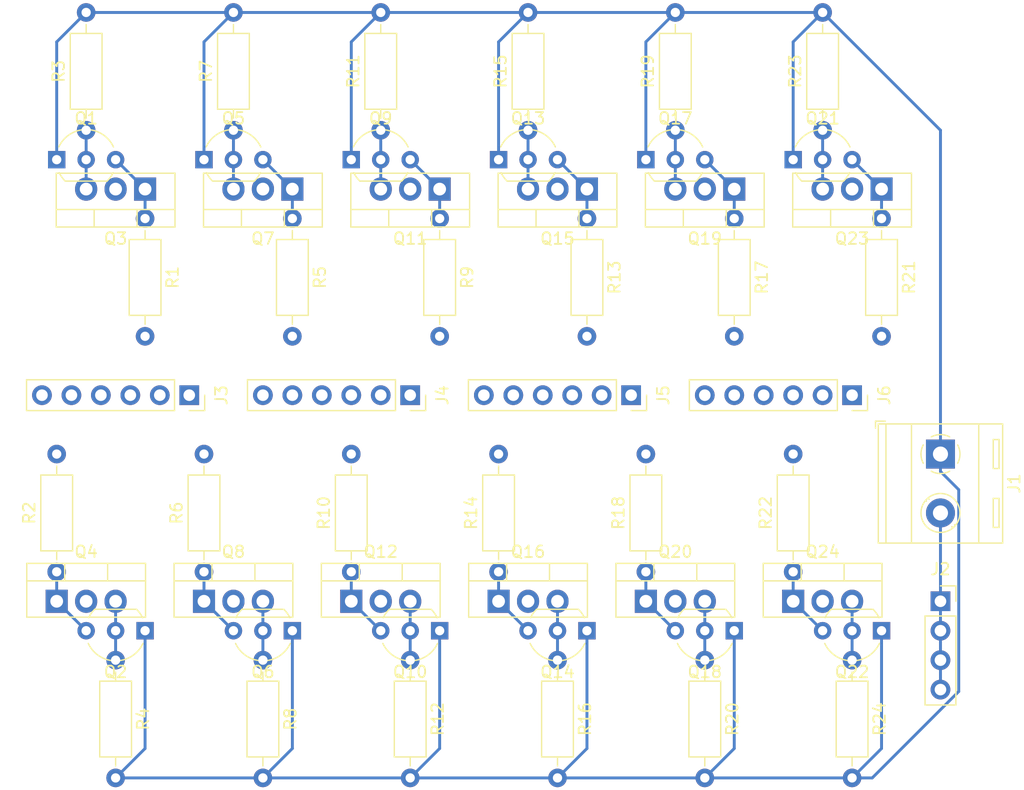
<source format=kicad_pcb>
(kicad_pcb (version 20171130) (host pcbnew 5.1.6)

  (general
    (thickness 1.6)
    (drawings 0)
    (tracks 73)
    (zones 0)
    (modules 54)
    (nets 51)
  )

  (page A4)
  (layers
    (0 F.Cu signal)
    (31 B.Cu signal)
    (33 F.Adhes user)
    (35 F.Paste user)
    (37 F.SilkS user)
    (38 B.Mask user)
    (39 F.Mask user)
    (40 Dwgs.User user)
    (41 Cmts.User user)
    (42 Eco1.User user)
    (43 Eco2.User user)
    (44 Edge.Cuts user)
    (45 Margin user)
    (46 B.CrtYd user)
    (47 F.CrtYd user)
    (49 F.Fab user)
  )

  (setup
    (last_trace_width 0.25)
    (trace_clearance 0.2)
    (zone_clearance 0.508)
    (zone_45_only no)
    (trace_min 0.2)
    (via_size 0.8)
    (via_drill 0.4)
    (via_min_size 0.4)
    (via_min_drill 0.3)
    (uvia_size 0.3)
    (uvia_drill 0.1)
    (uvias_allowed no)
    (uvia_min_size 0.2)
    (uvia_min_drill 0.1)
    (edge_width 0.05)
    (segment_width 0.2)
    (pcb_text_width 0.3)
    (pcb_text_size 1.5 1.5)
    (mod_edge_width 0.12)
    (mod_text_size 1 1)
    (mod_text_width 0.15)
    (pad_size 1.524 1.524)
    (pad_drill 0.762)
    (pad_to_mask_clearance 0.051)
    (solder_mask_min_width 0.25)
    (aux_axis_origin 0 0)
    (visible_elements FFFFFF7F)
    (pcbplotparams
      (layerselection 0x010e8_ffffffff)
      (usegerberextensions false)
      (usegerberattributes false)
      (usegerberadvancedattributes false)
      (creategerberjobfile false)
      (excludeedgelayer true)
      (linewidth 0.100000)
      (plotframeref false)
      (viasonmask false)
      (mode 1)
      (useauxorigin false)
      (hpglpennumber 1)
      (hpglpenspeed 20)
      (hpglpendiameter 15.000000)
      (psnegative false)
      (psa4output false)
      (plotreference true)
      (plotvalue true)
      (plotinvisibletext false)
      (padsonsilk false)
      (subtractmaskfromsilk false)
      (outputformat 4)
      (mirror false)
      (drillshape 0)
      (scaleselection 1)
      (outputdirectory ""))
  )

  (net 0 "")
  (net 1 "Net-(J1-Pad2)")
  (net 2 "Net-(J1-Pad1)")
  (net 3 "Net-(Q1-Pad3)")
  (net 4 "Net-(Q1-Pad2)")
  (net 5 "Net-(Q5-Pad3)")
  (net 6 "Net-(Q5-Pad2)")
  (net 7 "Net-(Q11-Pad3)")
  (net 8 "Net-(Q11-Pad1)")
  (net 9 "Net-(Q2-Pad3)")
  (net 10 "Net-(Q2-Pad2)")
  (net 11 "Net-(Q6-Pad3)")
  (net 12 "Net-(Q6-Pad2)")
  (net 13 "Net-(Q10-Pad3)")
  (net 14 "Net-(Q10-Pad2)")
  (net 15 "Net-(Q13-Pad3)")
  (net 16 "Net-(Q13-Pad2)")
  (net 17 "Net-(Q14-Pad3)")
  (net 18 "Net-(Q14-Pad2)")
  (net 19 "Net-(Q17-Pad3)")
  (net 20 "Net-(Q17-Pad2)")
  (net 21 "Net-(Q18-Pad3)")
  (net 22 "Net-(Q18-Pad2)")
  (net 23 "Net-(Q21-Pad3)")
  (net 24 "Net-(Q21-Pad2)")
  (net 25 "Net-(Q22-Pad3)")
  (net 26 "Net-(Q22-Pad2)")
  (net 27 "Net-(J3-Pad5)")
  (net 28 "Net-(J3-Pad4)")
  (net 29 "Net-(J3-Pad3)")
  (net 30 "Net-(J3-Pad2)")
  (net 31 "Net-(J3-Pad1)")
  (net 32 "Net-(J4-Pad5)")
  (net 33 "Net-(J4-Pad4)")
  (net 34 "Net-(J4-Pad3)")
  (net 35 "Net-(J4-Pad2)")
  (net 36 "Net-(J4-Pad1)")
  (net 37 "Net-(J5-Pad5)")
  (net 38 "Net-(J5-Pad4)")
  (net 39 "Net-(J5-Pad3)")
  (net 40 "Net-(J5-Pad2)")
  (net 41 "Net-(J5-Pad1)")
  (net 42 "Net-(J3-Pad6)")
  (net 43 "Net-(J4-Pad6)")
  (net 44 "Net-(J5-Pad6)")
  (net 45 "Net-(J6-Pad6)")
  (net 46 "Net-(J6-Pad5)")
  (net 47 "Net-(J6-Pad4)")
  (net 48 "Net-(J6-Pad3)")
  (net 49 "Net-(J6-Pad2)")
  (net 50 "Net-(J6-Pad1)")

  (net_class Default "This is the default net class."
    (clearance 0.2)
    (trace_width 0.25)
    (via_dia 0.8)
    (via_drill 0.4)
    (uvia_dia 0.3)
    (uvia_drill 0.1)
    (add_net "Net-(J1-Pad1)")
    (add_net "Net-(J1-Pad2)")
    (add_net "Net-(J3-Pad1)")
    (add_net "Net-(J3-Pad2)")
    (add_net "Net-(J3-Pad3)")
    (add_net "Net-(J3-Pad4)")
    (add_net "Net-(J3-Pad5)")
    (add_net "Net-(J3-Pad6)")
    (add_net "Net-(J4-Pad1)")
    (add_net "Net-(J4-Pad2)")
    (add_net "Net-(J4-Pad3)")
    (add_net "Net-(J4-Pad4)")
    (add_net "Net-(J4-Pad5)")
    (add_net "Net-(J4-Pad6)")
    (add_net "Net-(J5-Pad1)")
    (add_net "Net-(J5-Pad2)")
    (add_net "Net-(J5-Pad3)")
    (add_net "Net-(J5-Pad4)")
    (add_net "Net-(J5-Pad5)")
    (add_net "Net-(J5-Pad6)")
    (add_net "Net-(J6-Pad1)")
    (add_net "Net-(J6-Pad2)")
    (add_net "Net-(J6-Pad3)")
    (add_net "Net-(J6-Pad4)")
    (add_net "Net-(J6-Pad5)")
    (add_net "Net-(J6-Pad6)")
    (add_net "Net-(Q1-Pad2)")
    (add_net "Net-(Q1-Pad3)")
    (add_net "Net-(Q10-Pad2)")
    (add_net "Net-(Q10-Pad3)")
    (add_net "Net-(Q11-Pad1)")
    (add_net "Net-(Q11-Pad3)")
    (add_net "Net-(Q13-Pad2)")
    (add_net "Net-(Q13-Pad3)")
    (add_net "Net-(Q14-Pad2)")
    (add_net "Net-(Q14-Pad3)")
    (add_net "Net-(Q17-Pad2)")
    (add_net "Net-(Q17-Pad3)")
    (add_net "Net-(Q18-Pad2)")
    (add_net "Net-(Q18-Pad3)")
    (add_net "Net-(Q2-Pad2)")
    (add_net "Net-(Q2-Pad3)")
    (add_net "Net-(Q21-Pad2)")
    (add_net "Net-(Q21-Pad3)")
    (add_net "Net-(Q22-Pad2)")
    (add_net "Net-(Q22-Pad3)")
    (add_net "Net-(Q5-Pad2)")
    (add_net "Net-(Q5-Pad3)")
    (add_net "Net-(Q6-Pad2)")
    (add_net "Net-(Q6-Pad3)")
  )

  (module Connector_PinSocket_2.54mm:PinSocket_1x06_P2.54mm_Vertical (layer F.Cu) (tedit 5A19A430) (tstamp 5E3B61BC)
    (at 170.18 96.52 270)
    (descr "Through hole straight socket strip, 1x06, 2.54mm pitch, single row (from Kicad 4.0.7), script generated")
    (tags "Through hole socket strip THT 1x06 2.54mm single row")
    (path /5E589395)
    (fp_text reference J6 (at 0 -2.77 90) (layer F.SilkS)
      (effects (font (size 1 1) (thickness 0.15)))
    )
    (fp_text value Conn_01x06_Female (at 0 15.47 90) (layer F.Fab)
      (effects (font (size 1 1) (thickness 0.15)))
    )
    (fp_line (start -1.27 -1.27) (end 0.635 -1.27) (layer F.Fab) (width 0.1))
    (fp_line (start 0.635 -1.27) (end 1.27 -0.635) (layer F.Fab) (width 0.1))
    (fp_line (start 1.27 -0.635) (end 1.27 13.97) (layer F.Fab) (width 0.1))
    (fp_line (start 1.27 13.97) (end -1.27 13.97) (layer F.Fab) (width 0.1))
    (fp_line (start -1.27 13.97) (end -1.27 -1.27) (layer F.Fab) (width 0.1))
    (fp_line (start -1.33 1.27) (end 1.33 1.27) (layer F.SilkS) (width 0.12))
    (fp_line (start -1.33 1.27) (end -1.33 14.03) (layer F.SilkS) (width 0.12))
    (fp_line (start -1.33 14.03) (end 1.33 14.03) (layer F.SilkS) (width 0.12))
    (fp_line (start 1.33 1.27) (end 1.33 14.03) (layer F.SilkS) (width 0.12))
    (fp_line (start 1.33 -1.33) (end 1.33 0) (layer F.SilkS) (width 0.12))
    (fp_line (start 0 -1.33) (end 1.33 -1.33) (layer F.SilkS) (width 0.12))
    (fp_line (start -1.8 -1.8) (end 1.75 -1.8) (layer F.CrtYd) (width 0.05))
    (fp_line (start 1.75 -1.8) (end 1.75 14.45) (layer F.CrtYd) (width 0.05))
    (fp_line (start 1.75 14.45) (end -1.8 14.45) (layer F.CrtYd) (width 0.05))
    (fp_line (start -1.8 14.45) (end -1.8 -1.8) (layer F.CrtYd) (width 0.05))
    (fp_text user %R (at 0 6.35) (layer F.Fab)
      (effects (font (size 1 1) (thickness 0.15)))
    )
    (pad 6 thru_hole oval (at 0 12.7 270) (size 1.7 1.7) (drill 1) (layers *.Cu *.Mask)
      (net 45 "Net-(J6-Pad6)"))
    (pad 5 thru_hole oval (at 0 10.16 270) (size 1.7 1.7) (drill 1) (layers *.Cu *.Mask)
      (net 46 "Net-(J6-Pad5)"))
    (pad 4 thru_hole oval (at 0 7.62 270) (size 1.7 1.7) (drill 1) (layers *.Cu *.Mask)
      (net 47 "Net-(J6-Pad4)"))
    (pad 3 thru_hole oval (at 0 5.08 270) (size 1.7 1.7) (drill 1) (layers *.Cu *.Mask)
      (net 48 "Net-(J6-Pad3)"))
    (pad 2 thru_hole oval (at 0 2.54 270) (size 1.7 1.7) (drill 1) (layers *.Cu *.Mask)
      (net 49 "Net-(J6-Pad2)"))
    (pad 1 thru_hole rect (at 0 0 270) (size 1.7 1.7) (drill 1) (layers *.Cu *.Mask)
      (net 50 "Net-(J6-Pad1)"))
    (model ${KISYS3DMOD}/Connector_PinSocket_2.54mm.3dshapes/PinSocket_1x06_P2.54mm_Vertical.wrl
      (at (xyz 0 0 0))
      (scale (xyz 1 1 1))
      (rotate (xyz 0 0 0))
    )
  )

  (module Connector_PinSocket_2.54mm:PinSocket_1x06_P2.54mm_Vertical (layer F.Cu) (tedit 5A19A430) (tstamp 5E3B61A2)
    (at 151.13 96.52 270)
    (descr "Through hole straight socket strip, 1x06, 2.54mm pitch, single row (from Kicad 4.0.7), script generated")
    (tags "Through hole socket strip THT 1x06 2.54mm single row")
    (path /5E58938B)
    (fp_text reference J5 (at 0 -2.77 90) (layer F.SilkS)
      (effects (font (size 1 1) (thickness 0.15)))
    )
    (fp_text value Conn_01x06_Female (at 0 15.47 90) (layer F.Fab)
      (effects (font (size 1 1) (thickness 0.15)))
    )
    (fp_line (start -1.27 -1.27) (end 0.635 -1.27) (layer F.Fab) (width 0.1))
    (fp_line (start 0.635 -1.27) (end 1.27 -0.635) (layer F.Fab) (width 0.1))
    (fp_line (start 1.27 -0.635) (end 1.27 13.97) (layer F.Fab) (width 0.1))
    (fp_line (start 1.27 13.97) (end -1.27 13.97) (layer F.Fab) (width 0.1))
    (fp_line (start -1.27 13.97) (end -1.27 -1.27) (layer F.Fab) (width 0.1))
    (fp_line (start -1.33 1.27) (end 1.33 1.27) (layer F.SilkS) (width 0.12))
    (fp_line (start -1.33 1.27) (end -1.33 14.03) (layer F.SilkS) (width 0.12))
    (fp_line (start -1.33 14.03) (end 1.33 14.03) (layer F.SilkS) (width 0.12))
    (fp_line (start 1.33 1.27) (end 1.33 14.03) (layer F.SilkS) (width 0.12))
    (fp_line (start 1.33 -1.33) (end 1.33 0) (layer F.SilkS) (width 0.12))
    (fp_line (start 0 -1.33) (end 1.33 -1.33) (layer F.SilkS) (width 0.12))
    (fp_line (start -1.8 -1.8) (end 1.75 -1.8) (layer F.CrtYd) (width 0.05))
    (fp_line (start 1.75 -1.8) (end 1.75 14.45) (layer F.CrtYd) (width 0.05))
    (fp_line (start 1.75 14.45) (end -1.8 14.45) (layer F.CrtYd) (width 0.05))
    (fp_line (start -1.8 14.45) (end -1.8 -1.8) (layer F.CrtYd) (width 0.05))
    (fp_text user %R (at 0 6.35) (layer F.Fab)
      (effects (font (size 1 1) (thickness 0.15)))
    )
    (pad 6 thru_hole oval (at 0 12.7 270) (size 1.7 1.7) (drill 1) (layers *.Cu *.Mask)
      (net 44 "Net-(J5-Pad6)"))
    (pad 5 thru_hole oval (at 0 10.16 270) (size 1.7 1.7) (drill 1) (layers *.Cu *.Mask)
      (net 37 "Net-(J5-Pad5)"))
    (pad 4 thru_hole oval (at 0 7.62 270) (size 1.7 1.7) (drill 1) (layers *.Cu *.Mask)
      (net 38 "Net-(J5-Pad4)"))
    (pad 3 thru_hole oval (at 0 5.08 270) (size 1.7 1.7) (drill 1) (layers *.Cu *.Mask)
      (net 39 "Net-(J5-Pad3)"))
    (pad 2 thru_hole oval (at 0 2.54 270) (size 1.7 1.7) (drill 1) (layers *.Cu *.Mask)
      (net 40 "Net-(J5-Pad2)"))
    (pad 1 thru_hole rect (at 0 0 270) (size 1.7 1.7) (drill 1) (layers *.Cu *.Mask)
      (net 41 "Net-(J5-Pad1)"))
    (model ${KISYS3DMOD}/Connector_PinSocket_2.54mm.3dshapes/PinSocket_1x06_P2.54mm_Vertical.wrl
      (at (xyz 0 0 0))
      (scale (xyz 1 1 1))
      (rotate (xyz 0 0 0))
    )
  )

  (module Connector_PinSocket_2.54mm:PinSocket_1x06_P2.54mm_Vertical (layer F.Cu) (tedit 5A19A430) (tstamp 5E3B6188)
    (at 132.08 96.52 270)
    (descr "Through hole straight socket strip, 1x06, 2.54mm pitch, single row (from Kicad 4.0.7), script generated")
    (tags "Through hole socket strip THT 1x06 2.54mm single row")
    (path /5E543F87)
    (fp_text reference J4 (at 0 -2.77 90) (layer F.SilkS)
      (effects (font (size 1 1) (thickness 0.15)))
    )
    (fp_text value Conn_01x06_Female (at 0 15.47 90) (layer F.Fab)
      (effects (font (size 1 1) (thickness 0.15)))
    )
    (fp_line (start -1.27 -1.27) (end 0.635 -1.27) (layer F.Fab) (width 0.1))
    (fp_line (start 0.635 -1.27) (end 1.27 -0.635) (layer F.Fab) (width 0.1))
    (fp_line (start 1.27 -0.635) (end 1.27 13.97) (layer F.Fab) (width 0.1))
    (fp_line (start 1.27 13.97) (end -1.27 13.97) (layer F.Fab) (width 0.1))
    (fp_line (start -1.27 13.97) (end -1.27 -1.27) (layer F.Fab) (width 0.1))
    (fp_line (start -1.33 1.27) (end 1.33 1.27) (layer F.SilkS) (width 0.12))
    (fp_line (start -1.33 1.27) (end -1.33 14.03) (layer F.SilkS) (width 0.12))
    (fp_line (start -1.33 14.03) (end 1.33 14.03) (layer F.SilkS) (width 0.12))
    (fp_line (start 1.33 1.27) (end 1.33 14.03) (layer F.SilkS) (width 0.12))
    (fp_line (start 1.33 -1.33) (end 1.33 0) (layer F.SilkS) (width 0.12))
    (fp_line (start 0 -1.33) (end 1.33 -1.33) (layer F.SilkS) (width 0.12))
    (fp_line (start -1.8 -1.8) (end 1.75 -1.8) (layer F.CrtYd) (width 0.05))
    (fp_line (start 1.75 -1.8) (end 1.75 14.45) (layer F.CrtYd) (width 0.05))
    (fp_line (start 1.75 14.45) (end -1.8 14.45) (layer F.CrtYd) (width 0.05))
    (fp_line (start -1.8 14.45) (end -1.8 -1.8) (layer F.CrtYd) (width 0.05))
    (fp_text user %R (at 0 6.35) (layer F.Fab)
      (effects (font (size 1 1) (thickness 0.15)))
    )
    (pad 6 thru_hole oval (at 0 12.7 270) (size 1.7 1.7) (drill 1) (layers *.Cu *.Mask)
      (net 43 "Net-(J4-Pad6)"))
    (pad 5 thru_hole oval (at 0 10.16 270) (size 1.7 1.7) (drill 1) (layers *.Cu *.Mask)
      (net 32 "Net-(J4-Pad5)"))
    (pad 4 thru_hole oval (at 0 7.62 270) (size 1.7 1.7) (drill 1) (layers *.Cu *.Mask)
      (net 33 "Net-(J4-Pad4)"))
    (pad 3 thru_hole oval (at 0 5.08 270) (size 1.7 1.7) (drill 1) (layers *.Cu *.Mask)
      (net 34 "Net-(J4-Pad3)"))
    (pad 2 thru_hole oval (at 0 2.54 270) (size 1.7 1.7) (drill 1) (layers *.Cu *.Mask)
      (net 35 "Net-(J4-Pad2)"))
    (pad 1 thru_hole rect (at 0 0 270) (size 1.7 1.7) (drill 1) (layers *.Cu *.Mask)
      (net 36 "Net-(J4-Pad1)"))
    (model ${KISYS3DMOD}/Connector_PinSocket_2.54mm.3dshapes/PinSocket_1x06_P2.54mm_Vertical.wrl
      (at (xyz 0 0 0))
      (scale (xyz 1 1 1))
      (rotate (xyz 0 0 0))
    )
  )

  (module Connector_PinSocket_2.54mm:PinSocket_1x06_P2.54mm_Vertical (layer F.Cu) (tedit 5A19A430) (tstamp 5E3B616E)
    (at 113.03 96.52 270)
    (descr "Through hole straight socket strip, 1x06, 2.54mm pitch, single row (from Kicad 4.0.7), script generated")
    (tags "Through hole socket strip THT 1x06 2.54mm single row")
    (path /5E505BEC)
    (fp_text reference J3 (at 0 -2.77 90) (layer F.SilkS)
      (effects (font (size 1 1) (thickness 0.15)))
    )
    (fp_text value Conn_01x06_Female (at 0 15.47 90) (layer F.Fab)
      (effects (font (size 1 1) (thickness 0.15)))
    )
    (fp_line (start -1.27 -1.27) (end 0.635 -1.27) (layer F.Fab) (width 0.1))
    (fp_line (start 0.635 -1.27) (end 1.27 -0.635) (layer F.Fab) (width 0.1))
    (fp_line (start 1.27 -0.635) (end 1.27 13.97) (layer F.Fab) (width 0.1))
    (fp_line (start 1.27 13.97) (end -1.27 13.97) (layer F.Fab) (width 0.1))
    (fp_line (start -1.27 13.97) (end -1.27 -1.27) (layer F.Fab) (width 0.1))
    (fp_line (start -1.33 1.27) (end 1.33 1.27) (layer F.SilkS) (width 0.12))
    (fp_line (start -1.33 1.27) (end -1.33 14.03) (layer F.SilkS) (width 0.12))
    (fp_line (start -1.33 14.03) (end 1.33 14.03) (layer F.SilkS) (width 0.12))
    (fp_line (start 1.33 1.27) (end 1.33 14.03) (layer F.SilkS) (width 0.12))
    (fp_line (start 1.33 -1.33) (end 1.33 0) (layer F.SilkS) (width 0.12))
    (fp_line (start 0 -1.33) (end 1.33 -1.33) (layer F.SilkS) (width 0.12))
    (fp_line (start -1.8 -1.8) (end 1.75 -1.8) (layer F.CrtYd) (width 0.05))
    (fp_line (start 1.75 -1.8) (end 1.75 14.45) (layer F.CrtYd) (width 0.05))
    (fp_line (start 1.75 14.45) (end -1.8 14.45) (layer F.CrtYd) (width 0.05))
    (fp_line (start -1.8 14.45) (end -1.8 -1.8) (layer F.CrtYd) (width 0.05))
    (fp_text user %R (at 0 6.35) (layer F.Fab)
      (effects (font (size 1 1) (thickness 0.15)))
    )
    (pad 6 thru_hole oval (at 0 12.7 270) (size 1.7 1.7) (drill 1) (layers *.Cu *.Mask)
      (net 42 "Net-(J3-Pad6)"))
    (pad 5 thru_hole oval (at 0 10.16 270) (size 1.7 1.7) (drill 1) (layers *.Cu *.Mask)
      (net 27 "Net-(J3-Pad5)"))
    (pad 4 thru_hole oval (at 0 7.62 270) (size 1.7 1.7) (drill 1) (layers *.Cu *.Mask)
      (net 28 "Net-(J3-Pad4)"))
    (pad 3 thru_hole oval (at 0 5.08 270) (size 1.7 1.7) (drill 1) (layers *.Cu *.Mask)
      (net 29 "Net-(J3-Pad3)"))
    (pad 2 thru_hole oval (at 0 2.54 270) (size 1.7 1.7) (drill 1) (layers *.Cu *.Mask)
      (net 30 "Net-(J3-Pad2)"))
    (pad 1 thru_hole rect (at 0 0 270) (size 1.7 1.7) (drill 1) (layers *.Cu *.Mask)
      (net 31 "Net-(J3-Pad1)"))
    (model ${KISYS3DMOD}/Connector_PinSocket_2.54mm.3dshapes/PinSocket_1x06_P2.54mm_Vertical.wrl
      (at (xyz 0 0 0))
      (scale (xyz 1 1 1))
      (rotate (xyz 0 0 0))
    )
  )

  (module Package_TO_SOT_THT:TO-220-3_Vertical (layer F.Cu) (tedit 5AC8BA0D) (tstamp 5D91975F)
    (at 147.32 78.74 180)
    (descr "TO-220-3, Vertical, RM 2.54mm, see https://www.vishay.com/docs/66542/to-220-1.pdf")
    (tags "TO-220-3 Vertical RM 2.54mm")
    (path /5E5892E8)
    (fp_text reference Q15 (at 2.54 -4.27) (layer F.SilkS)
      (effects (font (size 1 1) (thickness 0.15)))
    )
    (fp_text value IRFZ24 (at 2.54 2.5) (layer F.Fab)
      (effects (font (size 1 1) (thickness 0.15)))
    )
    (fp_line (start -2.46 -3.15) (end -2.46 1.25) (layer F.Fab) (width 0.1))
    (fp_line (start -2.46 1.25) (end 7.54 1.25) (layer F.Fab) (width 0.1))
    (fp_line (start 7.54 1.25) (end 7.54 -3.15) (layer F.Fab) (width 0.1))
    (fp_line (start 7.54 -3.15) (end -2.46 -3.15) (layer F.Fab) (width 0.1))
    (fp_line (start -2.46 -1.88) (end 7.54 -1.88) (layer F.Fab) (width 0.1))
    (fp_line (start 0.69 -3.15) (end 0.69 -1.88) (layer F.Fab) (width 0.1))
    (fp_line (start 4.39 -3.15) (end 4.39 -1.88) (layer F.Fab) (width 0.1))
    (fp_line (start -2.58 -3.27) (end 7.66 -3.27) (layer F.SilkS) (width 0.12))
    (fp_line (start -2.58 1.371) (end 7.66 1.371) (layer F.SilkS) (width 0.12))
    (fp_line (start -2.58 -3.27) (end -2.58 1.371) (layer F.SilkS) (width 0.12))
    (fp_line (start 7.66 -3.27) (end 7.66 1.371) (layer F.SilkS) (width 0.12))
    (fp_line (start -2.58 -1.76) (end 7.66 -1.76) (layer F.SilkS) (width 0.12))
    (fp_line (start 0.69 -3.27) (end 0.69 -1.76) (layer F.SilkS) (width 0.12))
    (fp_line (start 4.391 -3.27) (end 4.391 -1.76) (layer F.SilkS) (width 0.12))
    (fp_line (start -2.71 -3.4) (end -2.71 1.51) (layer F.CrtYd) (width 0.05))
    (fp_line (start -2.71 1.51) (end 7.79 1.51) (layer F.CrtYd) (width 0.05))
    (fp_line (start 7.79 1.51) (end 7.79 -3.4) (layer F.CrtYd) (width 0.05))
    (fp_line (start 7.79 -3.4) (end -2.71 -3.4) (layer F.CrtYd) (width 0.05))
    (fp_text user %R (at 2.54 -4.27) (layer F.Fab)
      (effects (font (size 1 1) (thickness 0.15)))
    )
    (pad 3 thru_hole oval (at 5.08 0 180) (size 1.905 2) (drill 1.1) (layers *.Cu *.Mask)
      (net 16 "Net-(Q13-Pad2)"))
    (pad 2 thru_hole oval (at 2.54 0 180) (size 1.905 2) (drill 1.1) (layers *.Cu *.Mask)
      (net 48 "Net-(J6-Pad3)"))
    (pad 1 thru_hole rect (at 0 0 180) (size 1.905 2) (drill 1.1) (layers *.Cu *.Mask)
      (net 15 "Net-(Q13-Pad3)"))
    (model ${KISYS3DMOD}/Package_TO_SOT_THT.3dshapes/TO-220-3_Vertical.wrl
      (at (xyz 0 0 0))
      (scale (xyz 1 1 1))
      (rotate (xyz 0 0 0))
    )
  )

  (module Resistor_THT:R_Axial_DIN0207_L6.3mm_D2.5mm_P10.16mm_Horizontal (layer F.Cu) (tedit 5AE5139B) (tstamp 5D919A59)
    (at 170.18 119.38 270)
    (descr "Resistor, Axial_DIN0207 series, Axial, Horizontal, pin pitch=10.16mm, 0.25W = 1/4W, length*diameter=6.3*2.5mm^2, http://cdn-reichelt.de/documents/datenblatt/B400/1_4W%23YAG.pdf")
    (tags "Resistor Axial_DIN0207 series Axial Horizontal pin pitch 10.16mm 0.25W = 1/4W length 6.3mm diameter 2.5mm")
    (path /5E58934D)
    (fp_text reference R24 (at 5.08 -2.37 90) (layer F.SilkS)
      (effects (font (size 1 1) (thickness 0.15)))
    )
    (fp_text value 1.5 (at 5.08 2.37 90) (layer F.Fab)
      (effects (font (size 1 1) (thickness 0.15)))
    )
    (fp_line (start 1.93 -1.25) (end 1.93 1.25) (layer F.Fab) (width 0.1))
    (fp_line (start 1.93 1.25) (end 8.23 1.25) (layer F.Fab) (width 0.1))
    (fp_line (start 8.23 1.25) (end 8.23 -1.25) (layer F.Fab) (width 0.1))
    (fp_line (start 8.23 -1.25) (end 1.93 -1.25) (layer F.Fab) (width 0.1))
    (fp_line (start 0 0) (end 1.93 0) (layer F.Fab) (width 0.1))
    (fp_line (start 10.16 0) (end 8.23 0) (layer F.Fab) (width 0.1))
    (fp_line (start 1.81 -1.37) (end 1.81 1.37) (layer F.SilkS) (width 0.12))
    (fp_line (start 1.81 1.37) (end 8.35 1.37) (layer F.SilkS) (width 0.12))
    (fp_line (start 8.35 1.37) (end 8.35 -1.37) (layer F.SilkS) (width 0.12))
    (fp_line (start 8.35 -1.37) (end 1.81 -1.37) (layer F.SilkS) (width 0.12))
    (fp_line (start 1.04 0) (end 1.81 0) (layer F.SilkS) (width 0.12))
    (fp_line (start 9.12 0) (end 8.35 0) (layer F.SilkS) (width 0.12))
    (fp_line (start -1.05 -1.5) (end -1.05 1.5) (layer F.CrtYd) (width 0.05))
    (fp_line (start -1.05 1.5) (end 11.21 1.5) (layer F.CrtYd) (width 0.05))
    (fp_line (start 11.21 1.5) (end 11.21 -1.5) (layer F.CrtYd) (width 0.05))
    (fp_line (start 11.21 -1.5) (end -1.05 -1.5) (layer F.CrtYd) (width 0.05))
    (fp_text user %R (at 5.08 0 90) (layer F.Fab)
      (effects (font (size 1 1) (thickness 0.15)))
    )
    (pad 2 thru_hole oval (at 10.16 0 270) (size 1.6 1.6) (drill 0.8) (layers *.Cu *.Mask)
      (net 2 "Net-(J1-Pad1)"))
    (pad 1 thru_hole circle (at 0 0 270) (size 1.6 1.6) (drill 0.8) (layers *.Cu *.Mask)
      (net 26 "Net-(Q22-Pad2)"))
    (model ${KISYS3DMOD}/Resistor_THT.3dshapes/R_Axial_DIN0207_L6.3mm_D2.5mm_P10.16mm_Horizontal.wrl
      (at (xyz 0 0 0))
      (scale (xyz 1 1 1))
      (rotate (xyz 0 0 0))
    )
  )

  (module Resistor_THT:R_Axial_DIN0207_L6.3mm_D2.5mm_P10.16mm_Horizontal (layer F.Cu) (tedit 5AE5139B) (tstamp 5D919A42)
    (at 167.64 73.66 90)
    (descr "Resistor, Axial_DIN0207 series, Axial, Horizontal, pin pitch=10.16mm, 0.25W = 1/4W, length*diameter=6.3*2.5mm^2, http://cdn-reichelt.de/documents/datenblatt/B400/1_4W%23YAG.pdf")
    (tags "Resistor Axial_DIN0207 series Axial Horizontal pin pitch 10.16mm 0.25W = 1/4W length 6.3mm diameter 2.5mm")
    (path /5E589325)
    (fp_text reference R23 (at 5.08 -2.37 90) (layer F.SilkS)
      (effects (font (size 1 1) (thickness 0.15)))
    )
    (fp_text value 1.5 (at 5.08 2.37 90) (layer F.Fab)
      (effects (font (size 1 1) (thickness 0.15)))
    )
    (fp_line (start 1.93 -1.25) (end 1.93 1.25) (layer F.Fab) (width 0.1))
    (fp_line (start 1.93 1.25) (end 8.23 1.25) (layer F.Fab) (width 0.1))
    (fp_line (start 8.23 1.25) (end 8.23 -1.25) (layer F.Fab) (width 0.1))
    (fp_line (start 8.23 -1.25) (end 1.93 -1.25) (layer F.Fab) (width 0.1))
    (fp_line (start 0 0) (end 1.93 0) (layer F.Fab) (width 0.1))
    (fp_line (start 10.16 0) (end 8.23 0) (layer F.Fab) (width 0.1))
    (fp_line (start 1.81 -1.37) (end 1.81 1.37) (layer F.SilkS) (width 0.12))
    (fp_line (start 1.81 1.37) (end 8.35 1.37) (layer F.SilkS) (width 0.12))
    (fp_line (start 8.35 1.37) (end 8.35 -1.37) (layer F.SilkS) (width 0.12))
    (fp_line (start 8.35 -1.37) (end 1.81 -1.37) (layer F.SilkS) (width 0.12))
    (fp_line (start 1.04 0) (end 1.81 0) (layer F.SilkS) (width 0.12))
    (fp_line (start 9.12 0) (end 8.35 0) (layer F.SilkS) (width 0.12))
    (fp_line (start -1.05 -1.5) (end -1.05 1.5) (layer F.CrtYd) (width 0.05))
    (fp_line (start -1.05 1.5) (end 11.21 1.5) (layer F.CrtYd) (width 0.05))
    (fp_line (start 11.21 1.5) (end 11.21 -1.5) (layer F.CrtYd) (width 0.05))
    (fp_line (start 11.21 -1.5) (end -1.05 -1.5) (layer F.CrtYd) (width 0.05))
    (fp_text user %R (at 5.08 0 90) (layer F.Fab)
      (effects (font (size 1 1) (thickness 0.15)))
    )
    (pad 2 thru_hole oval (at 10.16 0 90) (size 1.6 1.6) (drill 0.8) (layers *.Cu *.Mask)
      (net 2 "Net-(J1-Pad1)"))
    (pad 1 thru_hole circle (at 0 0 90) (size 1.6 1.6) (drill 0.8) (layers *.Cu *.Mask)
      (net 24 "Net-(Q21-Pad2)"))
    (model ${KISYS3DMOD}/Resistor_THT.3dshapes/R_Axial_DIN0207_L6.3mm_D2.5mm_P10.16mm_Horizontal.wrl
      (at (xyz 0 0 0))
      (scale (xyz 1 1 1))
      (rotate (xyz 0 0 0))
    )
  )

  (module Resistor_THT:R_Axial_DIN0207_L6.3mm_D2.5mm_P10.16mm_Horizontal (layer F.Cu) (tedit 5AE5139B) (tstamp 5D919A2B)
    (at 165.1 111.76 90)
    (descr "Resistor, Axial_DIN0207 series, Axial, Horizontal, pin pitch=10.16mm, 0.25W = 1/4W, length*diameter=6.3*2.5mm^2, http://cdn-reichelt.de/documents/datenblatt/B400/1_4W%23YAG.pdf")
    (tags "Resistor Axial_DIN0207 series Axial Horizontal pin pitch 10.16mm 0.25W = 1/4W length 6.3mm diameter 2.5mm")
    (path /5E589357)
    (fp_text reference R22 (at 5.08 -2.37 90) (layer F.SilkS)
      (effects (font (size 1 1) (thickness 0.15)))
    )
    (fp_text value 100K (at 5.08 2.37 90) (layer F.Fab)
      (effects (font (size 1 1) (thickness 0.15)))
    )
    (fp_line (start 1.93 -1.25) (end 1.93 1.25) (layer F.Fab) (width 0.1))
    (fp_line (start 1.93 1.25) (end 8.23 1.25) (layer F.Fab) (width 0.1))
    (fp_line (start 8.23 1.25) (end 8.23 -1.25) (layer F.Fab) (width 0.1))
    (fp_line (start 8.23 -1.25) (end 1.93 -1.25) (layer F.Fab) (width 0.1))
    (fp_line (start 0 0) (end 1.93 0) (layer F.Fab) (width 0.1))
    (fp_line (start 10.16 0) (end 8.23 0) (layer F.Fab) (width 0.1))
    (fp_line (start 1.81 -1.37) (end 1.81 1.37) (layer F.SilkS) (width 0.12))
    (fp_line (start 1.81 1.37) (end 8.35 1.37) (layer F.SilkS) (width 0.12))
    (fp_line (start 8.35 1.37) (end 8.35 -1.37) (layer F.SilkS) (width 0.12))
    (fp_line (start 8.35 -1.37) (end 1.81 -1.37) (layer F.SilkS) (width 0.12))
    (fp_line (start 1.04 0) (end 1.81 0) (layer F.SilkS) (width 0.12))
    (fp_line (start 9.12 0) (end 8.35 0) (layer F.SilkS) (width 0.12))
    (fp_line (start -1.05 -1.5) (end -1.05 1.5) (layer F.CrtYd) (width 0.05))
    (fp_line (start -1.05 1.5) (end 11.21 1.5) (layer F.CrtYd) (width 0.05))
    (fp_line (start 11.21 1.5) (end 11.21 -1.5) (layer F.CrtYd) (width 0.05))
    (fp_line (start 11.21 -1.5) (end -1.05 -1.5) (layer F.CrtYd) (width 0.05))
    (fp_text user %R (at 5.08 0 90) (layer F.Fab)
      (effects (font (size 1 1) (thickness 0.15)))
    )
    (pad 2 thru_hole oval (at 10.16 0 90) (size 1.6 1.6) (drill 0.8) (layers *.Cu *.Mask)
      (net 44 "Net-(J5-Pad6)"))
    (pad 1 thru_hole circle (at 0 0 90) (size 1.6 1.6) (drill 0.8) (layers *.Cu *.Mask)
      (net 25 "Net-(Q22-Pad3)"))
    (model ${KISYS3DMOD}/Resistor_THT.3dshapes/R_Axial_DIN0207_L6.3mm_D2.5mm_P10.16mm_Horizontal.wrl
      (at (xyz 0 0 0))
      (scale (xyz 1 1 1))
      (rotate (xyz 0 0 0))
    )
  )

  (module Resistor_THT:R_Axial_DIN0207_L6.3mm_D2.5mm_P10.16mm_Horizontal (layer F.Cu) (tedit 5AE5139B) (tstamp 5D919A14)
    (at 172.72 81.28 270)
    (descr "Resistor, Axial_DIN0207 series, Axial, Horizontal, pin pitch=10.16mm, 0.25W = 1/4W, length*diameter=6.3*2.5mm^2, http://cdn-reichelt.de/documents/datenblatt/B400/1_4W%23YAG.pdf")
    (tags "Resistor Axial_DIN0207 series Axial Horizontal pin pitch 10.16mm 0.25W = 1/4W length 6.3mm diameter 2.5mm")
    (path /5E58932F)
    (fp_text reference R21 (at 5.08 -2.37 90) (layer F.SilkS)
      (effects (font (size 1 1) (thickness 0.15)))
    )
    (fp_text value 100K (at 5.08 2.37 90) (layer F.Fab)
      (effects (font (size 1 1) (thickness 0.15)))
    )
    (fp_line (start 1.93 -1.25) (end 1.93 1.25) (layer F.Fab) (width 0.1))
    (fp_line (start 1.93 1.25) (end 8.23 1.25) (layer F.Fab) (width 0.1))
    (fp_line (start 8.23 1.25) (end 8.23 -1.25) (layer F.Fab) (width 0.1))
    (fp_line (start 8.23 -1.25) (end 1.93 -1.25) (layer F.Fab) (width 0.1))
    (fp_line (start 0 0) (end 1.93 0) (layer F.Fab) (width 0.1))
    (fp_line (start 10.16 0) (end 8.23 0) (layer F.Fab) (width 0.1))
    (fp_line (start 1.81 -1.37) (end 1.81 1.37) (layer F.SilkS) (width 0.12))
    (fp_line (start 1.81 1.37) (end 8.35 1.37) (layer F.SilkS) (width 0.12))
    (fp_line (start 8.35 1.37) (end 8.35 -1.37) (layer F.SilkS) (width 0.12))
    (fp_line (start 8.35 -1.37) (end 1.81 -1.37) (layer F.SilkS) (width 0.12))
    (fp_line (start 1.04 0) (end 1.81 0) (layer F.SilkS) (width 0.12))
    (fp_line (start 9.12 0) (end 8.35 0) (layer F.SilkS) (width 0.12))
    (fp_line (start -1.05 -1.5) (end -1.05 1.5) (layer F.CrtYd) (width 0.05))
    (fp_line (start -1.05 1.5) (end 11.21 1.5) (layer F.CrtYd) (width 0.05))
    (fp_line (start 11.21 1.5) (end 11.21 -1.5) (layer F.CrtYd) (width 0.05))
    (fp_line (start 11.21 -1.5) (end -1.05 -1.5) (layer F.CrtYd) (width 0.05))
    (fp_text user %R (at 5.08 0 90) (layer F.Fab)
      (effects (font (size 1 1) (thickness 0.15)))
    )
    (pad 2 thru_hole oval (at 10.16 0 270) (size 1.6 1.6) (drill 0.8) (layers *.Cu *.Mask)
      (net 41 "Net-(J5-Pad1)"))
    (pad 1 thru_hole circle (at 0 0 270) (size 1.6 1.6) (drill 0.8) (layers *.Cu *.Mask)
      (net 23 "Net-(Q21-Pad3)"))
    (model ${KISYS3DMOD}/Resistor_THT.3dshapes/R_Axial_DIN0207_L6.3mm_D2.5mm_P10.16mm_Horizontal.wrl
      (at (xyz 0 0 0))
      (scale (xyz 1 1 1))
      (rotate (xyz 0 0 0))
    )
  )

  (module Resistor_THT:R_Axial_DIN0207_L6.3mm_D2.5mm_P10.16mm_Horizontal (layer F.Cu) (tedit 5AE5139B) (tstamp 5D9199FD)
    (at 157.48 119.38 270)
    (descr "Resistor, Axial_DIN0207 series, Axial, Horizontal, pin pitch=10.16mm, 0.25W = 1/4W, length*diameter=6.3*2.5mm^2, http://cdn-reichelt.de/documents/datenblatt/B400/1_4W%23YAG.pdf")
    (tags "Resistor Axial_DIN0207 series Axial Horizontal pin pitch 10.16mm 0.25W = 1/4W length 6.3mm diameter 2.5mm")
    (path /5E5892CA)
    (fp_text reference R20 (at 5.08 -2.37 90) (layer F.SilkS)
      (effects (font (size 1 1) (thickness 0.15)))
    )
    (fp_text value 1.5 (at 5.08 2.37 90) (layer F.Fab)
      (effects (font (size 1 1) (thickness 0.15)))
    )
    (fp_line (start 1.93 -1.25) (end 1.93 1.25) (layer F.Fab) (width 0.1))
    (fp_line (start 1.93 1.25) (end 8.23 1.25) (layer F.Fab) (width 0.1))
    (fp_line (start 8.23 1.25) (end 8.23 -1.25) (layer F.Fab) (width 0.1))
    (fp_line (start 8.23 -1.25) (end 1.93 -1.25) (layer F.Fab) (width 0.1))
    (fp_line (start 0 0) (end 1.93 0) (layer F.Fab) (width 0.1))
    (fp_line (start 10.16 0) (end 8.23 0) (layer F.Fab) (width 0.1))
    (fp_line (start 1.81 -1.37) (end 1.81 1.37) (layer F.SilkS) (width 0.12))
    (fp_line (start 1.81 1.37) (end 8.35 1.37) (layer F.SilkS) (width 0.12))
    (fp_line (start 8.35 1.37) (end 8.35 -1.37) (layer F.SilkS) (width 0.12))
    (fp_line (start 8.35 -1.37) (end 1.81 -1.37) (layer F.SilkS) (width 0.12))
    (fp_line (start 1.04 0) (end 1.81 0) (layer F.SilkS) (width 0.12))
    (fp_line (start 9.12 0) (end 8.35 0) (layer F.SilkS) (width 0.12))
    (fp_line (start -1.05 -1.5) (end -1.05 1.5) (layer F.CrtYd) (width 0.05))
    (fp_line (start -1.05 1.5) (end 11.21 1.5) (layer F.CrtYd) (width 0.05))
    (fp_line (start 11.21 1.5) (end 11.21 -1.5) (layer F.CrtYd) (width 0.05))
    (fp_line (start 11.21 -1.5) (end -1.05 -1.5) (layer F.CrtYd) (width 0.05))
    (fp_text user %R (at 5.08 0 90) (layer F.Fab)
      (effects (font (size 1 1) (thickness 0.15)))
    )
    (pad 2 thru_hole oval (at 10.16 0 270) (size 1.6 1.6) (drill 0.8) (layers *.Cu *.Mask)
      (net 2 "Net-(J1-Pad1)"))
    (pad 1 thru_hole circle (at 0 0 270) (size 1.6 1.6) (drill 0.8) (layers *.Cu *.Mask)
      (net 22 "Net-(Q18-Pad2)"))
    (model ${KISYS3DMOD}/Resistor_THT.3dshapes/R_Axial_DIN0207_L6.3mm_D2.5mm_P10.16mm_Horizontal.wrl
      (at (xyz 0 0 0))
      (scale (xyz 1 1 1))
      (rotate (xyz 0 0 0))
    )
  )

  (module Resistor_THT:R_Axial_DIN0207_L6.3mm_D2.5mm_P10.16mm_Horizontal (layer F.Cu) (tedit 5AE5139B) (tstamp 5D9199E6)
    (at 154.94 73.66 90)
    (descr "Resistor, Axial_DIN0207 series, Axial, Horizontal, pin pitch=10.16mm, 0.25W = 1/4W, length*diameter=6.3*2.5mm^2, http://cdn-reichelt.de/documents/datenblatt/B400/1_4W%23YAG.pdf")
    (tags "Resistor Axial_DIN0207 series Axial Horizontal pin pitch 10.16mm 0.25W = 1/4W length 6.3mm diameter 2.5mm")
    (path /5E58927A)
    (fp_text reference R19 (at 5.08 -2.37 90) (layer F.SilkS)
      (effects (font (size 1 1) (thickness 0.15)))
    )
    (fp_text value 1.5 (at 5.08 2.37 90) (layer F.Fab)
      (effects (font (size 1 1) (thickness 0.15)))
    )
    (fp_line (start 1.93 -1.25) (end 1.93 1.25) (layer F.Fab) (width 0.1))
    (fp_line (start 1.93 1.25) (end 8.23 1.25) (layer F.Fab) (width 0.1))
    (fp_line (start 8.23 1.25) (end 8.23 -1.25) (layer F.Fab) (width 0.1))
    (fp_line (start 8.23 -1.25) (end 1.93 -1.25) (layer F.Fab) (width 0.1))
    (fp_line (start 0 0) (end 1.93 0) (layer F.Fab) (width 0.1))
    (fp_line (start 10.16 0) (end 8.23 0) (layer F.Fab) (width 0.1))
    (fp_line (start 1.81 -1.37) (end 1.81 1.37) (layer F.SilkS) (width 0.12))
    (fp_line (start 1.81 1.37) (end 8.35 1.37) (layer F.SilkS) (width 0.12))
    (fp_line (start 8.35 1.37) (end 8.35 -1.37) (layer F.SilkS) (width 0.12))
    (fp_line (start 8.35 -1.37) (end 1.81 -1.37) (layer F.SilkS) (width 0.12))
    (fp_line (start 1.04 0) (end 1.81 0) (layer F.SilkS) (width 0.12))
    (fp_line (start 9.12 0) (end 8.35 0) (layer F.SilkS) (width 0.12))
    (fp_line (start -1.05 -1.5) (end -1.05 1.5) (layer F.CrtYd) (width 0.05))
    (fp_line (start -1.05 1.5) (end 11.21 1.5) (layer F.CrtYd) (width 0.05))
    (fp_line (start 11.21 1.5) (end 11.21 -1.5) (layer F.CrtYd) (width 0.05))
    (fp_line (start 11.21 -1.5) (end -1.05 -1.5) (layer F.CrtYd) (width 0.05))
    (fp_text user %R (at 5.08 0 90) (layer F.Fab)
      (effects (font (size 1 1) (thickness 0.15)))
    )
    (pad 2 thru_hole oval (at 10.16 0 90) (size 1.6 1.6) (drill 0.8) (layers *.Cu *.Mask)
      (net 2 "Net-(J1-Pad1)"))
    (pad 1 thru_hole circle (at 0 0 90) (size 1.6 1.6) (drill 0.8) (layers *.Cu *.Mask)
      (net 20 "Net-(Q17-Pad2)"))
    (model ${KISYS3DMOD}/Resistor_THT.3dshapes/R_Axial_DIN0207_L6.3mm_D2.5mm_P10.16mm_Horizontal.wrl
      (at (xyz 0 0 0))
      (scale (xyz 1 1 1))
      (rotate (xyz 0 0 0))
    )
  )

  (module Resistor_THT:R_Axial_DIN0207_L6.3mm_D2.5mm_P10.16mm_Horizontal (layer F.Cu) (tedit 5AE5139B) (tstamp 5D9199CF)
    (at 152.4 111.76 90)
    (descr "Resistor, Axial_DIN0207 series, Axial, Horizontal, pin pitch=10.16mm, 0.25W = 1/4W, length*diameter=6.3*2.5mm^2, http://cdn-reichelt.de/documents/datenblatt/B400/1_4W%23YAG.pdf")
    (tags "Resistor Axial_DIN0207 series Axial Horizontal pin pitch 10.16mm 0.25W = 1/4W length 6.3mm diameter 2.5mm")
    (path /5E5892D4)
    (fp_text reference R18 (at 5.08 -2.37 90) (layer F.SilkS)
      (effects (font (size 1 1) (thickness 0.15)))
    )
    (fp_text value 100K (at 5.08 2.37 90) (layer F.Fab)
      (effects (font (size 1 1) (thickness 0.15)))
    )
    (fp_line (start 1.93 -1.25) (end 1.93 1.25) (layer F.Fab) (width 0.1))
    (fp_line (start 1.93 1.25) (end 8.23 1.25) (layer F.Fab) (width 0.1))
    (fp_line (start 8.23 1.25) (end 8.23 -1.25) (layer F.Fab) (width 0.1))
    (fp_line (start 8.23 -1.25) (end 1.93 -1.25) (layer F.Fab) (width 0.1))
    (fp_line (start 0 0) (end 1.93 0) (layer F.Fab) (width 0.1))
    (fp_line (start 10.16 0) (end 8.23 0) (layer F.Fab) (width 0.1))
    (fp_line (start 1.81 -1.37) (end 1.81 1.37) (layer F.SilkS) (width 0.12))
    (fp_line (start 1.81 1.37) (end 8.35 1.37) (layer F.SilkS) (width 0.12))
    (fp_line (start 8.35 1.37) (end 8.35 -1.37) (layer F.SilkS) (width 0.12))
    (fp_line (start 8.35 -1.37) (end 1.81 -1.37) (layer F.SilkS) (width 0.12))
    (fp_line (start 1.04 0) (end 1.81 0) (layer F.SilkS) (width 0.12))
    (fp_line (start 9.12 0) (end 8.35 0) (layer F.SilkS) (width 0.12))
    (fp_line (start -1.05 -1.5) (end -1.05 1.5) (layer F.CrtYd) (width 0.05))
    (fp_line (start -1.05 1.5) (end 11.21 1.5) (layer F.CrtYd) (width 0.05))
    (fp_line (start 11.21 1.5) (end 11.21 -1.5) (layer F.CrtYd) (width 0.05))
    (fp_line (start 11.21 -1.5) (end -1.05 -1.5) (layer F.CrtYd) (width 0.05))
    (fp_text user %R (at 5.08 0 90) (layer F.Fab)
      (effects (font (size 1 1) (thickness 0.15)))
    )
    (pad 2 thru_hole oval (at 10.16 0 90) (size 1.6 1.6) (drill 0.8) (layers *.Cu *.Mask)
      (net 37 "Net-(J5-Pad5)"))
    (pad 1 thru_hole circle (at 0 0 90) (size 1.6 1.6) (drill 0.8) (layers *.Cu *.Mask)
      (net 21 "Net-(Q18-Pad3)"))
    (model ${KISYS3DMOD}/Resistor_THT.3dshapes/R_Axial_DIN0207_L6.3mm_D2.5mm_P10.16mm_Horizontal.wrl
      (at (xyz 0 0 0))
      (scale (xyz 1 1 1))
      (rotate (xyz 0 0 0))
    )
  )

  (module Resistor_THT:R_Axial_DIN0207_L6.3mm_D2.5mm_P10.16mm_Horizontal (layer F.Cu) (tedit 5AE5139B) (tstamp 5D9199B8)
    (at 160.02 81.28 270)
    (descr "Resistor, Axial_DIN0207 series, Axial, Horizontal, pin pitch=10.16mm, 0.25W = 1/4W, length*diameter=6.3*2.5mm^2, http://cdn-reichelt.de/documents/datenblatt/B400/1_4W%23YAG.pdf")
    (tags "Resistor Axial_DIN0207 series Axial Horizontal pin pitch 10.16mm 0.25W = 1/4W length 6.3mm diameter 2.5mm")
    (path /5E589284)
    (fp_text reference R17 (at 5.08 -2.37 90) (layer F.SilkS)
      (effects (font (size 1 1) (thickness 0.15)))
    )
    (fp_text value 100K (at 5.08 2.37 90) (layer F.Fab)
      (effects (font (size 1 1) (thickness 0.15)))
    )
    (fp_line (start 1.93 -1.25) (end 1.93 1.25) (layer F.Fab) (width 0.1))
    (fp_line (start 1.93 1.25) (end 8.23 1.25) (layer F.Fab) (width 0.1))
    (fp_line (start 8.23 1.25) (end 8.23 -1.25) (layer F.Fab) (width 0.1))
    (fp_line (start 8.23 -1.25) (end 1.93 -1.25) (layer F.Fab) (width 0.1))
    (fp_line (start 0 0) (end 1.93 0) (layer F.Fab) (width 0.1))
    (fp_line (start 10.16 0) (end 8.23 0) (layer F.Fab) (width 0.1))
    (fp_line (start 1.81 -1.37) (end 1.81 1.37) (layer F.SilkS) (width 0.12))
    (fp_line (start 1.81 1.37) (end 8.35 1.37) (layer F.SilkS) (width 0.12))
    (fp_line (start 8.35 1.37) (end 8.35 -1.37) (layer F.SilkS) (width 0.12))
    (fp_line (start 8.35 -1.37) (end 1.81 -1.37) (layer F.SilkS) (width 0.12))
    (fp_line (start 1.04 0) (end 1.81 0) (layer F.SilkS) (width 0.12))
    (fp_line (start 9.12 0) (end 8.35 0) (layer F.SilkS) (width 0.12))
    (fp_line (start -1.05 -1.5) (end -1.05 1.5) (layer F.CrtYd) (width 0.05))
    (fp_line (start -1.05 1.5) (end 11.21 1.5) (layer F.CrtYd) (width 0.05))
    (fp_line (start 11.21 1.5) (end 11.21 -1.5) (layer F.CrtYd) (width 0.05))
    (fp_line (start 11.21 -1.5) (end -1.05 -1.5) (layer F.CrtYd) (width 0.05))
    (fp_text user %R (at 5.08 0 90) (layer F.Fab)
      (effects (font (size 1 1) (thickness 0.15)))
    )
    (pad 2 thru_hole oval (at 10.16 0 270) (size 1.6 1.6) (drill 0.8) (layers *.Cu *.Mask)
      (net 40 "Net-(J5-Pad2)"))
    (pad 1 thru_hole circle (at 0 0 270) (size 1.6 1.6) (drill 0.8) (layers *.Cu *.Mask)
      (net 19 "Net-(Q17-Pad3)"))
    (model ${KISYS3DMOD}/Resistor_THT.3dshapes/R_Axial_DIN0207_L6.3mm_D2.5mm_P10.16mm_Horizontal.wrl
      (at (xyz 0 0 0))
      (scale (xyz 1 1 1))
      (rotate (xyz 0 0 0))
    )
  )

  (module Resistor_THT:R_Axial_DIN0207_L6.3mm_D2.5mm_P10.16mm_Horizontal (layer F.Cu) (tedit 5AE5139B) (tstamp 5D9199A1)
    (at 144.78 119.38 270)
    (descr "Resistor, Axial_DIN0207 series, Axial, Horizontal, pin pitch=10.16mm, 0.25W = 1/4W, length*diameter=6.3*2.5mm^2, http://cdn-reichelt.de/documents/datenblatt/B400/1_4W%23YAG.pdf")
    (tags "Resistor Axial_DIN0207 series Axial Horizontal pin pitch 10.16mm 0.25W = 1/4W length 6.3mm diameter 2.5mm")
    (path /5E5892A2)
    (fp_text reference R16 (at 5.08 -2.37 90) (layer F.SilkS)
      (effects (font (size 1 1) (thickness 0.15)))
    )
    (fp_text value 1.5 (at 5.08 2.37 90) (layer F.Fab)
      (effects (font (size 1 1) (thickness 0.15)))
    )
    (fp_line (start 1.93 -1.25) (end 1.93 1.25) (layer F.Fab) (width 0.1))
    (fp_line (start 1.93 1.25) (end 8.23 1.25) (layer F.Fab) (width 0.1))
    (fp_line (start 8.23 1.25) (end 8.23 -1.25) (layer F.Fab) (width 0.1))
    (fp_line (start 8.23 -1.25) (end 1.93 -1.25) (layer F.Fab) (width 0.1))
    (fp_line (start 0 0) (end 1.93 0) (layer F.Fab) (width 0.1))
    (fp_line (start 10.16 0) (end 8.23 0) (layer F.Fab) (width 0.1))
    (fp_line (start 1.81 -1.37) (end 1.81 1.37) (layer F.SilkS) (width 0.12))
    (fp_line (start 1.81 1.37) (end 8.35 1.37) (layer F.SilkS) (width 0.12))
    (fp_line (start 8.35 1.37) (end 8.35 -1.37) (layer F.SilkS) (width 0.12))
    (fp_line (start 8.35 -1.37) (end 1.81 -1.37) (layer F.SilkS) (width 0.12))
    (fp_line (start 1.04 0) (end 1.81 0) (layer F.SilkS) (width 0.12))
    (fp_line (start 9.12 0) (end 8.35 0) (layer F.SilkS) (width 0.12))
    (fp_line (start -1.05 -1.5) (end -1.05 1.5) (layer F.CrtYd) (width 0.05))
    (fp_line (start -1.05 1.5) (end 11.21 1.5) (layer F.CrtYd) (width 0.05))
    (fp_line (start 11.21 1.5) (end 11.21 -1.5) (layer F.CrtYd) (width 0.05))
    (fp_line (start 11.21 -1.5) (end -1.05 -1.5) (layer F.CrtYd) (width 0.05))
    (fp_text user %R (at 5.08 0 90) (layer F.Fab)
      (effects (font (size 1 1) (thickness 0.15)))
    )
    (pad 2 thru_hole oval (at 10.16 0 270) (size 1.6 1.6) (drill 0.8) (layers *.Cu *.Mask)
      (net 2 "Net-(J1-Pad1)"))
    (pad 1 thru_hole circle (at 0 0 270) (size 1.6 1.6) (drill 0.8) (layers *.Cu *.Mask)
      (net 18 "Net-(Q14-Pad2)"))
    (model ${KISYS3DMOD}/Resistor_THT.3dshapes/R_Axial_DIN0207_L6.3mm_D2.5mm_P10.16mm_Horizontal.wrl
      (at (xyz 0 0 0))
      (scale (xyz 1 1 1))
      (rotate (xyz 0 0 0))
    )
  )

  (module Resistor_THT:R_Axial_DIN0207_L6.3mm_D2.5mm_P10.16mm_Horizontal (layer F.Cu) (tedit 5AE5139B) (tstamp 5D91998A)
    (at 142.24 73.66 90)
    (descr "Resistor, Axial_DIN0207 series, Axial, Horizontal, pin pitch=10.16mm, 0.25W = 1/4W, length*diameter=6.3*2.5mm^2, http://cdn-reichelt.de/documents/datenblatt/B400/1_4W%23YAG.pdf")
    (tags "Resistor Axial_DIN0207 series Axial Horizontal pin pitch 10.16mm 0.25W = 1/4W length 6.3mm diameter 2.5mm")
    (path /5E589252)
    (fp_text reference R15 (at 5.08 -2.37 90) (layer F.SilkS)
      (effects (font (size 1 1) (thickness 0.15)))
    )
    (fp_text value 1.5 (at 5.08 2.37 90) (layer F.Fab)
      (effects (font (size 1 1) (thickness 0.15)))
    )
    (fp_line (start 1.93 -1.25) (end 1.93 1.25) (layer F.Fab) (width 0.1))
    (fp_line (start 1.93 1.25) (end 8.23 1.25) (layer F.Fab) (width 0.1))
    (fp_line (start 8.23 1.25) (end 8.23 -1.25) (layer F.Fab) (width 0.1))
    (fp_line (start 8.23 -1.25) (end 1.93 -1.25) (layer F.Fab) (width 0.1))
    (fp_line (start 0 0) (end 1.93 0) (layer F.Fab) (width 0.1))
    (fp_line (start 10.16 0) (end 8.23 0) (layer F.Fab) (width 0.1))
    (fp_line (start 1.81 -1.37) (end 1.81 1.37) (layer F.SilkS) (width 0.12))
    (fp_line (start 1.81 1.37) (end 8.35 1.37) (layer F.SilkS) (width 0.12))
    (fp_line (start 8.35 1.37) (end 8.35 -1.37) (layer F.SilkS) (width 0.12))
    (fp_line (start 8.35 -1.37) (end 1.81 -1.37) (layer F.SilkS) (width 0.12))
    (fp_line (start 1.04 0) (end 1.81 0) (layer F.SilkS) (width 0.12))
    (fp_line (start 9.12 0) (end 8.35 0) (layer F.SilkS) (width 0.12))
    (fp_line (start -1.05 -1.5) (end -1.05 1.5) (layer F.CrtYd) (width 0.05))
    (fp_line (start -1.05 1.5) (end 11.21 1.5) (layer F.CrtYd) (width 0.05))
    (fp_line (start 11.21 1.5) (end 11.21 -1.5) (layer F.CrtYd) (width 0.05))
    (fp_line (start 11.21 -1.5) (end -1.05 -1.5) (layer F.CrtYd) (width 0.05))
    (fp_text user %R (at 5.08 0 90) (layer F.Fab)
      (effects (font (size 1 1) (thickness 0.15)))
    )
    (pad 2 thru_hole oval (at 10.16 0 90) (size 1.6 1.6) (drill 0.8) (layers *.Cu *.Mask)
      (net 2 "Net-(J1-Pad1)"))
    (pad 1 thru_hole circle (at 0 0 90) (size 1.6 1.6) (drill 0.8) (layers *.Cu *.Mask)
      (net 16 "Net-(Q13-Pad2)"))
    (model ${KISYS3DMOD}/Resistor_THT.3dshapes/R_Axial_DIN0207_L6.3mm_D2.5mm_P10.16mm_Horizontal.wrl
      (at (xyz 0 0 0))
      (scale (xyz 1 1 1))
      (rotate (xyz 0 0 0))
    )
  )

  (module Resistor_THT:R_Axial_DIN0207_L6.3mm_D2.5mm_P10.16mm_Horizontal (layer F.Cu) (tedit 5AE5139B) (tstamp 5D919973)
    (at 139.7 111.76 90)
    (descr "Resistor, Axial_DIN0207 series, Axial, Horizontal, pin pitch=10.16mm, 0.25W = 1/4W, length*diameter=6.3*2.5mm^2, http://cdn-reichelt.de/documents/datenblatt/B400/1_4W%23YAG.pdf")
    (tags "Resistor Axial_DIN0207 series Axial Horizontal pin pitch 10.16mm 0.25W = 1/4W length 6.3mm diameter 2.5mm")
    (path /5E5892AC)
    (fp_text reference R14 (at 5.08 -2.37 90) (layer F.SilkS)
      (effects (font (size 1 1) (thickness 0.15)))
    )
    (fp_text value 100K (at 5.08 2.37 90) (layer F.Fab)
      (effects (font (size 1 1) (thickness 0.15)))
    )
    (fp_line (start 1.93 -1.25) (end 1.93 1.25) (layer F.Fab) (width 0.1))
    (fp_line (start 1.93 1.25) (end 8.23 1.25) (layer F.Fab) (width 0.1))
    (fp_line (start 8.23 1.25) (end 8.23 -1.25) (layer F.Fab) (width 0.1))
    (fp_line (start 8.23 -1.25) (end 1.93 -1.25) (layer F.Fab) (width 0.1))
    (fp_line (start 0 0) (end 1.93 0) (layer F.Fab) (width 0.1))
    (fp_line (start 10.16 0) (end 8.23 0) (layer F.Fab) (width 0.1))
    (fp_line (start 1.81 -1.37) (end 1.81 1.37) (layer F.SilkS) (width 0.12))
    (fp_line (start 1.81 1.37) (end 8.35 1.37) (layer F.SilkS) (width 0.12))
    (fp_line (start 8.35 1.37) (end 8.35 -1.37) (layer F.SilkS) (width 0.12))
    (fp_line (start 8.35 -1.37) (end 1.81 -1.37) (layer F.SilkS) (width 0.12))
    (fp_line (start 1.04 0) (end 1.81 0) (layer F.SilkS) (width 0.12))
    (fp_line (start 9.12 0) (end 8.35 0) (layer F.SilkS) (width 0.12))
    (fp_line (start -1.05 -1.5) (end -1.05 1.5) (layer F.CrtYd) (width 0.05))
    (fp_line (start -1.05 1.5) (end 11.21 1.5) (layer F.CrtYd) (width 0.05))
    (fp_line (start 11.21 1.5) (end 11.21 -1.5) (layer F.CrtYd) (width 0.05))
    (fp_line (start 11.21 -1.5) (end -1.05 -1.5) (layer F.CrtYd) (width 0.05))
    (fp_text user %R (at 5.08 0 90) (layer F.Fab)
      (effects (font (size 1 1) (thickness 0.15)))
    )
    (pad 2 thru_hole oval (at 10.16 0 90) (size 1.6 1.6) (drill 0.8) (layers *.Cu *.Mask)
      (net 38 "Net-(J5-Pad4)"))
    (pad 1 thru_hole circle (at 0 0 90) (size 1.6 1.6) (drill 0.8) (layers *.Cu *.Mask)
      (net 17 "Net-(Q14-Pad3)"))
    (model ${KISYS3DMOD}/Resistor_THT.3dshapes/R_Axial_DIN0207_L6.3mm_D2.5mm_P10.16mm_Horizontal.wrl
      (at (xyz 0 0 0))
      (scale (xyz 1 1 1))
      (rotate (xyz 0 0 0))
    )
  )

  (module Resistor_THT:R_Axial_DIN0207_L6.3mm_D2.5mm_P10.16mm_Horizontal (layer F.Cu) (tedit 5AE5139B) (tstamp 5D91995C)
    (at 147.32 81.28 270)
    (descr "Resistor, Axial_DIN0207 series, Axial, Horizontal, pin pitch=10.16mm, 0.25W = 1/4W, length*diameter=6.3*2.5mm^2, http://cdn-reichelt.de/documents/datenblatt/B400/1_4W%23YAG.pdf")
    (tags "Resistor Axial_DIN0207 series Axial Horizontal pin pitch 10.16mm 0.25W = 1/4W length 6.3mm diameter 2.5mm")
    (path /5E58925C)
    (fp_text reference R13 (at 5.08 -2.37 90) (layer F.SilkS)
      (effects (font (size 1 1) (thickness 0.15)))
    )
    (fp_text value 100K (at 5.08 2.37 90) (layer F.Fab)
      (effects (font (size 1 1) (thickness 0.15)))
    )
    (fp_line (start 1.93 -1.25) (end 1.93 1.25) (layer F.Fab) (width 0.1))
    (fp_line (start 1.93 1.25) (end 8.23 1.25) (layer F.Fab) (width 0.1))
    (fp_line (start 8.23 1.25) (end 8.23 -1.25) (layer F.Fab) (width 0.1))
    (fp_line (start 8.23 -1.25) (end 1.93 -1.25) (layer F.Fab) (width 0.1))
    (fp_line (start 0 0) (end 1.93 0) (layer F.Fab) (width 0.1))
    (fp_line (start 10.16 0) (end 8.23 0) (layer F.Fab) (width 0.1))
    (fp_line (start 1.81 -1.37) (end 1.81 1.37) (layer F.SilkS) (width 0.12))
    (fp_line (start 1.81 1.37) (end 8.35 1.37) (layer F.SilkS) (width 0.12))
    (fp_line (start 8.35 1.37) (end 8.35 -1.37) (layer F.SilkS) (width 0.12))
    (fp_line (start 8.35 -1.37) (end 1.81 -1.37) (layer F.SilkS) (width 0.12))
    (fp_line (start 1.04 0) (end 1.81 0) (layer F.SilkS) (width 0.12))
    (fp_line (start 9.12 0) (end 8.35 0) (layer F.SilkS) (width 0.12))
    (fp_line (start -1.05 -1.5) (end -1.05 1.5) (layer F.CrtYd) (width 0.05))
    (fp_line (start -1.05 1.5) (end 11.21 1.5) (layer F.CrtYd) (width 0.05))
    (fp_line (start 11.21 1.5) (end 11.21 -1.5) (layer F.CrtYd) (width 0.05))
    (fp_line (start 11.21 -1.5) (end -1.05 -1.5) (layer F.CrtYd) (width 0.05))
    (fp_text user %R (at 5.08 0 90) (layer F.Fab)
      (effects (font (size 1 1) (thickness 0.15)))
    )
    (pad 2 thru_hole oval (at 10.16 0 270) (size 1.6 1.6) (drill 0.8) (layers *.Cu *.Mask)
      (net 39 "Net-(J5-Pad3)"))
    (pad 1 thru_hole circle (at 0 0 270) (size 1.6 1.6) (drill 0.8) (layers *.Cu *.Mask)
      (net 15 "Net-(Q13-Pad3)"))
    (model ${KISYS3DMOD}/Resistor_THT.3dshapes/R_Axial_DIN0207_L6.3mm_D2.5mm_P10.16mm_Horizontal.wrl
      (at (xyz 0 0 0))
      (scale (xyz 1 1 1))
      (rotate (xyz 0 0 0))
    )
  )

  (module Resistor_THT:R_Axial_DIN0207_L6.3mm_D2.5mm_P10.16mm_Horizontal (layer F.Cu) (tedit 5AE5139B) (tstamp 5D919945)
    (at 132.08 119.38 270)
    (descr "Resistor, Axial_DIN0207 series, Axial, Horizontal, pin pitch=10.16mm, 0.25W = 1/4W, length*diameter=6.3*2.5mm^2, http://cdn-reichelt.de/documents/datenblatt/B400/1_4W%23YAG.pdf")
    (tags "Resistor Axial_DIN0207 series Axial Horizontal pin pitch 10.16mm 0.25W = 1/4W length 6.3mm diameter 2.5mm")
    (path /5DA09910)
    (fp_text reference R12 (at 5.08 -2.37 90) (layer F.SilkS)
      (effects (font (size 1 1) (thickness 0.15)))
    )
    (fp_text value 1.5 (at 5.08 2.37 90) (layer F.Fab)
      (effects (font (size 1 1) (thickness 0.15)))
    )
    (fp_line (start 1.93 -1.25) (end 1.93 1.25) (layer F.Fab) (width 0.1))
    (fp_line (start 1.93 1.25) (end 8.23 1.25) (layer F.Fab) (width 0.1))
    (fp_line (start 8.23 1.25) (end 8.23 -1.25) (layer F.Fab) (width 0.1))
    (fp_line (start 8.23 -1.25) (end 1.93 -1.25) (layer F.Fab) (width 0.1))
    (fp_line (start 0 0) (end 1.93 0) (layer F.Fab) (width 0.1))
    (fp_line (start 10.16 0) (end 8.23 0) (layer F.Fab) (width 0.1))
    (fp_line (start 1.81 -1.37) (end 1.81 1.37) (layer F.SilkS) (width 0.12))
    (fp_line (start 1.81 1.37) (end 8.35 1.37) (layer F.SilkS) (width 0.12))
    (fp_line (start 8.35 1.37) (end 8.35 -1.37) (layer F.SilkS) (width 0.12))
    (fp_line (start 8.35 -1.37) (end 1.81 -1.37) (layer F.SilkS) (width 0.12))
    (fp_line (start 1.04 0) (end 1.81 0) (layer F.SilkS) (width 0.12))
    (fp_line (start 9.12 0) (end 8.35 0) (layer F.SilkS) (width 0.12))
    (fp_line (start -1.05 -1.5) (end -1.05 1.5) (layer F.CrtYd) (width 0.05))
    (fp_line (start -1.05 1.5) (end 11.21 1.5) (layer F.CrtYd) (width 0.05))
    (fp_line (start 11.21 1.5) (end 11.21 -1.5) (layer F.CrtYd) (width 0.05))
    (fp_line (start 11.21 -1.5) (end -1.05 -1.5) (layer F.CrtYd) (width 0.05))
    (fp_text user %R (at 5.08 0 90) (layer F.Fab)
      (effects (font (size 1 1) (thickness 0.15)))
    )
    (pad 2 thru_hole oval (at 10.16 0 270) (size 1.6 1.6) (drill 0.8) (layers *.Cu *.Mask)
      (net 2 "Net-(J1-Pad1)"))
    (pad 1 thru_hole circle (at 0 0 270) (size 1.6 1.6) (drill 0.8) (layers *.Cu *.Mask)
      (net 14 "Net-(Q10-Pad2)"))
    (model ${KISYS3DMOD}/Resistor_THT.3dshapes/R_Axial_DIN0207_L6.3mm_D2.5mm_P10.16mm_Horizontal.wrl
      (at (xyz 0 0 0))
      (scale (xyz 1 1 1))
      (rotate (xyz 0 0 0))
    )
  )

  (module Resistor_THT:R_Axial_DIN0207_L6.3mm_D2.5mm_P10.16mm_Horizontal (layer F.Cu) (tedit 5AE5139B) (tstamp 5D91992E)
    (at 129.54 73.66 90)
    (descr "Resistor, Axial_DIN0207 series, Axial, Horizontal, pin pitch=10.16mm, 0.25W = 1/4W, length*diameter=6.3*2.5mm^2, http://cdn-reichelt.de/documents/datenblatt/B400/1_4W%23YAG.pdf")
    (tags "Resistor Axial_DIN0207 series Axial Horizontal pin pitch 10.16mm 0.25W = 1/4W length 6.3mm diameter 2.5mm")
    (path /5DA098CD)
    (fp_text reference R11 (at 5.08 -2.37 90) (layer F.SilkS)
      (effects (font (size 1 1) (thickness 0.15)))
    )
    (fp_text value 1.5 (at 5.08 2.37 90) (layer F.Fab)
      (effects (font (size 1 1) (thickness 0.15)))
    )
    (fp_line (start 1.93 -1.25) (end 1.93 1.25) (layer F.Fab) (width 0.1))
    (fp_line (start 1.93 1.25) (end 8.23 1.25) (layer F.Fab) (width 0.1))
    (fp_line (start 8.23 1.25) (end 8.23 -1.25) (layer F.Fab) (width 0.1))
    (fp_line (start 8.23 -1.25) (end 1.93 -1.25) (layer F.Fab) (width 0.1))
    (fp_line (start 0 0) (end 1.93 0) (layer F.Fab) (width 0.1))
    (fp_line (start 10.16 0) (end 8.23 0) (layer F.Fab) (width 0.1))
    (fp_line (start 1.81 -1.37) (end 1.81 1.37) (layer F.SilkS) (width 0.12))
    (fp_line (start 1.81 1.37) (end 8.35 1.37) (layer F.SilkS) (width 0.12))
    (fp_line (start 8.35 1.37) (end 8.35 -1.37) (layer F.SilkS) (width 0.12))
    (fp_line (start 8.35 -1.37) (end 1.81 -1.37) (layer F.SilkS) (width 0.12))
    (fp_line (start 1.04 0) (end 1.81 0) (layer F.SilkS) (width 0.12))
    (fp_line (start 9.12 0) (end 8.35 0) (layer F.SilkS) (width 0.12))
    (fp_line (start -1.05 -1.5) (end -1.05 1.5) (layer F.CrtYd) (width 0.05))
    (fp_line (start -1.05 1.5) (end 11.21 1.5) (layer F.CrtYd) (width 0.05))
    (fp_line (start 11.21 1.5) (end 11.21 -1.5) (layer F.CrtYd) (width 0.05))
    (fp_line (start 11.21 -1.5) (end -1.05 -1.5) (layer F.CrtYd) (width 0.05))
    (fp_text user %R (at 5.08 0 90) (layer F.Fab)
      (effects (font (size 1 1) (thickness 0.15)))
    )
    (pad 2 thru_hole oval (at 10.16 0 90) (size 1.6 1.6) (drill 0.8) (layers *.Cu *.Mask)
      (net 2 "Net-(J1-Pad1)"))
    (pad 1 thru_hole circle (at 0 0 90) (size 1.6 1.6) (drill 0.8) (layers *.Cu *.Mask)
      (net 7 "Net-(Q11-Pad3)"))
    (model ${KISYS3DMOD}/Resistor_THT.3dshapes/R_Axial_DIN0207_L6.3mm_D2.5mm_P10.16mm_Horizontal.wrl
      (at (xyz 0 0 0))
      (scale (xyz 1 1 1))
      (rotate (xyz 0 0 0))
    )
  )

  (module Resistor_THT:R_Axial_DIN0207_L6.3mm_D2.5mm_P10.16mm_Horizontal (layer F.Cu) (tedit 5AE5139B) (tstamp 5D919917)
    (at 127 111.76 90)
    (descr "Resistor, Axial_DIN0207 series, Axial, Horizontal, pin pitch=10.16mm, 0.25W = 1/4W, length*diameter=6.3*2.5mm^2, http://cdn-reichelt.de/documents/datenblatt/B400/1_4W%23YAG.pdf")
    (tags "Resistor Axial_DIN0207 series Axial Horizontal pin pitch 10.16mm 0.25W = 1/4W length 6.3mm diameter 2.5mm")
    (path /5DA09916)
    (fp_text reference R10 (at 5.08 -2.37 90) (layer F.SilkS)
      (effects (font (size 1 1) (thickness 0.15)))
    )
    (fp_text value 100K (at 5.08 2.37 90) (layer F.Fab)
      (effects (font (size 1 1) (thickness 0.15)))
    )
    (fp_line (start 1.93 -1.25) (end 1.93 1.25) (layer F.Fab) (width 0.1))
    (fp_line (start 1.93 1.25) (end 8.23 1.25) (layer F.Fab) (width 0.1))
    (fp_line (start 8.23 1.25) (end 8.23 -1.25) (layer F.Fab) (width 0.1))
    (fp_line (start 8.23 -1.25) (end 1.93 -1.25) (layer F.Fab) (width 0.1))
    (fp_line (start 0 0) (end 1.93 0) (layer F.Fab) (width 0.1))
    (fp_line (start 10.16 0) (end 8.23 0) (layer F.Fab) (width 0.1))
    (fp_line (start 1.81 -1.37) (end 1.81 1.37) (layer F.SilkS) (width 0.12))
    (fp_line (start 1.81 1.37) (end 8.35 1.37) (layer F.SilkS) (width 0.12))
    (fp_line (start 8.35 1.37) (end 8.35 -1.37) (layer F.SilkS) (width 0.12))
    (fp_line (start 8.35 -1.37) (end 1.81 -1.37) (layer F.SilkS) (width 0.12))
    (fp_line (start 1.04 0) (end 1.81 0) (layer F.SilkS) (width 0.12))
    (fp_line (start 9.12 0) (end 8.35 0) (layer F.SilkS) (width 0.12))
    (fp_line (start -1.05 -1.5) (end -1.05 1.5) (layer F.CrtYd) (width 0.05))
    (fp_line (start -1.05 1.5) (end 11.21 1.5) (layer F.CrtYd) (width 0.05))
    (fp_line (start 11.21 1.5) (end 11.21 -1.5) (layer F.CrtYd) (width 0.05))
    (fp_line (start 11.21 -1.5) (end -1.05 -1.5) (layer F.CrtYd) (width 0.05))
    (fp_text user %R (at 5.08 0 90) (layer F.Fab)
      (effects (font (size 1 1) (thickness 0.15)))
    )
    (pad 2 thru_hole oval (at 10.16 0 90) (size 1.6 1.6) (drill 0.8) (layers *.Cu *.Mask)
      (net 42 "Net-(J3-Pad6)"))
    (pad 1 thru_hole circle (at 0 0 90) (size 1.6 1.6) (drill 0.8) (layers *.Cu *.Mask)
      (net 13 "Net-(Q10-Pad3)"))
    (model ${KISYS3DMOD}/Resistor_THT.3dshapes/R_Axial_DIN0207_L6.3mm_D2.5mm_P10.16mm_Horizontal.wrl
      (at (xyz 0 0 0))
      (scale (xyz 1 1 1))
      (rotate (xyz 0 0 0))
    )
  )

  (module Resistor_THT:R_Axial_DIN0207_L6.3mm_D2.5mm_P10.16mm_Horizontal (layer F.Cu) (tedit 5AE5139B) (tstamp 5D919900)
    (at 134.62 81.28 270)
    (descr "Resistor, Axial_DIN0207 series, Axial, Horizontal, pin pitch=10.16mm, 0.25W = 1/4W, length*diameter=6.3*2.5mm^2, http://cdn-reichelt.de/documents/datenblatt/B400/1_4W%23YAG.pdf")
    (tags "Resistor Axial_DIN0207 series Axial Horizontal pin pitch 10.16mm 0.25W = 1/4W length 6.3mm diameter 2.5mm")
    (path /5DA098D3)
    (fp_text reference R9 (at 5.08 -2.37 90) (layer F.SilkS)
      (effects (font (size 1 1) (thickness 0.15)))
    )
    (fp_text value 100K (at 5.08 2.37 90) (layer F.Fab)
      (effects (font (size 1 1) (thickness 0.15)))
    )
    (fp_line (start 1.93 -1.25) (end 1.93 1.25) (layer F.Fab) (width 0.1))
    (fp_line (start 1.93 1.25) (end 8.23 1.25) (layer F.Fab) (width 0.1))
    (fp_line (start 8.23 1.25) (end 8.23 -1.25) (layer F.Fab) (width 0.1))
    (fp_line (start 8.23 -1.25) (end 1.93 -1.25) (layer F.Fab) (width 0.1))
    (fp_line (start 0 0) (end 1.93 0) (layer F.Fab) (width 0.1))
    (fp_line (start 10.16 0) (end 8.23 0) (layer F.Fab) (width 0.1))
    (fp_line (start 1.81 -1.37) (end 1.81 1.37) (layer F.SilkS) (width 0.12))
    (fp_line (start 1.81 1.37) (end 8.35 1.37) (layer F.SilkS) (width 0.12))
    (fp_line (start 8.35 1.37) (end 8.35 -1.37) (layer F.SilkS) (width 0.12))
    (fp_line (start 8.35 -1.37) (end 1.81 -1.37) (layer F.SilkS) (width 0.12))
    (fp_line (start 1.04 0) (end 1.81 0) (layer F.SilkS) (width 0.12))
    (fp_line (start 9.12 0) (end 8.35 0) (layer F.SilkS) (width 0.12))
    (fp_line (start -1.05 -1.5) (end -1.05 1.5) (layer F.CrtYd) (width 0.05))
    (fp_line (start -1.05 1.5) (end 11.21 1.5) (layer F.CrtYd) (width 0.05))
    (fp_line (start 11.21 1.5) (end 11.21 -1.5) (layer F.CrtYd) (width 0.05))
    (fp_line (start 11.21 -1.5) (end -1.05 -1.5) (layer F.CrtYd) (width 0.05))
    (fp_text user %R (at 5.08 0 90) (layer F.Fab)
      (effects (font (size 1 1) (thickness 0.15)))
    )
    (pad 2 thru_hole oval (at 10.16 0 270) (size 1.6 1.6) (drill 0.8) (layers *.Cu *.Mask)
      (net 31 "Net-(J3-Pad1)"))
    (pad 1 thru_hole circle (at 0 0 270) (size 1.6 1.6) (drill 0.8) (layers *.Cu *.Mask)
      (net 8 "Net-(Q11-Pad1)"))
    (model ${KISYS3DMOD}/Resistor_THT.3dshapes/R_Axial_DIN0207_L6.3mm_D2.5mm_P10.16mm_Horizontal.wrl
      (at (xyz 0 0 0))
      (scale (xyz 1 1 1))
      (rotate (xyz 0 0 0))
    )
  )

  (module Resistor_THT:R_Axial_DIN0207_L6.3mm_D2.5mm_P10.16mm_Horizontal (layer F.Cu) (tedit 5AE5139B) (tstamp 5D9198E9)
    (at 119.38 119.38 270)
    (descr "Resistor, Axial_DIN0207 series, Axial, Horizontal, pin pitch=10.16mm, 0.25W = 1/4W, length*diameter=6.3*2.5mm^2, http://cdn-reichelt.de/documents/datenblatt/B400/1_4W%23YAG.pdf")
    (tags "Resistor Axial_DIN0207 series Axial Horizontal pin pitch 10.16mm 0.25W = 1/4W length 6.3mm diameter 2.5mm")
    (path /5D8A4A49)
    (fp_text reference R8 (at 5.08 -2.37 90) (layer F.SilkS)
      (effects (font (size 1 1) (thickness 0.15)))
    )
    (fp_text value 1.5 (at 5.08 2.37 90) (layer F.Fab)
      (effects (font (size 1 1) (thickness 0.15)))
    )
    (fp_line (start 1.93 -1.25) (end 1.93 1.25) (layer F.Fab) (width 0.1))
    (fp_line (start 1.93 1.25) (end 8.23 1.25) (layer F.Fab) (width 0.1))
    (fp_line (start 8.23 1.25) (end 8.23 -1.25) (layer F.Fab) (width 0.1))
    (fp_line (start 8.23 -1.25) (end 1.93 -1.25) (layer F.Fab) (width 0.1))
    (fp_line (start 0 0) (end 1.93 0) (layer F.Fab) (width 0.1))
    (fp_line (start 10.16 0) (end 8.23 0) (layer F.Fab) (width 0.1))
    (fp_line (start 1.81 -1.37) (end 1.81 1.37) (layer F.SilkS) (width 0.12))
    (fp_line (start 1.81 1.37) (end 8.35 1.37) (layer F.SilkS) (width 0.12))
    (fp_line (start 8.35 1.37) (end 8.35 -1.37) (layer F.SilkS) (width 0.12))
    (fp_line (start 8.35 -1.37) (end 1.81 -1.37) (layer F.SilkS) (width 0.12))
    (fp_line (start 1.04 0) (end 1.81 0) (layer F.SilkS) (width 0.12))
    (fp_line (start 9.12 0) (end 8.35 0) (layer F.SilkS) (width 0.12))
    (fp_line (start -1.05 -1.5) (end -1.05 1.5) (layer F.CrtYd) (width 0.05))
    (fp_line (start -1.05 1.5) (end 11.21 1.5) (layer F.CrtYd) (width 0.05))
    (fp_line (start 11.21 1.5) (end 11.21 -1.5) (layer F.CrtYd) (width 0.05))
    (fp_line (start 11.21 -1.5) (end -1.05 -1.5) (layer F.CrtYd) (width 0.05))
    (fp_text user %R (at 5.08 0 90) (layer F.Fab)
      (effects (font (size 1 1) (thickness 0.15)))
    )
    (pad 2 thru_hole oval (at 10.16 0 270) (size 1.6 1.6) (drill 0.8) (layers *.Cu *.Mask)
      (net 2 "Net-(J1-Pad1)"))
    (pad 1 thru_hole circle (at 0 0 270) (size 1.6 1.6) (drill 0.8) (layers *.Cu *.Mask)
      (net 12 "Net-(Q6-Pad2)"))
    (model ${KISYS3DMOD}/Resistor_THT.3dshapes/R_Axial_DIN0207_L6.3mm_D2.5mm_P10.16mm_Horizontal.wrl
      (at (xyz 0 0 0))
      (scale (xyz 1 1 1))
      (rotate (xyz 0 0 0))
    )
  )

  (module Resistor_THT:R_Axial_DIN0207_L6.3mm_D2.5mm_P10.16mm_Horizontal (layer F.Cu) (tedit 5AE5139B) (tstamp 5D9198D2)
    (at 116.84 73.66 90)
    (descr "Resistor, Axial_DIN0207 series, Axial, Horizontal, pin pitch=10.16mm, 0.25W = 1/4W, length*diameter=6.3*2.5mm^2, http://cdn-reichelt.de/documents/datenblatt/B400/1_4W%23YAG.pdf")
    (tags "Resistor Axial_DIN0207 series Axial Horizontal pin pitch 10.16mm 0.25W = 1/4W length 6.3mm diameter 2.5mm")
    (path /5D89924D)
    (fp_text reference R7 (at 5.08 -2.37 90) (layer F.SilkS)
      (effects (font (size 1 1) (thickness 0.15)))
    )
    (fp_text value 1.5 (at 5.08 2.37 90) (layer F.Fab)
      (effects (font (size 1 1) (thickness 0.15)))
    )
    (fp_line (start 1.93 -1.25) (end 1.93 1.25) (layer F.Fab) (width 0.1))
    (fp_line (start 1.93 1.25) (end 8.23 1.25) (layer F.Fab) (width 0.1))
    (fp_line (start 8.23 1.25) (end 8.23 -1.25) (layer F.Fab) (width 0.1))
    (fp_line (start 8.23 -1.25) (end 1.93 -1.25) (layer F.Fab) (width 0.1))
    (fp_line (start 0 0) (end 1.93 0) (layer F.Fab) (width 0.1))
    (fp_line (start 10.16 0) (end 8.23 0) (layer F.Fab) (width 0.1))
    (fp_line (start 1.81 -1.37) (end 1.81 1.37) (layer F.SilkS) (width 0.12))
    (fp_line (start 1.81 1.37) (end 8.35 1.37) (layer F.SilkS) (width 0.12))
    (fp_line (start 8.35 1.37) (end 8.35 -1.37) (layer F.SilkS) (width 0.12))
    (fp_line (start 8.35 -1.37) (end 1.81 -1.37) (layer F.SilkS) (width 0.12))
    (fp_line (start 1.04 0) (end 1.81 0) (layer F.SilkS) (width 0.12))
    (fp_line (start 9.12 0) (end 8.35 0) (layer F.SilkS) (width 0.12))
    (fp_line (start -1.05 -1.5) (end -1.05 1.5) (layer F.CrtYd) (width 0.05))
    (fp_line (start -1.05 1.5) (end 11.21 1.5) (layer F.CrtYd) (width 0.05))
    (fp_line (start 11.21 1.5) (end 11.21 -1.5) (layer F.CrtYd) (width 0.05))
    (fp_line (start 11.21 -1.5) (end -1.05 -1.5) (layer F.CrtYd) (width 0.05))
    (fp_text user %R (at 5.08 0 90) (layer F.Fab)
      (effects (font (size 1 1) (thickness 0.15)))
    )
    (pad 2 thru_hole oval (at 10.16 0 90) (size 1.6 1.6) (drill 0.8) (layers *.Cu *.Mask)
      (net 2 "Net-(J1-Pad1)"))
    (pad 1 thru_hole circle (at 0 0 90) (size 1.6 1.6) (drill 0.8) (layers *.Cu *.Mask)
      (net 6 "Net-(Q5-Pad2)"))
    (model ${KISYS3DMOD}/Resistor_THT.3dshapes/R_Axial_DIN0207_L6.3mm_D2.5mm_P10.16mm_Horizontal.wrl
      (at (xyz 0 0 0))
      (scale (xyz 1 1 1))
      (rotate (xyz 0 0 0))
    )
  )

  (module Resistor_THT:R_Axial_DIN0207_L6.3mm_D2.5mm_P10.16mm_Horizontal (layer F.Cu) (tedit 5AE5139B) (tstamp 5D9198BB)
    (at 114.3 111.76 90)
    (descr "Resistor, Axial_DIN0207 series, Axial, Horizontal, pin pitch=10.16mm, 0.25W = 1/4W, length*diameter=6.3*2.5mm^2, http://cdn-reichelt.de/documents/datenblatt/B400/1_4W%23YAG.pdf")
    (tags "Resistor Axial_DIN0207 series Axial Horizontal pin pitch 10.16mm 0.25W = 1/4W length 6.3mm diameter 2.5mm")
    (path /5D8A4A4F)
    (fp_text reference R6 (at 5.08 -2.37 90) (layer F.SilkS)
      (effects (font (size 1 1) (thickness 0.15)))
    )
    (fp_text value 100K (at 5.08 2.37 90) (layer F.Fab)
      (effects (font (size 1 1) (thickness 0.15)))
    )
    (fp_line (start 1.93 -1.25) (end 1.93 1.25) (layer F.Fab) (width 0.1))
    (fp_line (start 1.93 1.25) (end 8.23 1.25) (layer F.Fab) (width 0.1))
    (fp_line (start 8.23 1.25) (end 8.23 -1.25) (layer F.Fab) (width 0.1))
    (fp_line (start 8.23 -1.25) (end 1.93 -1.25) (layer F.Fab) (width 0.1))
    (fp_line (start 0 0) (end 1.93 0) (layer F.Fab) (width 0.1))
    (fp_line (start 10.16 0) (end 8.23 0) (layer F.Fab) (width 0.1))
    (fp_line (start 1.81 -1.37) (end 1.81 1.37) (layer F.SilkS) (width 0.12))
    (fp_line (start 1.81 1.37) (end 8.35 1.37) (layer F.SilkS) (width 0.12))
    (fp_line (start 8.35 1.37) (end 8.35 -1.37) (layer F.SilkS) (width 0.12))
    (fp_line (start 8.35 -1.37) (end 1.81 -1.37) (layer F.SilkS) (width 0.12))
    (fp_line (start 1.04 0) (end 1.81 0) (layer F.SilkS) (width 0.12))
    (fp_line (start 9.12 0) (end 8.35 0) (layer F.SilkS) (width 0.12))
    (fp_line (start -1.05 -1.5) (end -1.05 1.5) (layer F.CrtYd) (width 0.05))
    (fp_line (start -1.05 1.5) (end 11.21 1.5) (layer F.CrtYd) (width 0.05))
    (fp_line (start 11.21 1.5) (end 11.21 -1.5) (layer F.CrtYd) (width 0.05))
    (fp_line (start 11.21 -1.5) (end -1.05 -1.5) (layer F.CrtYd) (width 0.05))
    (fp_text user %R (at 5.08 0 90) (layer F.Fab)
      (effects (font (size 1 1) (thickness 0.15)))
    )
    (pad 2 thru_hole oval (at 10.16 0 90) (size 1.6 1.6) (drill 0.8) (layers *.Cu *.Mask)
      (net 27 "Net-(J3-Pad5)"))
    (pad 1 thru_hole circle (at 0 0 90) (size 1.6 1.6) (drill 0.8) (layers *.Cu *.Mask)
      (net 11 "Net-(Q6-Pad3)"))
    (model ${KISYS3DMOD}/Resistor_THT.3dshapes/R_Axial_DIN0207_L6.3mm_D2.5mm_P10.16mm_Horizontal.wrl
      (at (xyz 0 0 0))
      (scale (xyz 1 1 1))
      (rotate (xyz 0 0 0))
    )
  )

  (module Resistor_THT:R_Axial_DIN0207_L6.3mm_D2.5mm_P10.16mm_Horizontal (layer F.Cu) (tedit 5AE5139B) (tstamp 5D9198A4)
    (at 121.92 81.28 270)
    (descr "Resistor, Axial_DIN0207 series, Axial, Horizontal, pin pitch=10.16mm, 0.25W = 1/4W, length*diameter=6.3*2.5mm^2, http://cdn-reichelt.de/documents/datenblatt/B400/1_4W%23YAG.pdf")
    (tags "Resistor Axial_DIN0207 series Axial Horizontal pin pitch 10.16mm 0.25W = 1/4W length 6.3mm diameter 2.5mm")
    (path /5D899253)
    (fp_text reference R5 (at 5.08 -2.37 90) (layer F.SilkS)
      (effects (font (size 1 1) (thickness 0.15)))
    )
    (fp_text value 100K (at 5.08 2.37 90) (layer F.Fab)
      (effects (font (size 1 1) (thickness 0.15)))
    )
    (fp_line (start 1.93 -1.25) (end 1.93 1.25) (layer F.Fab) (width 0.1))
    (fp_line (start 1.93 1.25) (end 8.23 1.25) (layer F.Fab) (width 0.1))
    (fp_line (start 8.23 1.25) (end 8.23 -1.25) (layer F.Fab) (width 0.1))
    (fp_line (start 8.23 -1.25) (end 1.93 -1.25) (layer F.Fab) (width 0.1))
    (fp_line (start 0 0) (end 1.93 0) (layer F.Fab) (width 0.1))
    (fp_line (start 10.16 0) (end 8.23 0) (layer F.Fab) (width 0.1))
    (fp_line (start 1.81 -1.37) (end 1.81 1.37) (layer F.SilkS) (width 0.12))
    (fp_line (start 1.81 1.37) (end 8.35 1.37) (layer F.SilkS) (width 0.12))
    (fp_line (start 8.35 1.37) (end 8.35 -1.37) (layer F.SilkS) (width 0.12))
    (fp_line (start 8.35 -1.37) (end 1.81 -1.37) (layer F.SilkS) (width 0.12))
    (fp_line (start 1.04 0) (end 1.81 0) (layer F.SilkS) (width 0.12))
    (fp_line (start 9.12 0) (end 8.35 0) (layer F.SilkS) (width 0.12))
    (fp_line (start -1.05 -1.5) (end -1.05 1.5) (layer F.CrtYd) (width 0.05))
    (fp_line (start -1.05 1.5) (end 11.21 1.5) (layer F.CrtYd) (width 0.05))
    (fp_line (start 11.21 1.5) (end 11.21 -1.5) (layer F.CrtYd) (width 0.05))
    (fp_line (start 11.21 -1.5) (end -1.05 -1.5) (layer F.CrtYd) (width 0.05))
    (fp_text user %R (at 5.08 0 90) (layer F.Fab)
      (effects (font (size 1 1) (thickness 0.15)))
    )
    (pad 2 thru_hole oval (at 10.16 0 270) (size 1.6 1.6) (drill 0.8) (layers *.Cu *.Mask)
      (net 30 "Net-(J3-Pad2)"))
    (pad 1 thru_hole circle (at 0 0 270) (size 1.6 1.6) (drill 0.8) (layers *.Cu *.Mask)
      (net 5 "Net-(Q5-Pad3)"))
    (model ${KISYS3DMOD}/Resistor_THT.3dshapes/R_Axial_DIN0207_L6.3mm_D2.5mm_P10.16mm_Horizontal.wrl
      (at (xyz 0 0 0))
      (scale (xyz 1 1 1))
      (rotate (xyz 0 0 0))
    )
  )

  (module Resistor_THT:R_Axial_DIN0207_L6.3mm_D2.5mm_P10.16mm_Horizontal (layer F.Cu) (tedit 5AE5139B) (tstamp 5D91988D)
    (at 106.68 119.38 270)
    (descr "Resistor, Axial_DIN0207 series, Axial, Horizontal, pin pitch=10.16mm, 0.25W = 1/4W, length*diameter=6.3*2.5mm^2, http://cdn-reichelt.de/documents/datenblatt/B400/1_4W%23YAG.pdf")
    (tags "Resistor Axial_DIN0207 series Axial Horizontal pin pitch 10.16mm 0.25W = 1/4W length 6.3mm diameter 2.5mm")
    (path /5D8A4A27)
    (fp_text reference R4 (at 5.08 -2.37 90) (layer F.SilkS)
      (effects (font (size 1 1) (thickness 0.15)))
    )
    (fp_text value 1.5 (at 5.08 2.37 90) (layer F.Fab)
      (effects (font (size 1 1) (thickness 0.15)))
    )
    (fp_line (start 1.93 -1.25) (end 1.93 1.25) (layer F.Fab) (width 0.1))
    (fp_line (start 1.93 1.25) (end 8.23 1.25) (layer F.Fab) (width 0.1))
    (fp_line (start 8.23 1.25) (end 8.23 -1.25) (layer F.Fab) (width 0.1))
    (fp_line (start 8.23 -1.25) (end 1.93 -1.25) (layer F.Fab) (width 0.1))
    (fp_line (start 0 0) (end 1.93 0) (layer F.Fab) (width 0.1))
    (fp_line (start 10.16 0) (end 8.23 0) (layer F.Fab) (width 0.1))
    (fp_line (start 1.81 -1.37) (end 1.81 1.37) (layer F.SilkS) (width 0.12))
    (fp_line (start 1.81 1.37) (end 8.35 1.37) (layer F.SilkS) (width 0.12))
    (fp_line (start 8.35 1.37) (end 8.35 -1.37) (layer F.SilkS) (width 0.12))
    (fp_line (start 8.35 -1.37) (end 1.81 -1.37) (layer F.SilkS) (width 0.12))
    (fp_line (start 1.04 0) (end 1.81 0) (layer F.SilkS) (width 0.12))
    (fp_line (start 9.12 0) (end 8.35 0) (layer F.SilkS) (width 0.12))
    (fp_line (start -1.05 -1.5) (end -1.05 1.5) (layer F.CrtYd) (width 0.05))
    (fp_line (start -1.05 1.5) (end 11.21 1.5) (layer F.CrtYd) (width 0.05))
    (fp_line (start 11.21 1.5) (end 11.21 -1.5) (layer F.CrtYd) (width 0.05))
    (fp_line (start 11.21 -1.5) (end -1.05 -1.5) (layer F.CrtYd) (width 0.05))
    (fp_text user %R (at 5.08 0 90) (layer F.Fab)
      (effects (font (size 1 1) (thickness 0.15)))
    )
    (pad 2 thru_hole oval (at 10.16 0 270) (size 1.6 1.6) (drill 0.8) (layers *.Cu *.Mask)
      (net 2 "Net-(J1-Pad1)"))
    (pad 1 thru_hole circle (at 0 0 270) (size 1.6 1.6) (drill 0.8) (layers *.Cu *.Mask)
      (net 10 "Net-(Q2-Pad2)"))
    (model ${KISYS3DMOD}/Resistor_THT.3dshapes/R_Axial_DIN0207_L6.3mm_D2.5mm_P10.16mm_Horizontal.wrl
      (at (xyz 0 0 0))
      (scale (xyz 1 1 1))
      (rotate (xyz 0 0 0))
    )
  )

  (module Resistor_THT:R_Axial_DIN0207_L6.3mm_D2.5mm_P10.16mm_Horizontal (layer F.Cu) (tedit 5AE5139B) (tstamp 5D919876)
    (at 104.14 73.66 90)
    (descr "Resistor, Axial_DIN0207 series, Axial, Horizontal, pin pitch=10.16mm, 0.25W = 1/4W, length*diameter=6.3*2.5mm^2, http://cdn-reichelt.de/documents/datenblatt/B400/1_4W%23YAG.pdf")
    (tags "Resistor Axial_DIN0207 series Axial Horizontal pin pitch 10.16mm 0.25W = 1/4W length 6.3mm diameter 2.5mm")
    (path /5D88319B)
    (fp_text reference R3 (at 5.08 -2.37 90) (layer F.SilkS)
      (effects (font (size 1 1) (thickness 0.15)))
    )
    (fp_text value 1.5 (at 5.08 2.37 90) (layer F.Fab)
      (effects (font (size 1 1) (thickness 0.15)))
    )
    (fp_line (start 1.93 -1.25) (end 1.93 1.25) (layer F.Fab) (width 0.1))
    (fp_line (start 1.93 1.25) (end 8.23 1.25) (layer F.Fab) (width 0.1))
    (fp_line (start 8.23 1.25) (end 8.23 -1.25) (layer F.Fab) (width 0.1))
    (fp_line (start 8.23 -1.25) (end 1.93 -1.25) (layer F.Fab) (width 0.1))
    (fp_line (start 0 0) (end 1.93 0) (layer F.Fab) (width 0.1))
    (fp_line (start 10.16 0) (end 8.23 0) (layer F.Fab) (width 0.1))
    (fp_line (start 1.81 -1.37) (end 1.81 1.37) (layer F.SilkS) (width 0.12))
    (fp_line (start 1.81 1.37) (end 8.35 1.37) (layer F.SilkS) (width 0.12))
    (fp_line (start 8.35 1.37) (end 8.35 -1.37) (layer F.SilkS) (width 0.12))
    (fp_line (start 8.35 -1.37) (end 1.81 -1.37) (layer F.SilkS) (width 0.12))
    (fp_line (start 1.04 0) (end 1.81 0) (layer F.SilkS) (width 0.12))
    (fp_line (start 9.12 0) (end 8.35 0) (layer F.SilkS) (width 0.12))
    (fp_line (start -1.05 -1.5) (end -1.05 1.5) (layer F.CrtYd) (width 0.05))
    (fp_line (start -1.05 1.5) (end 11.21 1.5) (layer F.CrtYd) (width 0.05))
    (fp_line (start 11.21 1.5) (end 11.21 -1.5) (layer F.CrtYd) (width 0.05))
    (fp_line (start 11.21 -1.5) (end -1.05 -1.5) (layer F.CrtYd) (width 0.05))
    (fp_text user %R (at 5.08 0 90) (layer F.Fab)
      (effects (font (size 1 1) (thickness 0.15)))
    )
    (pad 2 thru_hole oval (at 10.16 0 90) (size 1.6 1.6) (drill 0.8) (layers *.Cu *.Mask)
      (net 2 "Net-(J1-Pad1)"))
    (pad 1 thru_hole circle (at 0 0 90) (size 1.6 1.6) (drill 0.8) (layers *.Cu *.Mask)
      (net 4 "Net-(Q1-Pad2)"))
    (model ${KISYS3DMOD}/Resistor_THT.3dshapes/R_Axial_DIN0207_L6.3mm_D2.5mm_P10.16mm_Horizontal.wrl
      (at (xyz 0 0 0))
      (scale (xyz 1 1 1))
      (rotate (xyz 0 0 0))
    )
  )

  (module Resistor_THT:R_Axial_DIN0207_L6.3mm_D2.5mm_P10.16mm_Horizontal (layer F.Cu) (tedit 5AE5139B) (tstamp 5D91985F)
    (at 101.6 111.76 90)
    (descr "Resistor, Axial_DIN0207 series, Axial, Horizontal, pin pitch=10.16mm, 0.25W = 1/4W, length*diameter=6.3*2.5mm^2, http://cdn-reichelt.de/documents/datenblatt/B400/1_4W%23YAG.pdf")
    (tags "Resistor Axial_DIN0207 series Axial Horizontal pin pitch 10.16mm 0.25W = 1/4W length 6.3mm diameter 2.5mm")
    (path /5D8A4A2D)
    (fp_text reference R2 (at 5.08 -2.37 90) (layer F.SilkS)
      (effects (font (size 1 1) (thickness 0.15)))
    )
    (fp_text value 100K (at 5.08 2.37 90) (layer F.Fab)
      (effects (font (size 1 1) (thickness 0.15)))
    )
    (fp_line (start 1.93 -1.25) (end 1.93 1.25) (layer F.Fab) (width 0.1))
    (fp_line (start 1.93 1.25) (end 8.23 1.25) (layer F.Fab) (width 0.1))
    (fp_line (start 8.23 1.25) (end 8.23 -1.25) (layer F.Fab) (width 0.1))
    (fp_line (start 8.23 -1.25) (end 1.93 -1.25) (layer F.Fab) (width 0.1))
    (fp_line (start 0 0) (end 1.93 0) (layer F.Fab) (width 0.1))
    (fp_line (start 10.16 0) (end 8.23 0) (layer F.Fab) (width 0.1))
    (fp_line (start 1.81 -1.37) (end 1.81 1.37) (layer F.SilkS) (width 0.12))
    (fp_line (start 1.81 1.37) (end 8.35 1.37) (layer F.SilkS) (width 0.12))
    (fp_line (start 8.35 1.37) (end 8.35 -1.37) (layer F.SilkS) (width 0.12))
    (fp_line (start 8.35 -1.37) (end 1.81 -1.37) (layer F.SilkS) (width 0.12))
    (fp_line (start 1.04 0) (end 1.81 0) (layer F.SilkS) (width 0.12))
    (fp_line (start 9.12 0) (end 8.35 0) (layer F.SilkS) (width 0.12))
    (fp_line (start -1.05 -1.5) (end -1.05 1.5) (layer F.CrtYd) (width 0.05))
    (fp_line (start -1.05 1.5) (end 11.21 1.5) (layer F.CrtYd) (width 0.05))
    (fp_line (start 11.21 1.5) (end 11.21 -1.5) (layer F.CrtYd) (width 0.05))
    (fp_line (start 11.21 -1.5) (end -1.05 -1.5) (layer F.CrtYd) (width 0.05))
    (fp_text user %R (at 5.08 0 90) (layer F.Fab)
      (effects (font (size 1 1) (thickness 0.15)))
    )
    (pad 2 thru_hole oval (at 10.16 0 90) (size 1.6 1.6) (drill 0.8) (layers *.Cu *.Mask)
      (net 28 "Net-(J3-Pad4)"))
    (pad 1 thru_hole circle (at 0 0 90) (size 1.6 1.6) (drill 0.8) (layers *.Cu *.Mask)
      (net 9 "Net-(Q2-Pad3)"))
    (model ${KISYS3DMOD}/Resistor_THT.3dshapes/R_Axial_DIN0207_L6.3mm_D2.5mm_P10.16mm_Horizontal.wrl
      (at (xyz 0 0 0))
      (scale (xyz 1 1 1))
      (rotate (xyz 0 0 0))
    )
  )

  (module Resistor_THT:R_Axial_DIN0207_L6.3mm_D2.5mm_P10.16mm_Horizontal (layer F.Cu) (tedit 5AE5139B) (tstamp 5D919848)
    (at 109.22 81.28 270)
    (descr "Resistor, Axial_DIN0207 series, Axial, Horizontal, pin pitch=10.16mm, 0.25W = 1/4W, length*diameter=6.3*2.5mm^2, http://cdn-reichelt.de/documents/datenblatt/B400/1_4W%23YAG.pdf")
    (tags "Resistor Axial_DIN0207 series Axial Horizontal pin pitch 10.16mm 0.25W = 1/4W length 6.3mm diameter 2.5mm")
    (path /5D88361F)
    (fp_text reference R1 (at 5.08 -2.37 90) (layer F.SilkS)
      (effects (font (size 1 1) (thickness 0.15)))
    )
    (fp_text value 100K (at 5.08 2.37 90) (layer F.Fab)
      (effects (font (size 1 1) (thickness 0.15)))
    )
    (fp_line (start 1.93 -1.25) (end 1.93 1.25) (layer F.Fab) (width 0.1))
    (fp_line (start 1.93 1.25) (end 8.23 1.25) (layer F.Fab) (width 0.1))
    (fp_line (start 8.23 1.25) (end 8.23 -1.25) (layer F.Fab) (width 0.1))
    (fp_line (start 8.23 -1.25) (end 1.93 -1.25) (layer F.Fab) (width 0.1))
    (fp_line (start 0 0) (end 1.93 0) (layer F.Fab) (width 0.1))
    (fp_line (start 10.16 0) (end 8.23 0) (layer F.Fab) (width 0.1))
    (fp_line (start 1.81 -1.37) (end 1.81 1.37) (layer F.SilkS) (width 0.12))
    (fp_line (start 1.81 1.37) (end 8.35 1.37) (layer F.SilkS) (width 0.12))
    (fp_line (start 8.35 1.37) (end 8.35 -1.37) (layer F.SilkS) (width 0.12))
    (fp_line (start 8.35 -1.37) (end 1.81 -1.37) (layer F.SilkS) (width 0.12))
    (fp_line (start 1.04 0) (end 1.81 0) (layer F.SilkS) (width 0.12))
    (fp_line (start 9.12 0) (end 8.35 0) (layer F.SilkS) (width 0.12))
    (fp_line (start -1.05 -1.5) (end -1.05 1.5) (layer F.CrtYd) (width 0.05))
    (fp_line (start -1.05 1.5) (end 11.21 1.5) (layer F.CrtYd) (width 0.05))
    (fp_line (start 11.21 1.5) (end 11.21 -1.5) (layer F.CrtYd) (width 0.05))
    (fp_line (start 11.21 -1.5) (end -1.05 -1.5) (layer F.CrtYd) (width 0.05))
    (fp_text user %R (at 5.08 0 90) (layer F.Fab)
      (effects (font (size 1 1) (thickness 0.15)))
    )
    (pad 2 thru_hole oval (at 10.16 0 270) (size 1.6 1.6) (drill 0.8) (layers *.Cu *.Mask)
      (net 29 "Net-(J3-Pad3)"))
    (pad 1 thru_hole circle (at 0 0 270) (size 1.6 1.6) (drill 0.8) (layers *.Cu *.Mask)
      (net 3 "Net-(Q1-Pad3)"))
    (model ${KISYS3DMOD}/Resistor_THT.3dshapes/R_Axial_DIN0207_L6.3mm_D2.5mm_P10.16mm_Horizontal.wrl
      (at (xyz 0 0 0))
      (scale (xyz 1 1 1))
      (rotate (xyz 0 0 0))
    )
  )

  (module Package_TO_SOT_THT:TO-220-3_Vertical (layer F.Cu) (tedit 5AC8BA0D) (tstamp 5D919831)
    (at 165.1 114.3)
    (descr "TO-220-3, Vertical, RM 2.54mm, see https://www.vishay.com/docs/66542/to-220-1.pdf")
    (tags "TO-220-3 Vertical RM 2.54mm")
    (path /5E589374)
    (fp_text reference Q24 (at 2.54 -4.27) (layer F.SilkS)
      (effects (font (size 1 1) (thickness 0.15)))
    )
    (fp_text value IRFZ24 (at 2.54 2.5) (layer F.Fab)
      (effects (font (size 1 1) (thickness 0.15)))
    )
    (fp_line (start -2.46 -3.15) (end -2.46 1.25) (layer F.Fab) (width 0.1))
    (fp_line (start -2.46 1.25) (end 7.54 1.25) (layer F.Fab) (width 0.1))
    (fp_line (start 7.54 1.25) (end 7.54 -3.15) (layer F.Fab) (width 0.1))
    (fp_line (start 7.54 -3.15) (end -2.46 -3.15) (layer F.Fab) (width 0.1))
    (fp_line (start -2.46 -1.88) (end 7.54 -1.88) (layer F.Fab) (width 0.1))
    (fp_line (start 0.69 -3.15) (end 0.69 -1.88) (layer F.Fab) (width 0.1))
    (fp_line (start 4.39 -3.15) (end 4.39 -1.88) (layer F.Fab) (width 0.1))
    (fp_line (start -2.58 -3.27) (end 7.66 -3.27) (layer F.SilkS) (width 0.12))
    (fp_line (start -2.58 1.371) (end 7.66 1.371) (layer F.SilkS) (width 0.12))
    (fp_line (start -2.58 -3.27) (end -2.58 1.371) (layer F.SilkS) (width 0.12))
    (fp_line (start 7.66 -3.27) (end 7.66 1.371) (layer F.SilkS) (width 0.12))
    (fp_line (start -2.58 -1.76) (end 7.66 -1.76) (layer F.SilkS) (width 0.12))
    (fp_line (start 0.69 -3.27) (end 0.69 -1.76) (layer F.SilkS) (width 0.12))
    (fp_line (start 4.391 -3.27) (end 4.391 -1.76) (layer F.SilkS) (width 0.12))
    (fp_line (start -2.71 -3.4) (end -2.71 1.51) (layer F.CrtYd) (width 0.05))
    (fp_line (start -2.71 1.51) (end 7.79 1.51) (layer F.CrtYd) (width 0.05))
    (fp_line (start 7.79 1.51) (end 7.79 -3.4) (layer F.CrtYd) (width 0.05))
    (fp_line (start 7.79 -3.4) (end -2.71 -3.4) (layer F.CrtYd) (width 0.05))
    (fp_text user %R (at 2.54 -4.27) (layer F.Fab)
      (effects (font (size 1 1) (thickness 0.15)))
    )
    (pad 3 thru_hole oval (at 5.08 0) (size 1.905 2) (drill 1.1) (layers *.Cu *.Mask)
      (net 26 "Net-(Q22-Pad2)"))
    (pad 2 thru_hole oval (at 2.54 0) (size 1.905 2) (drill 1.1) (layers *.Cu *.Mask)
      (net 45 "Net-(J6-Pad6)"))
    (pad 1 thru_hole rect (at 0 0) (size 1.905 2) (drill 1.1) (layers *.Cu *.Mask)
      (net 25 "Net-(Q22-Pad3)"))
    (model ${KISYS3DMOD}/Package_TO_SOT_THT.3dshapes/TO-220-3_Vertical.wrl
      (at (xyz 0 0 0))
      (scale (xyz 1 1 1))
      (rotate (xyz 0 0 0))
    )
  )

  (module Package_TO_SOT_THT:TO-220-3_Vertical (layer F.Cu) (tedit 5AC8BA0D) (tstamp 5D919817)
    (at 172.72 78.74 180)
    (descr "TO-220-3, Vertical, RM 2.54mm, see https://www.vishay.com/docs/66542/to-220-1.pdf")
    (tags "TO-220-3 Vertical RM 2.54mm")
    (path /5E58936A)
    (fp_text reference Q23 (at 2.54 -4.27) (layer F.SilkS)
      (effects (font (size 1 1) (thickness 0.15)))
    )
    (fp_text value IRFZ24 (at 2.54 2.5) (layer F.Fab)
      (effects (font (size 1 1) (thickness 0.15)))
    )
    (fp_line (start -2.46 -3.15) (end -2.46 1.25) (layer F.Fab) (width 0.1))
    (fp_line (start -2.46 1.25) (end 7.54 1.25) (layer F.Fab) (width 0.1))
    (fp_line (start 7.54 1.25) (end 7.54 -3.15) (layer F.Fab) (width 0.1))
    (fp_line (start 7.54 -3.15) (end -2.46 -3.15) (layer F.Fab) (width 0.1))
    (fp_line (start -2.46 -1.88) (end 7.54 -1.88) (layer F.Fab) (width 0.1))
    (fp_line (start 0.69 -3.15) (end 0.69 -1.88) (layer F.Fab) (width 0.1))
    (fp_line (start 4.39 -3.15) (end 4.39 -1.88) (layer F.Fab) (width 0.1))
    (fp_line (start -2.58 -3.27) (end 7.66 -3.27) (layer F.SilkS) (width 0.12))
    (fp_line (start -2.58 1.371) (end 7.66 1.371) (layer F.SilkS) (width 0.12))
    (fp_line (start -2.58 -3.27) (end -2.58 1.371) (layer F.SilkS) (width 0.12))
    (fp_line (start 7.66 -3.27) (end 7.66 1.371) (layer F.SilkS) (width 0.12))
    (fp_line (start -2.58 -1.76) (end 7.66 -1.76) (layer F.SilkS) (width 0.12))
    (fp_line (start 0.69 -3.27) (end 0.69 -1.76) (layer F.SilkS) (width 0.12))
    (fp_line (start 4.391 -3.27) (end 4.391 -1.76) (layer F.SilkS) (width 0.12))
    (fp_line (start -2.71 -3.4) (end -2.71 1.51) (layer F.CrtYd) (width 0.05))
    (fp_line (start -2.71 1.51) (end 7.79 1.51) (layer F.CrtYd) (width 0.05))
    (fp_line (start 7.79 1.51) (end 7.79 -3.4) (layer F.CrtYd) (width 0.05))
    (fp_line (start 7.79 -3.4) (end -2.71 -3.4) (layer F.CrtYd) (width 0.05))
    (fp_text user %R (at 2.54 -4.27) (layer F.Fab)
      (effects (font (size 1 1) (thickness 0.15)))
    )
    (pad 3 thru_hole oval (at 5.08 0 180) (size 1.905 2) (drill 1.1) (layers *.Cu *.Mask)
      (net 24 "Net-(Q21-Pad2)"))
    (pad 2 thru_hole oval (at 2.54 0 180) (size 1.905 2) (drill 1.1) (layers *.Cu *.Mask)
      (net 50 "Net-(J6-Pad1)"))
    (pad 1 thru_hole rect (at 0 0 180) (size 1.905 2) (drill 1.1) (layers *.Cu *.Mask)
      (net 23 "Net-(Q21-Pad3)"))
    (model ${KISYS3DMOD}/Package_TO_SOT_THT.3dshapes/TO-220-3_Vertical.wrl
      (at (xyz 0 0 0))
      (scale (xyz 1 1 1))
      (rotate (xyz 0 0 0))
    )
  )

  (module Package_TO_SOT_THT:TO-92_Inline_Wide (layer F.Cu) (tedit 5A02FF81) (tstamp 5D9197FD)
    (at 172.72 116.84 180)
    (descr "TO-92 leads in-line, wide, drill 0.75mm (see NXP sot054_po.pdf)")
    (tags "to-92 sc-43 sc-43a sot54 PA33 transistor")
    (path /5E589343)
    (fp_text reference Q22 (at 2.54 -3.56) (layer F.SilkS)
      (effects (font (size 1 1) (thickness 0.15)))
    )
    (fp_text value 2N3904 (at 2.54 2.79) (layer F.Fab)
      (effects (font (size 1 1) (thickness 0.15)))
    )
    (fp_line (start 0.74 1.85) (end 4.34 1.85) (layer F.SilkS) (width 0.12))
    (fp_line (start 0.8 1.75) (end 4.3 1.75) (layer F.Fab) (width 0.1))
    (fp_line (start -1.01 -2.73) (end 6.09 -2.73) (layer F.CrtYd) (width 0.05))
    (fp_line (start -1.01 -2.73) (end -1.01 2.01) (layer F.CrtYd) (width 0.05))
    (fp_line (start 6.09 2.01) (end 6.09 -2.73) (layer F.CrtYd) (width 0.05))
    (fp_line (start 6.09 2.01) (end -1.01 2.01) (layer F.CrtYd) (width 0.05))
    (fp_arc (start 2.54 0) (end 4.34 1.85) (angle -20) (layer F.SilkS) (width 0.12))
    (fp_arc (start 2.54 0) (end 2.54 -2.48) (angle -135) (layer F.Fab) (width 0.1))
    (fp_arc (start 2.54 0) (end 2.54 -2.48) (angle 135) (layer F.Fab) (width 0.1))
    (fp_arc (start 2.54 0) (end 2.54 -2.6) (angle 65) (layer F.SilkS) (width 0.12))
    (fp_arc (start 2.54 0) (end 2.54 -2.6) (angle -65) (layer F.SilkS) (width 0.12))
    (fp_arc (start 2.54 0) (end 0.74 1.85) (angle 20) (layer F.SilkS) (width 0.12))
    (fp_text user %R (at 2.54 -3.56) (layer F.Fab)
      (effects (font (size 1 1) (thickness 0.15)))
    )
    (pad 1 thru_hole rect (at 0 0 270) (size 1.5 1.5) (drill 0.8) (layers *.Cu *.Mask)
      (net 2 "Net-(J1-Pad1)"))
    (pad 3 thru_hole circle (at 5.08 0 270) (size 1.5 1.5) (drill 0.8) (layers *.Cu *.Mask)
      (net 25 "Net-(Q22-Pad3)"))
    (pad 2 thru_hole circle (at 2.54 0 270) (size 1.5 1.5) (drill 0.8) (layers *.Cu *.Mask)
      (net 26 "Net-(Q22-Pad2)"))
    (model ${KISYS3DMOD}/Package_TO_SOT_THT.3dshapes/TO-92_Inline_Wide.wrl
      (at (xyz 0 0 0))
      (scale (xyz 1 1 1))
      (rotate (xyz 0 0 0))
    )
  )

  (module Package_TO_SOT_THT:TO-92_Inline_Wide (layer F.Cu) (tedit 5A02FF81) (tstamp 5D9197E9)
    (at 165.1 76.2)
    (descr "TO-92 leads in-line, wide, drill 0.75mm (see NXP sot054_po.pdf)")
    (tags "to-92 sc-43 sc-43a sot54 PA33 transistor")
    (path /5E58931B)
    (fp_text reference Q21 (at 2.54 -3.56) (layer F.SilkS)
      (effects (font (size 1 1) (thickness 0.15)))
    )
    (fp_text value 2N3904 (at 2.54 2.79) (layer F.Fab)
      (effects (font (size 1 1) (thickness 0.15)))
    )
    (fp_line (start 0.74 1.85) (end 4.34 1.85) (layer F.SilkS) (width 0.12))
    (fp_line (start 0.8 1.75) (end 4.3 1.75) (layer F.Fab) (width 0.1))
    (fp_line (start -1.01 -2.73) (end 6.09 -2.73) (layer F.CrtYd) (width 0.05))
    (fp_line (start -1.01 -2.73) (end -1.01 2.01) (layer F.CrtYd) (width 0.05))
    (fp_line (start 6.09 2.01) (end 6.09 -2.73) (layer F.CrtYd) (width 0.05))
    (fp_line (start 6.09 2.01) (end -1.01 2.01) (layer F.CrtYd) (width 0.05))
    (fp_arc (start 2.54 0) (end 4.34 1.85) (angle -20) (layer F.SilkS) (width 0.12))
    (fp_arc (start 2.54 0) (end 2.54 -2.48) (angle -135) (layer F.Fab) (width 0.1))
    (fp_arc (start 2.54 0) (end 2.54 -2.48) (angle 135) (layer F.Fab) (width 0.1))
    (fp_arc (start 2.54 0) (end 2.54 -2.6) (angle 65) (layer F.SilkS) (width 0.12))
    (fp_arc (start 2.54 0) (end 2.54 -2.6) (angle -65) (layer F.SilkS) (width 0.12))
    (fp_arc (start 2.54 0) (end 0.74 1.85) (angle 20) (layer F.SilkS) (width 0.12))
    (fp_text user %R (at 2.54 -3.56) (layer F.Fab)
      (effects (font (size 1 1) (thickness 0.15)))
    )
    (pad 1 thru_hole rect (at 0 0 90) (size 1.5 1.5) (drill 0.8) (layers *.Cu *.Mask)
      (net 2 "Net-(J1-Pad1)"))
    (pad 3 thru_hole circle (at 5.08 0 90) (size 1.5 1.5) (drill 0.8) (layers *.Cu *.Mask)
      (net 23 "Net-(Q21-Pad3)"))
    (pad 2 thru_hole circle (at 2.54 0 90) (size 1.5 1.5) (drill 0.8) (layers *.Cu *.Mask)
      (net 24 "Net-(Q21-Pad2)"))
    (model ${KISYS3DMOD}/Package_TO_SOT_THT.3dshapes/TO-92_Inline_Wide.wrl
      (at (xyz 0 0 0))
      (scale (xyz 1 1 1))
      (rotate (xyz 0 0 0))
    )
  )

  (module Package_TO_SOT_THT:TO-220-3_Vertical (layer F.Cu) (tedit 5AC8BA0D) (tstamp 5D9197D5)
    (at 152.4 114.3)
    (descr "TO-220-3, Vertical, RM 2.54mm, see https://www.vishay.com/docs/66542/to-220-1.pdf")
    (tags "TO-220-3 Vertical RM 2.54mm")
    (path /5E5892FC)
    (fp_text reference Q20 (at 2.54 -4.27) (layer F.SilkS)
      (effects (font (size 1 1) (thickness 0.15)))
    )
    (fp_text value IRFZ24 (at 2.54 2.5) (layer F.Fab)
      (effects (font (size 1 1) (thickness 0.15)))
    )
    (fp_line (start -2.46 -3.15) (end -2.46 1.25) (layer F.Fab) (width 0.1))
    (fp_line (start -2.46 1.25) (end 7.54 1.25) (layer F.Fab) (width 0.1))
    (fp_line (start 7.54 1.25) (end 7.54 -3.15) (layer F.Fab) (width 0.1))
    (fp_line (start 7.54 -3.15) (end -2.46 -3.15) (layer F.Fab) (width 0.1))
    (fp_line (start -2.46 -1.88) (end 7.54 -1.88) (layer F.Fab) (width 0.1))
    (fp_line (start 0.69 -3.15) (end 0.69 -1.88) (layer F.Fab) (width 0.1))
    (fp_line (start 4.39 -3.15) (end 4.39 -1.88) (layer F.Fab) (width 0.1))
    (fp_line (start -2.58 -3.27) (end 7.66 -3.27) (layer F.SilkS) (width 0.12))
    (fp_line (start -2.58 1.371) (end 7.66 1.371) (layer F.SilkS) (width 0.12))
    (fp_line (start -2.58 -3.27) (end -2.58 1.371) (layer F.SilkS) (width 0.12))
    (fp_line (start 7.66 -3.27) (end 7.66 1.371) (layer F.SilkS) (width 0.12))
    (fp_line (start -2.58 -1.76) (end 7.66 -1.76) (layer F.SilkS) (width 0.12))
    (fp_line (start 0.69 -3.27) (end 0.69 -1.76) (layer F.SilkS) (width 0.12))
    (fp_line (start 4.391 -3.27) (end 4.391 -1.76) (layer F.SilkS) (width 0.12))
    (fp_line (start -2.71 -3.4) (end -2.71 1.51) (layer F.CrtYd) (width 0.05))
    (fp_line (start -2.71 1.51) (end 7.79 1.51) (layer F.CrtYd) (width 0.05))
    (fp_line (start 7.79 1.51) (end 7.79 -3.4) (layer F.CrtYd) (width 0.05))
    (fp_line (start 7.79 -3.4) (end -2.71 -3.4) (layer F.CrtYd) (width 0.05))
    (fp_text user %R (at 2.54 -4.27) (layer F.Fab)
      (effects (font (size 1 1) (thickness 0.15)))
    )
    (pad 3 thru_hole oval (at 5.08 0) (size 1.905 2) (drill 1.1) (layers *.Cu *.Mask)
      (net 22 "Net-(Q18-Pad2)"))
    (pad 2 thru_hole oval (at 2.54 0) (size 1.905 2) (drill 1.1) (layers *.Cu *.Mask)
      (net 46 "Net-(J6-Pad5)"))
    (pad 1 thru_hole rect (at 0 0) (size 1.905 2) (drill 1.1) (layers *.Cu *.Mask)
      (net 21 "Net-(Q18-Pad3)"))
    (model ${KISYS3DMOD}/Package_TO_SOT_THT.3dshapes/TO-220-3_Vertical.wrl
      (at (xyz 0 0 0))
      (scale (xyz 1 1 1))
      (rotate (xyz 0 0 0))
    )
  )

  (module Package_TO_SOT_THT:TO-220-3_Vertical (layer F.Cu) (tedit 5AC8BA0D) (tstamp 5D9197BB)
    (at 160.02 78.74 180)
    (descr "TO-220-3, Vertical, RM 2.54mm, see https://www.vishay.com/docs/66542/to-220-1.pdf")
    (tags "TO-220-3 Vertical RM 2.54mm")
    (path /5E5892F2)
    (fp_text reference Q19 (at 2.54 -4.27) (layer F.SilkS)
      (effects (font (size 1 1) (thickness 0.15)))
    )
    (fp_text value IRFZ24 (at 2.54 2.5) (layer F.Fab)
      (effects (font (size 1 1) (thickness 0.15)))
    )
    (fp_line (start -2.46 -3.15) (end -2.46 1.25) (layer F.Fab) (width 0.1))
    (fp_line (start -2.46 1.25) (end 7.54 1.25) (layer F.Fab) (width 0.1))
    (fp_line (start 7.54 1.25) (end 7.54 -3.15) (layer F.Fab) (width 0.1))
    (fp_line (start 7.54 -3.15) (end -2.46 -3.15) (layer F.Fab) (width 0.1))
    (fp_line (start -2.46 -1.88) (end 7.54 -1.88) (layer F.Fab) (width 0.1))
    (fp_line (start 0.69 -3.15) (end 0.69 -1.88) (layer F.Fab) (width 0.1))
    (fp_line (start 4.39 -3.15) (end 4.39 -1.88) (layer F.Fab) (width 0.1))
    (fp_line (start -2.58 -3.27) (end 7.66 -3.27) (layer F.SilkS) (width 0.12))
    (fp_line (start -2.58 1.371) (end 7.66 1.371) (layer F.SilkS) (width 0.12))
    (fp_line (start -2.58 -3.27) (end -2.58 1.371) (layer F.SilkS) (width 0.12))
    (fp_line (start 7.66 -3.27) (end 7.66 1.371) (layer F.SilkS) (width 0.12))
    (fp_line (start -2.58 -1.76) (end 7.66 -1.76) (layer F.SilkS) (width 0.12))
    (fp_line (start 0.69 -3.27) (end 0.69 -1.76) (layer F.SilkS) (width 0.12))
    (fp_line (start 4.391 -3.27) (end 4.391 -1.76) (layer F.SilkS) (width 0.12))
    (fp_line (start -2.71 -3.4) (end -2.71 1.51) (layer F.CrtYd) (width 0.05))
    (fp_line (start -2.71 1.51) (end 7.79 1.51) (layer F.CrtYd) (width 0.05))
    (fp_line (start 7.79 1.51) (end 7.79 -3.4) (layer F.CrtYd) (width 0.05))
    (fp_line (start 7.79 -3.4) (end -2.71 -3.4) (layer F.CrtYd) (width 0.05))
    (fp_text user %R (at 2.54 -4.27) (layer F.Fab)
      (effects (font (size 1 1) (thickness 0.15)))
    )
    (pad 3 thru_hole oval (at 5.08 0 180) (size 1.905 2) (drill 1.1) (layers *.Cu *.Mask)
      (net 20 "Net-(Q17-Pad2)"))
    (pad 2 thru_hole oval (at 2.54 0 180) (size 1.905 2) (drill 1.1) (layers *.Cu *.Mask)
      (net 49 "Net-(J6-Pad2)"))
    (pad 1 thru_hole rect (at 0 0 180) (size 1.905 2) (drill 1.1) (layers *.Cu *.Mask)
      (net 19 "Net-(Q17-Pad3)"))
    (model ${KISYS3DMOD}/Package_TO_SOT_THT.3dshapes/TO-220-3_Vertical.wrl
      (at (xyz 0 0 0))
      (scale (xyz 1 1 1))
      (rotate (xyz 0 0 0))
    )
  )

  (module Package_TO_SOT_THT:TO-92_Inline_Wide (layer F.Cu) (tedit 5A02FF81) (tstamp 5D9197A1)
    (at 160.02 116.84 180)
    (descr "TO-92 leads in-line, wide, drill 0.75mm (see NXP sot054_po.pdf)")
    (tags "to-92 sc-43 sc-43a sot54 PA33 transistor")
    (path /5E5892C0)
    (fp_text reference Q18 (at 2.54 -3.56) (layer F.SilkS)
      (effects (font (size 1 1) (thickness 0.15)))
    )
    (fp_text value 2N3904 (at 2.54 2.79) (layer F.Fab)
      (effects (font (size 1 1) (thickness 0.15)))
    )
    (fp_line (start 0.74 1.85) (end 4.34 1.85) (layer F.SilkS) (width 0.12))
    (fp_line (start 0.8 1.75) (end 4.3 1.75) (layer F.Fab) (width 0.1))
    (fp_line (start -1.01 -2.73) (end 6.09 -2.73) (layer F.CrtYd) (width 0.05))
    (fp_line (start -1.01 -2.73) (end -1.01 2.01) (layer F.CrtYd) (width 0.05))
    (fp_line (start 6.09 2.01) (end 6.09 -2.73) (layer F.CrtYd) (width 0.05))
    (fp_line (start 6.09 2.01) (end -1.01 2.01) (layer F.CrtYd) (width 0.05))
    (fp_arc (start 2.54 0) (end 4.34 1.85) (angle -20) (layer F.SilkS) (width 0.12))
    (fp_arc (start 2.54 0) (end 2.54 -2.48) (angle -135) (layer F.Fab) (width 0.1))
    (fp_arc (start 2.54 0) (end 2.54 -2.48) (angle 135) (layer F.Fab) (width 0.1))
    (fp_arc (start 2.54 0) (end 2.54 -2.6) (angle 65) (layer F.SilkS) (width 0.12))
    (fp_arc (start 2.54 0) (end 2.54 -2.6) (angle -65) (layer F.SilkS) (width 0.12))
    (fp_arc (start 2.54 0) (end 0.74 1.85) (angle 20) (layer F.SilkS) (width 0.12))
    (fp_text user %R (at 2.54 -3.56) (layer F.Fab)
      (effects (font (size 1 1) (thickness 0.15)))
    )
    (pad 1 thru_hole rect (at 0 0 270) (size 1.5 1.5) (drill 0.8) (layers *.Cu *.Mask)
      (net 2 "Net-(J1-Pad1)"))
    (pad 3 thru_hole circle (at 5.08 0 270) (size 1.5 1.5) (drill 0.8) (layers *.Cu *.Mask)
      (net 21 "Net-(Q18-Pad3)"))
    (pad 2 thru_hole circle (at 2.54 0 270) (size 1.5 1.5) (drill 0.8) (layers *.Cu *.Mask)
      (net 22 "Net-(Q18-Pad2)"))
    (model ${KISYS3DMOD}/Package_TO_SOT_THT.3dshapes/TO-92_Inline_Wide.wrl
      (at (xyz 0 0 0))
      (scale (xyz 1 1 1))
      (rotate (xyz 0 0 0))
    )
  )

  (module Package_TO_SOT_THT:TO-92_Inline_Wide (layer F.Cu) (tedit 5A02FF81) (tstamp 5D91978D)
    (at 152.4 76.2)
    (descr "TO-92 leads in-line, wide, drill 0.75mm (see NXP sot054_po.pdf)")
    (tags "to-92 sc-43 sc-43a sot54 PA33 transistor")
    (path /5E589270)
    (fp_text reference Q17 (at 2.54 -3.56) (layer F.SilkS)
      (effects (font (size 1 1) (thickness 0.15)))
    )
    (fp_text value 2N3904 (at 2.54 2.79) (layer F.Fab)
      (effects (font (size 1 1) (thickness 0.15)))
    )
    (fp_line (start 0.74 1.85) (end 4.34 1.85) (layer F.SilkS) (width 0.12))
    (fp_line (start 0.8 1.75) (end 4.3 1.75) (layer F.Fab) (width 0.1))
    (fp_line (start -1.01 -2.73) (end 6.09 -2.73) (layer F.CrtYd) (width 0.05))
    (fp_line (start -1.01 -2.73) (end -1.01 2.01) (layer F.CrtYd) (width 0.05))
    (fp_line (start 6.09 2.01) (end 6.09 -2.73) (layer F.CrtYd) (width 0.05))
    (fp_line (start 6.09 2.01) (end -1.01 2.01) (layer F.CrtYd) (width 0.05))
    (fp_arc (start 2.54 0) (end 4.34 1.85) (angle -20) (layer F.SilkS) (width 0.12))
    (fp_arc (start 2.54 0) (end 2.54 -2.48) (angle -135) (layer F.Fab) (width 0.1))
    (fp_arc (start 2.54 0) (end 2.54 -2.48) (angle 135) (layer F.Fab) (width 0.1))
    (fp_arc (start 2.54 0) (end 2.54 -2.6) (angle 65) (layer F.SilkS) (width 0.12))
    (fp_arc (start 2.54 0) (end 2.54 -2.6) (angle -65) (layer F.SilkS) (width 0.12))
    (fp_arc (start 2.54 0) (end 0.74 1.85) (angle 20) (layer F.SilkS) (width 0.12))
    (fp_text user %R (at 2.54 -3.56) (layer F.Fab)
      (effects (font (size 1 1) (thickness 0.15)))
    )
    (pad 1 thru_hole rect (at 0 0 90) (size 1.5 1.5) (drill 0.8) (layers *.Cu *.Mask)
      (net 2 "Net-(J1-Pad1)"))
    (pad 3 thru_hole circle (at 5.08 0 90) (size 1.5 1.5) (drill 0.8) (layers *.Cu *.Mask)
      (net 19 "Net-(Q17-Pad3)"))
    (pad 2 thru_hole circle (at 2.54 0 90) (size 1.5 1.5) (drill 0.8) (layers *.Cu *.Mask)
      (net 20 "Net-(Q17-Pad2)"))
    (model ${KISYS3DMOD}/Package_TO_SOT_THT.3dshapes/TO-92_Inline_Wide.wrl
      (at (xyz 0 0 0))
      (scale (xyz 1 1 1))
      (rotate (xyz 0 0 0))
    )
  )

  (module Package_TO_SOT_THT:TO-220-3_Vertical (layer F.Cu) (tedit 5AC8BA0D) (tstamp 5D919779)
    (at 139.7 114.3)
    (descr "TO-220-3, Vertical, RM 2.54mm, see https://www.vishay.com/docs/66542/to-220-1.pdf")
    (tags "TO-220-3 Vertical RM 2.54mm")
    (path /5E589306)
    (fp_text reference Q16 (at 2.54 -4.27) (layer F.SilkS)
      (effects (font (size 1 1) (thickness 0.15)))
    )
    (fp_text value IRFZ24 (at 2.54 2.5) (layer F.Fab)
      (effects (font (size 1 1) (thickness 0.15)))
    )
    (fp_line (start -2.46 -3.15) (end -2.46 1.25) (layer F.Fab) (width 0.1))
    (fp_line (start -2.46 1.25) (end 7.54 1.25) (layer F.Fab) (width 0.1))
    (fp_line (start 7.54 1.25) (end 7.54 -3.15) (layer F.Fab) (width 0.1))
    (fp_line (start 7.54 -3.15) (end -2.46 -3.15) (layer F.Fab) (width 0.1))
    (fp_line (start -2.46 -1.88) (end 7.54 -1.88) (layer F.Fab) (width 0.1))
    (fp_line (start 0.69 -3.15) (end 0.69 -1.88) (layer F.Fab) (width 0.1))
    (fp_line (start 4.39 -3.15) (end 4.39 -1.88) (layer F.Fab) (width 0.1))
    (fp_line (start -2.58 -3.27) (end 7.66 -3.27) (layer F.SilkS) (width 0.12))
    (fp_line (start -2.58 1.371) (end 7.66 1.371) (layer F.SilkS) (width 0.12))
    (fp_line (start -2.58 -3.27) (end -2.58 1.371) (layer F.SilkS) (width 0.12))
    (fp_line (start 7.66 -3.27) (end 7.66 1.371) (layer F.SilkS) (width 0.12))
    (fp_line (start -2.58 -1.76) (end 7.66 -1.76) (layer F.SilkS) (width 0.12))
    (fp_line (start 0.69 -3.27) (end 0.69 -1.76) (layer F.SilkS) (width 0.12))
    (fp_line (start 4.391 -3.27) (end 4.391 -1.76) (layer F.SilkS) (width 0.12))
    (fp_line (start -2.71 -3.4) (end -2.71 1.51) (layer F.CrtYd) (width 0.05))
    (fp_line (start -2.71 1.51) (end 7.79 1.51) (layer F.CrtYd) (width 0.05))
    (fp_line (start 7.79 1.51) (end 7.79 -3.4) (layer F.CrtYd) (width 0.05))
    (fp_line (start 7.79 -3.4) (end -2.71 -3.4) (layer F.CrtYd) (width 0.05))
    (fp_text user %R (at 2.54 -4.27) (layer F.Fab)
      (effects (font (size 1 1) (thickness 0.15)))
    )
    (pad 3 thru_hole oval (at 5.08 0) (size 1.905 2) (drill 1.1) (layers *.Cu *.Mask)
      (net 18 "Net-(Q14-Pad2)"))
    (pad 2 thru_hole oval (at 2.54 0) (size 1.905 2) (drill 1.1) (layers *.Cu *.Mask)
      (net 47 "Net-(J6-Pad4)"))
    (pad 1 thru_hole rect (at 0 0) (size 1.905 2) (drill 1.1) (layers *.Cu *.Mask)
      (net 17 "Net-(Q14-Pad3)"))
    (model ${KISYS3DMOD}/Package_TO_SOT_THT.3dshapes/TO-220-3_Vertical.wrl
      (at (xyz 0 0 0))
      (scale (xyz 1 1 1))
      (rotate (xyz 0 0 0))
    )
  )

  (module Package_TO_SOT_THT:TO-92_Inline_Wide (layer F.Cu) (tedit 5A02FF81) (tstamp 5D919745)
    (at 147.32 116.84 180)
    (descr "TO-92 leads in-line, wide, drill 0.75mm (see NXP sot054_po.pdf)")
    (tags "to-92 sc-43 sc-43a sot54 PA33 transistor")
    (path /5E589298)
    (fp_text reference Q14 (at 2.54 -3.56) (layer F.SilkS)
      (effects (font (size 1 1) (thickness 0.15)))
    )
    (fp_text value 2N3904 (at 2.54 2.79) (layer F.Fab)
      (effects (font (size 1 1) (thickness 0.15)))
    )
    (fp_line (start 0.74 1.85) (end 4.34 1.85) (layer F.SilkS) (width 0.12))
    (fp_line (start 0.8 1.75) (end 4.3 1.75) (layer F.Fab) (width 0.1))
    (fp_line (start -1.01 -2.73) (end 6.09 -2.73) (layer F.CrtYd) (width 0.05))
    (fp_line (start -1.01 -2.73) (end -1.01 2.01) (layer F.CrtYd) (width 0.05))
    (fp_line (start 6.09 2.01) (end 6.09 -2.73) (layer F.CrtYd) (width 0.05))
    (fp_line (start 6.09 2.01) (end -1.01 2.01) (layer F.CrtYd) (width 0.05))
    (fp_arc (start 2.54 0) (end 4.34 1.85) (angle -20) (layer F.SilkS) (width 0.12))
    (fp_arc (start 2.54 0) (end 2.54 -2.48) (angle -135) (layer F.Fab) (width 0.1))
    (fp_arc (start 2.54 0) (end 2.54 -2.48) (angle 135) (layer F.Fab) (width 0.1))
    (fp_arc (start 2.54 0) (end 2.54 -2.6) (angle 65) (layer F.SilkS) (width 0.12))
    (fp_arc (start 2.54 0) (end 2.54 -2.6) (angle -65) (layer F.SilkS) (width 0.12))
    (fp_arc (start 2.54 0) (end 0.74 1.85) (angle 20) (layer F.SilkS) (width 0.12))
    (fp_text user %R (at 2.54 -3.56) (layer F.Fab)
      (effects (font (size 1 1) (thickness 0.15)))
    )
    (pad 1 thru_hole rect (at 0 0 270) (size 1.5 1.5) (drill 0.8) (layers *.Cu *.Mask)
      (net 2 "Net-(J1-Pad1)"))
    (pad 3 thru_hole circle (at 5.08 0 270) (size 1.5 1.5) (drill 0.8) (layers *.Cu *.Mask)
      (net 17 "Net-(Q14-Pad3)"))
    (pad 2 thru_hole circle (at 2.54 0 270) (size 1.5 1.5) (drill 0.8) (layers *.Cu *.Mask)
      (net 18 "Net-(Q14-Pad2)"))
    (model ${KISYS3DMOD}/Package_TO_SOT_THT.3dshapes/TO-92_Inline_Wide.wrl
      (at (xyz 0 0 0))
      (scale (xyz 1 1 1))
      (rotate (xyz 0 0 0))
    )
  )

  (module Package_TO_SOT_THT:TO-92_Inline_Wide (layer F.Cu) (tedit 5A02FF81) (tstamp 5D919731)
    (at 139.7 76.2)
    (descr "TO-92 leads in-line, wide, drill 0.75mm (see NXP sot054_po.pdf)")
    (tags "to-92 sc-43 sc-43a sot54 PA33 transistor")
    (path /5E589248)
    (fp_text reference Q13 (at 2.54 -3.56) (layer F.SilkS)
      (effects (font (size 1 1) (thickness 0.15)))
    )
    (fp_text value 2N3904 (at 2.54 2.79) (layer F.Fab)
      (effects (font (size 1 1) (thickness 0.15)))
    )
    (fp_line (start 0.74 1.85) (end 4.34 1.85) (layer F.SilkS) (width 0.12))
    (fp_line (start 0.8 1.75) (end 4.3 1.75) (layer F.Fab) (width 0.1))
    (fp_line (start -1.01 -2.73) (end 6.09 -2.73) (layer F.CrtYd) (width 0.05))
    (fp_line (start -1.01 -2.73) (end -1.01 2.01) (layer F.CrtYd) (width 0.05))
    (fp_line (start 6.09 2.01) (end 6.09 -2.73) (layer F.CrtYd) (width 0.05))
    (fp_line (start 6.09 2.01) (end -1.01 2.01) (layer F.CrtYd) (width 0.05))
    (fp_arc (start 2.54 0) (end 4.34 1.85) (angle -20) (layer F.SilkS) (width 0.12))
    (fp_arc (start 2.54 0) (end 2.54 -2.48) (angle -135) (layer F.Fab) (width 0.1))
    (fp_arc (start 2.54 0) (end 2.54 -2.48) (angle 135) (layer F.Fab) (width 0.1))
    (fp_arc (start 2.54 0) (end 2.54 -2.6) (angle 65) (layer F.SilkS) (width 0.12))
    (fp_arc (start 2.54 0) (end 2.54 -2.6) (angle -65) (layer F.SilkS) (width 0.12))
    (fp_arc (start 2.54 0) (end 0.74 1.85) (angle 20) (layer F.SilkS) (width 0.12))
    (fp_text user %R (at 2.54 -3.56) (layer F.Fab)
      (effects (font (size 1 1) (thickness 0.15)))
    )
    (pad 1 thru_hole rect (at 0 0 90) (size 1.5 1.5) (drill 0.8) (layers *.Cu *.Mask)
      (net 2 "Net-(J1-Pad1)"))
    (pad 3 thru_hole circle (at 5.08 0 90) (size 1.5 1.5) (drill 0.8) (layers *.Cu *.Mask)
      (net 15 "Net-(Q13-Pad3)"))
    (pad 2 thru_hole circle (at 2.54 0 90) (size 1.5 1.5) (drill 0.8) (layers *.Cu *.Mask)
      (net 16 "Net-(Q13-Pad2)"))
    (model ${KISYS3DMOD}/Package_TO_SOT_THT.3dshapes/TO-92_Inline_Wide.wrl
      (at (xyz 0 0 0))
      (scale (xyz 1 1 1))
      (rotate (xyz 0 0 0))
    )
  )

  (module Package_TO_SOT_THT:TO-220-3_Vertical (layer F.Cu) (tedit 5AC8BA0D) (tstamp 5D91971D)
    (at 127 114.3)
    (descr "TO-220-3, Vertical, RM 2.54mm, see https://www.vishay.com/docs/66542/to-220-1.pdf")
    (tags "TO-220-3 Vertical RM 2.54mm")
    (path /5DA0995C)
    (fp_text reference Q12 (at 2.54 -4.27) (layer F.SilkS)
      (effects (font (size 1 1) (thickness 0.15)))
    )
    (fp_text value IRFZ24 (at 2.54 2.5) (layer F.Fab)
      (effects (font (size 1 1) (thickness 0.15)))
    )
    (fp_line (start -2.46 -3.15) (end -2.46 1.25) (layer F.Fab) (width 0.1))
    (fp_line (start -2.46 1.25) (end 7.54 1.25) (layer F.Fab) (width 0.1))
    (fp_line (start 7.54 1.25) (end 7.54 -3.15) (layer F.Fab) (width 0.1))
    (fp_line (start 7.54 -3.15) (end -2.46 -3.15) (layer F.Fab) (width 0.1))
    (fp_line (start -2.46 -1.88) (end 7.54 -1.88) (layer F.Fab) (width 0.1))
    (fp_line (start 0.69 -3.15) (end 0.69 -1.88) (layer F.Fab) (width 0.1))
    (fp_line (start 4.39 -3.15) (end 4.39 -1.88) (layer F.Fab) (width 0.1))
    (fp_line (start -2.58 -3.27) (end 7.66 -3.27) (layer F.SilkS) (width 0.12))
    (fp_line (start -2.58 1.371) (end 7.66 1.371) (layer F.SilkS) (width 0.12))
    (fp_line (start -2.58 -3.27) (end -2.58 1.371) (layer F.SilkS) (width 0.12))
    (fp_line (start 7.66 -3.27) (end 7.66 1.371) (layer F.SilkS) (width 0.12))
    (fp_line (start -2.58 -1.76) (end 7.66 -1.76) (layer F.SilkS) (width 0.12))
    (fp_line (start 0.69 -3.27) (end 0.69 -1.76) (layer F.SilkS) (width 0.12))
    (fp_line (start 4.391 -3.27) (end 4.391 -1.76) (layer F.SilkS) (width 0.12))
    (fp_line (start -2.71 -3.4) (end -2.71 1.51) (layer F.CrtYd) (width 0.05))
    (fp_line (start -2.71 1.51) (end 7.79 1.51) (layer F.CrtYd) (width 0.05))
    (fp_line (start 7.79 1.51) (end 7.79 -3.4) (layer F.CrtYd) (width 0.05))
    (fp_line (start 7.79 -3.4) (end -2.71 -3.4) (layer F.CrtYd) (width 0.05))
    (fp_text user %R (at 2.54 -4.27) (layer F.Fab)
      (effects (font (size 1 1) (thickness 0.15)))
    )
    (pad 3 thru_hole oval (at 5.08 0) (size 1.905 2) (drill 1.1) (layers *.Cu *.Mask)
      (net 14 "Net-(Q10-Pad2)"))
    (pad 2 thru_hole oval (at 2.54 0) (size 1.905 2) (drill 1.1) (layers *.Cu *.Mask)
      (net 43 "Net-(J4-Pad6)"))
    (pad 1 thru_hole rect (at 0 0) (size 1.905 2) (drill 1.1) (layers *.Cu *.Mask)
      (net 13 "Net-(Q10-Pad3)"))
    (model ${KISYS3DMOD}/Package_TO_SOT_THT.3dshapes/TO-220-3_Vertical.wrl
      (at (xyz 0 0 0))
      (scale (xyz 1 1 1))
      (rotate (xyz 0 0 0))
    )
  )

  (module Package_TO_SOT_THT:TO-220-3_Vertical (layer F.Cu) (tedit 5AC8BA0D) (tstamp 5D919703)
    (at 134.62 78.74 180)
    (descr "TO-220-3, Vertical, RM 2.54mm, see https://www.vishay.com/docs/66542/to-220-1.pdf")
    (tags "TO-220-3 Vertical RM 2.54mm")
    (path /5DA0994A)
    (fp_text reference Q11 (at 2.54 -4.27) (layer F.SilkS)
      (effects (font (size 1 1) (thickness 0.15)))
    )
    (fp_text value IRFZ24 (at 2.54 2.5) (layer F.Fab)
      (effects (font (size 1 1) (thickness 0.15)))
    )
    (fp_line (start -2.46 -3.15) (end -2.46 1.25) (layer F.Fab) (width 0.1))
    (fp_line (start -2.46 1.25) (end 7.54 1.25) (layer F.Fab) (width 0.1))
    (fp_line (start 7.54 1.25) (end 7.54 -3.15) (layer F.Fab) (width 0.1))
    (fp_line (start 7.54 -3.15) (end -2.46 -3.15) (layer F.Fab) (width 0.1))
    (fp_line (start -2.46 -1.88) (end 7.54 -1.88) (layer F.Fab) (width 0.1))
    (fp_line (start 0.69 -3.15) (end 0.69 -1.88) (layer F.Fab) (width 0.1))
    (fp_line (start 4.39 -3.15) (end 4.39 -1.88) (layer F.Fab) (width 0.1))
    (fp_line (start -2.58 -3.27) (end 7.66 -3.27) (layer F.SilkS) (width 0.12))
    (fp_line (start -2.58 1.371) (end 7.66 1.371) (layer F.SilkS) (width 0.12))
    (fp_line (start -2.58 -3.27) (end -2.58 1.371) (layer F.SilkS) (width 0.12))
    (fp_line (start 7.66 -3.27) (end 7.66 1.371) (layer F.SilkS) (width 0.12))
    (fp_line (start -2.58 -1.76) (end 7.66 -1.76) (layer F.SilkS) (width 0.12))
    (fp_line (start 0.69 -3.27) (end 0.69 -1.76) (layer F.SilkS) (width 0.12))
    (fp_line (start 4.391 -3.27) (end 4.391 -1.76) (layer F.SilkS) (width 0.12))
    (fp_line (start -2.71 -3.4) (end -2.71 1.51) (layer F.CrtYd) (width 0.05))
    (fp_line (start -2.71 1.51) (end 7.79 1.51) (layer F.CrtYd) (width 0.05))
    (fp_line (start 7.79 1.51) (end 7.79 -3.4) (layer F.CrtYd) (width 0.05))
    (fp_line (start 7.79 -3.4) (end -2.71 -3.4) (layer F.CrtYd) (width 0.05))
    (fp_text user %R (at 2.54 -4.27) (layer F.Fab)
      (effects (font (size 1 1) (thickness 0.15)))
    )
    (pad 3 thru_hole oval (at 5.08 0 180) (size 1.905 2) (drill 1.1) (layers *.Cu *.Mask)
      (net 7 "Net-(Q11-Pad3)"))
    (pad 2 thru_hole oval (at 2.54 0 180) (size 1.905 2) (drill 1.1) (layers *.Cu *.Mask)
      (net 36 "Net-(J4-Pad1)"))
    (pad 1 thru_hole rect (at 0 0 180) (size 1.905 2) (drill 1.1) (layers *.Cu *.Mask)
      (net 8 "Net-(Q11-Pad1)"))
    (model ${KISYS3DMOD}/Package_TO_SOT_THT.3dshapes/TO-220-3_Vertical.wrl
      (at (xyz 0 0 0))
      (scale (xyz 1 1 1))
      (rotate (xyz 0 0 0))
    )
  )

  (module Package_TO_SOT_THT:TO-92_Inline_Wide (layer F.Cu) (tedit 5A02FF81) (tstamp 5D9196E9)
    (at 134.62 116.84 180)
    (descr "TO-92 leads in-line, wide, drill 0.75mm (see NXP sot054_po.pdf)")
    (tags "to-92 sc-43 sc-43a sot54 PA33 transistor")
    (path /5DA0990A)
    (fp_text reference Q10 (at 2.54 -3.56) (layer F.SilkS)
      (effects (font (size 1 1) (thickness 0.15)))
    )
    (fp_text value 2N3904 (at 2.54 2.79) (layer F.Fab)
      (effects (font (size 1 1) (thickness 0.15)))
    )
    (fp_line (start 0.74 1.85) (end 4.34 1.85) (layer F.SilkS) (width 0.12))
    (fp_line (start 0.8 1.75) (end 4.3 1.75) (layer F.Fab) (width 0.1))
    (fp_line (start -1.01 -2.73) (end 6.09 -2.73) (layer F.CrtYd) (width 0.05))
    (fp_line (start -1.01 -2.73) (end -1.01 2.01) (layer F.CrtYd) (width 0.05))
    (fp_line (start 6.09 2.01) (end 6.09 -2.73) (layer F.CrtYd) (width 0.05))
    (fp_line (start 6.09 2.01) (end -1.01 2.01) (layer F.CrtYd) (width 0.05))
    (fp_arc (start 2.54 0) (end 4.34 1.85) (angle -20) (layer F.SilkS) (width 0.12))
    (fp_arc (start 2.54 0) (end 2.54 -2.48) (angle -135) (layer F.Fab) (width 0.1))
    (fp_arc (start 2.54 0) (end 2.54 -2.48) (angle 135) (layer F.Fab) (width 0.1))
    (fp_arc (start 2.54 0) (end 2.54 -2.6) (angle 65) (layer F.SilkS) (width 0.12))
    (fp_arc (start 2.54 0) (end 2.54 -2.6) (angle -65) (layer F.SilkS) (width 0.12))
    (fp_arc (start 2.54 0) (end 0.74 1.85) (angle 20) (layer F.SilkS) (width 0.12))
    (fp_text user %R (at 2.54 -3.56) (layer F.Fab)
      (effects (font (size 1 1) (thickness 0.15)))
    )
    (pad 1 thru_hole rect (at 0 0 270) (size 1.5 1.5) (drill 0.8) (layers *.Cu *.Mask)
      (net 2 "Net-(J1-Pad1)"))
    (pad 3 thru_hole circle (at 5.08 0 270) (size 1.5 1.5) (drill 0.8) (layers *.Cu *.Mask)
      (net 13 "Net-(Q10-Pad3)"))
    (pad 2 thru_hole circle (at 2.54 0 270) (size 1.5 1.5) (drill 0.8) (layers *.Cu *.Mask)
      (net 14 "Net-(Q10-Pad2)"))
    (model ${KISYS3DMOD}/Package_TO_SOT_THT.3dshapes/TO-92_Inline_Wide.wrl
      (at (xyz 0 0 0))
      (scale (xyz 1 1 1))
      (rotate (xyz 0 0 0))
    )
  )

  (module Package_TO_SOT_THT:TO-92_Inline_Wide (layer F.Cu) (tedit 5A02FF81) (tstamp 5D9196D5)
    (at 127 76.2)
    (descr "TO-92 leads in-line, wide, drill 0.75mm (see NXP sot054_po.pdf)")
    (tags "to-92 sc-43 sc-43a sot54 PA33 transistor")
    (path /5DA098C7)
    (fp_text reference Q9 (at 2.54 -3.56) (layer F.SilkS)
      (effects (font (size 1 1) (thickness 0.15)))
    )
    (fp_text value 2N3904 (at 2.54 2.79) (layer F.Fab)
      (effects (font (size 1 1) (thickness 0.15)))
    )
    (fp_line (start 0.74 1.85) (end 4.34 1.85) (layer F.SilkS) (width 0.12))
    (fp_line (start 0.8 1.75) (end 4.3 1.75) (layer F.Fab) (width 0.1))
    (fp_line (start -1.01 -2.73) (end 6.09 -2.73) (layer F.CrtYd) (width 0.05))
    (fp_line (start -1.01 -2.73) (end -1.01 2.01) (layer F.CrtYd) (width 0.05))
    (fp_line (start 6.09 2.01) (end 6.09 -2.73) (layer F.CrtYd) (width 0.05))
    (fp_line (start 6.09 2.01) (end -1.01 2.01) (layer F.CrtYd) (width 0.05))
    (fp_arc (start 2.54 0) (end 4.34 1.85) (angle -20) (layer F.SilkS) (width 0.12))
    (fp_arc (start 2.54 0) (end 2.54 -2.48) (angle -135) (layer F.Fab) (width 0.1))
    (fp_arc (start 2.54 0) (end 2.54 -2.48) (angle 135) (layer F.Fab) (width 0.1))
    (fp_arc (start 2.54 0) (end 2.54 -2.6) (angle 65) (layer F.SilkS) (width 0.12))
    (fp_arc (start 2.54 0) (end 2.54 -2.6) (angle -65) (layer F.SilkS) (width 0.12))
    (fp_arc (start 2.54 0) (end 0.74 1.85) (angle 20) (layer F.SilkS) (width 0.12))
    (fp_text user %R (at 2.54 -3.56) (layer F.Fab)
      (effects (font (size 1 1) (thickness 0.15)))
    )
    (pad 1 thru_hole rect (at 0 0 90) (size 1.5 1.5) (drill 0.8) (layers *.Cu *.Mask)
      (net 2 "Net-(J1-Pad1)"))
    (pad 3 thru_hole circle (at 5.08 0 90) (size 1.5 1.5) (drill 0.8) (layers *.Cu *.Mask)
      (net 8 "Net-(Q11-Pad1)"))
    (pad 2 thru_hole circle (at 2.54 0 90) (size 1.5 1.5) (drill 0.8) (layers *.Cu *.Mask)
      (net 7 "Net-(Q11-Pad3)"))
    (model ${KISYS3DMOD}/Package_TO_SOT_THT.3dshapes/TO-92_Inline_Wide.wrl
      (at (xyz 0 0 0))
      (scale (xyz 1 1 1))
      (rotate (xyz 0 0 0))
    )
  )

  (module Package_TO_SOT_THT:TO-220-3_Vertical (layer F.Cu) (tedit 5AC8BA0D) (tstamp 5D9196C1)
    (at 114.3 114.3)
    (descr "TO-220-3, Vertical, RM 2.54mm, see https://www.vishay.com/docs/66542/to-220-1.pdf")
    (tags "TO-220-3 Vertical RM 2.54mm")
    (path /5D9A6C45)
    (fp_text reference Q8 (at 2.54 -4.27) (layer F.SilkS)
      (effects (font (size 1 1) (thickness 0.15)))
    )
    (fp_text value IRFZ24 (at 2.54 2.5) (layer F.Fab)
      (effects (font (size 1 1) (thickness 0.15)))
    )
    (fp_line (start -2.46 -3.15) (end -2.46 1.25) (layer F.Fab) (width 0.1))
    (fp_line (start -2.46 1.25) (end 7.54 1.25) (layer F.Fab) (width 0.1))
    (fp_line (start 7.54 1.25) (end 7.54 -3.15) (layer F.Fab) (width 0.1))
    (fp_line (start 7.54 -3.15) (end -2.46 -3.15) (layer F.Fab) (width 0.1))
    (fp_line (start -2.46 -1.88) (end 7.54 -1.88) (layer F.Fab) (width 0.1))
    (fp_line (start 0.69 -3.15) (end 0.69 -1.88) (layer F.Fab) (width 0.1))
    (fp_line (start 4.39 -3.15) (end 4.39 -1.88) (layer F.Fab) (width 0.1))
    (fp_line (start -2.58 -3.27) (end 7.66 -3.27) (layer F.SilkS) (width 0.12))
    (fp_line (start -2.58 1.371) (end 7.66 1.371) (layer F.SilkS) (width 0.12))
    (fp_line (start -2.58 -3.27) (end -2.58 1.371) (layer F.SilkS) (width 0.12))
    (fp_line (start 7.66 -3.27) (end 7.66 1.371) (layer F.SilkS) (width 0.12))
    (fp_line (start -2.58 -1.76) (end 7.66 -1.76) (layer F.SilkS) (width 0.12))
    (fp_line (start 0.69 -3.27) (end 0.69 -1.76) (layer F.SilkS) (width 0.12))
    (fp_line (start 4.391 -3.27) (end 4.391 -1.76) (layer F.SilkS) (width 0.12))
    (fp_line (start -2.71 -3.4) (end -2.71 1.51) (layer F.CrtYd) (width 0.05))
    (fp_line (start -2.71 1.51) (end 7.79 1.51) (layer F.CrtYd) (width 0.05))
    (fp_line (start 7.79 1.51) (end 7.79 -3.4) (layer F.CrtYd) (width 0.05))
    (fp_line (start 7.79 -3.4) (end -2.71 -3.4) (layer F.CrtYd) (width 0.05))
    (fp_text user %R (at 2.54 -4.27) (layer F.Fab)
      (effects (font (size 1 1) (thickness 0.15)))
    )
    (pad 3 thru_hole oval (at 5.08 0) (size 1.905 2) (drill 1.1) (layers *.Cu *.Mask)
      (net 12 "Net-(Q6-Pad2)"))
    (pad 2 thru_hole oval (at 2.54 0) (size 1.905 2) (drill 1.1) (layers *.Cu *.Mask)
      (net 32 "Net-(J4-Pad5)"))
    (pad 1 thru_hole rect (at 0 0) (size 1.905 2) (drill 1.1) (layers *.Cu *.Mask)
      (net 11 "Net-(Q6-Pad3)"))
    (model ${KISYS3DMOD}/Package_TO_SOT_THT.3dshapes/TO-220-3_Vertical.wrl
      (at (xyz 0 0 0))
      (scale (xyz 1 1 1))
      (rotate (xyz 0 0 0))
    )
  )

  (module Package_TO_SOT_THT:TO-220-3_Vertical (layer F.Cu) (tedit 5AC8BA0D) (tstamp 5D9196A7)
    (at 121.92 78.74 180)
    (descr "TO-220-3, Vertical, RM 2.54mm, see https://www.vishay.com/docs/66542/to-220-1.pdf")
    (tags "TO-220-3 Vertical RM 2.54mm")
    (path /5D949410)
    (fp_text reference Q7 (at 2.54 -4.27) (layer F.SilkS)
      (effects (font (size 1 1) (thickness 0.15)))
    )
    (fp_text value IRFZ24 (at 2.54 2.5) (layer F.Fab)
      (effects (font (size 1 1) (thickness 0.15)))
    )
    (fp_line (start -2.46 -3.15) (end -2.46 1.25) (layer F.Fab) (width 0.1))
    (fp_line (start -2.46 1.25) (end 7.54 1.25) (layer F.Fab) (width 0.1))
    (fp_line (start 7.54 1.25) (end 7.54 -3.15) (layer F.Fab) (width 0.1))
    (fp_line (start 7.54 -3.15) (end -2.46 -3.15) (layer F.Fab) (width 0.1))
    (fp_line (start -2.46 -1.88) (end 7.54 -1.88) (layer F.Fab) (width 0.1))
    (fp_line (start 0.69 -3.15) (end 0.69 -1.88) (layer F.Fab) (width 0.1))
    (fp_line (start 4.39 -3.15) (end 4.39 -1.88) (layer F.Fab) (width 0.1))
    (fp_line (start -2.58 -3.27) (end 7.66 -3.27) (layer F.SilkS) (width 0.12))
    (fp_line (start -2.58 1.371) (end 7.66 1.371) (layer F.SilkS) (width 0.12))
    (fp_line (start -2.58 -3.27) (end -2.58 1.371) (layer F.SilkS) (width 0.12))
    (fp_line (start 7.66 -3.27) (end 7.66 1.371) (layer F.SilkS) (width 0.12))
    (fp_line (start -2.58 -1.76) (end 7.66 -1.76) (layer F.SilkS) (width 0.12))
    (fp_line (start 0.69 -3.27) (end 0.69 -1.76) (layer F.SilkS) (width 0.12))
    (fp_line (start 4.391 -3.27) (end 4.391 -1.76) (layer F.SilkS) (width 0.12))
    (fp_line (start -2.71 -3.4) (end -2.71 1.51) (layer F.CrtYd) (width 0.05))
    (fp_line (start -2.71 1.51) (end 7.79 1.51) (layer F.CrtYd) (width 0.05))
    (fp_line (start 7.79 1.51) (end 7.79 -3.4) (layer F.CrtYd) (width 0.05))
    (fp_line (start 7.79 -3.4) (end -2.71 -3.4) (layer F.CrtYd) (width 0.05))
    (fp_text user %R (at 2.54 -4.27) (layer F.Fab)
      (effects (font (size 1 1) (thickness 0.15)))
    )
    (pad 3 thru_hole oval (at 5.08 0 180) (size 1.905 2) (drill 1.1) (layers *.Cu *.Mask)
      (net 6 "Net-(Q5-Pad2)"))
    (pad 2 thru_hole oval (at 2.54 0 180) (size 1.905 2) (drill 1.1) (layers *.Cu *.Mask)
      (net 35 "Net-(J4-Pad2)"))
    (pad 1 thru_hole rect (at 0 0 180) (size 1.905 2) (drill 1.1) (layers *.Cu *.Mask)
      (net 5 "Net-(Q5-Pad3)"))
    (model ${KISYS3DMOD}/Package_TO_SOT_THT.3dshapes/TO-220-3_Vertical.wrl
      (at (xyz 0 0 0))
      (scale (xyz 1 1 1))
      (rotate (xyz 0 0 0))
    )
  )

  (module Package_TO_SOT_THT:TO-92_Inline_Wide (layer F.Cu) (tedit 5A02FF81) (tstamp 5D91968D)
    (at 121.92 116.84 180)
    (descr "TO-92 leads in-line, wide, drill 0.75mm (see NXP sot054_po.pdf)")
    (tags "to-92 sc-43 sc-43a sot54 PA33 transistor")
    (path /5D8A4A43)
    (fp_text reference Q6 (at 2.54 -3.56) (layer F.SilkS)
      (effects (font (size 1 1) (thickness 0.15)))
    )
    (fp_text value 2N3904 (at 2.54 2.79) (layer F.Fab)
      (effects (font (size 1 1) (thickness 0.15)))
    )
    (fp_line (start 0.74 1.85) (end 4.34 1.85) (layer F.SilkS) (width 0.12))
    (fp_line (start 0.8 1.75) (end 4.3 1.75) (layer F.Fab) (width 0.1))
    (fp_line (start -1.01 -2.73) (end 6.09 -2.73) (layer F.CrtYd) (width 0.05))
    (fp_line (start -1.01 -2.73) (end -1.01 2.01) (layer F.CrtYd) (width 0.05))
    (fp_line (start 6.09 2.01) (end 6.09 -2.73) (layer F.CrtYd) (width 0.05))
    (fp_line (start 6.09 2.01) (end -1.01 2.01) (layer F.CrtYd) (width 0.05))
    (fp_arc (start 2.54 0) (end 4.34 1.85) (angle -20) (layer F.SilkS) (width 0.12))
    (fp_arc (start 2.54 0) (end 2.54 -2.48) (angle -135) (layer F.Fab) (width 0.1))
    (fp_arc (start 2.54 0) (end 2.54 -2.48) (angle 135) (layer F.Fab) (width 0.1))
    (fp_arc (start 2.54 0) (end 2.54 -2.6) (angle 65) (layer F.SilkS) (width 0.12))
    (fp_arc (start 2.54 0) (end 2.54 -2.6) (angle -65) (layer F.SilkS) (width 0.12))
    (fp_arc (start 2.54 0) (end 0.74 1.85) (angle 20) (layer F.SilkS) (width 0.12))
    (fp_text user %R (at 2.54 -3.56) (layer F.Fab)
      (effects (font (size 1 1) (thickness 0.15)))
    )
    (pad 1 thru_hole rect (at 0 0 270) (size 1.5 1.5) (drill 0.8) (layers *.Cu *.Mask)
      (net 2 "Net-(J1-Pad1)"))
    (pad 3 thru_hole circle (at 5.08 0 270) (size 1.5 1.5) (drill 0.8) (layers *.Cu *.Mask)
      (net 11 "Net-(Q6-Pad3)"))
    (pad 2 thru_hole circle (at 2.54 0 270) (size 1.5 1.5) (drill 0.8) (layers *.Cu *.Mask)
      (net 12 "Net-(Q6-Pad2)"))
    (model ${KISYS3DMOD}/Package_TO_SOT_THT.3dshapes/TO-92_Inline_Wide.wrl
      (at (xyz 0 0 0))
      (scale (xyz 1 1 1))
      (rotate (xyz 0 0 0))
    )
  )

  (module Package_TO_SOT_THT:TO-92_Inline_Wide (layer F.Cu) (tedit 5A02FF81) (tstamp 5D919679)
    (at 114.3 76.2)
    (descr "TO-92 leads in-line, wide, drill 0.75mm (see NXP sot054_po.pdf)")
    (tags "to-92 sc-43 sc-43a sot54 PA33 transistor")
    (path /5D899247)
    (fp_text reference Q5 (at 2.54 -3.56) (layer F.SilkS)
      (effects (font (size 1 1) (thickness 0.15)))
    )
    (fp_text value 2N3904 (at 2.54 2.79) (layer F.Fab)
      (effects (font (size 1 1) (thickness 0.15)))
    )
    (fp_line (start 0.74 1.85) (end 4.34 1.85) (layer F.SilkS) (width 0.12))
    (fp_line (start 0.8 1.75) (end 4.3 1.75) (layer F.Fab) (width 0.1))
    (fp_line (start -1.01 -2.73) (end 6.09 -2.73) (layer F.CrtYd) (width 0.05))
    (fp_line (start -1.01 -2.73) (end -1.01 2.01) (layer F.CrtYd) (width 0.05))
    (fp_line (start 6.09 2.01) (end 6.09 -2.73) (layer F.CrtYd) (width 0.05))
    (fp_line (start 6.09 2.01) (end -1.01 2.01) (layer F.CrtYd) (width 0.05))
    (fp_arc (start 2.54 0) (end 4.34 1.85) (angle -20) (layer F.SilkS) (width 0.12))
    (fp_arc (start 2.54 0) (end 2.54 -2.48) (angle -135) (layer F.Fab) (width 0.1))
    (fp_arc (start 2.54 0) (end 2.54 -2.48) (angle 135) (layer F.Fab) (width 0.1))
    (fp_arc (start 2.54 0) (end 2.54 -2.6) (angle 65) (layer F.SilkS) (width 0.12))
    (fp_arc (start 2.54 0) (end 2.54 -2.6) (angle -65) (layer F.SilkS) (width 0.12))
    (fp_arc (start 2.54 0) (end 0.74 1.85) (angle 20) (layer F.SilkS) (width 0.12))
    (fp_text user %R (at 2.54 -3.56) (layer F.Fab)
      (effects (font (size 1 1) (thickness 0.15)))
    )
    (pad 1 thru_hole rect (at 0 0 90) (size 1.5 1.5) (drill 0.8) (layers *.Cu *.Mask)
      (net 2 "Net-(J1-Pad1)"))
    (pad 3 thru_hole circle (at 5.08 0 90) (size 1.5 1.5) (drill 0.8) (layers *.Cu *.Mask)
      (net 5 "Net-(Q5-Pad3)"))
    (pad 2 thru_hole circle (at 2.54 0 90) (size 1.5 1.5) (drill 0.8) (layers *.Cu *.Mask)
      (net 6 "Net-(Q5-Pad2)"))
    (model ${KISYS3DMOD}/Package_TO_SOT_THT.3dshapes/TO-92_Inline_Wide.wrl
      (at (xyz 0 0 0))
      (scale (xyz 1 1 1))
      (rotate (xyz 0 0 0))
    )
  )

  (module Package_TO_SOT_THT:TO-220-3_Vertical (layer F.Cu) (tedit 5AC8BA0D) (tstamp 5D919665)
    (at 101.6 114.3)
    (descr "TO-220-3, Vertical, RM 2.54mm, see https://www.vishay.com/docs/66542/to-220-1.pdf")
    (tags "TO-220-3 Vertical RM 2.54mm")
    (path /5D9AC162)
    (fp_text reference Q4 (at 2.54 -4.27) (layer F.SilkS)
      (effects (font (size 1 1) (thickness 0.15)))
    )
    (fp_text value IRFZ24 (at 2.54 2.5) (layer F.Fab)
      (effects (font (size 1 1) (thickness 0.15)))
    )
    (fp_line (start -2.46 -3.15) (end -2.46 1.25) (layer F.Fab) (width 0.1))
    (fp_line (start -2.46 1.25) (end 7.54 1.25) (layer F.Fab) (width 0.1))
    (fp_line (start 7.54 1.25) (end 7.54 -3.15) (layer F.Fab) (width 0.1))
    (fp_line (start 7.54 -3.15) (end -2.46 -3.15) (layer F.Fab) (width 0.1))
    (fp_line (start -2.46 -1.88) (end 7.54 -1.88) (layer F.Fab) (width 0.1))
    (fp_line (start 0.69 -3.15) (end 0.69 -1.88) (layer F.Fab) (width 0.1))
    (fp_line (start 4.39 -3.15) (end 4.39 -1.88) (layer F.Fab) (width 0.1))
    (fp_line (start -2.58 -3.27) (end 7.66 -3.27) (layer F.SilkS) (width 0.12))
    (fp_line (start -2.58 1.371) (end 7.66 1.371) (layer F.SilkS) (width 0.12))
    (fp_line (start -2.58 -3.27) (end -2.58 1.371) (layer F.SilkS) (width 0.12))
    (fp_line (start 7.66 -3.27) (end 7.66 1.371) (layer F.SilkS) (width 0.12))
    (fp_line (start -2.58 -1.76) (end 7.66 -1.76) (layer F.SilkS) (width 0.12))
    (fp_line (start 0.69 -3.27) (end 0.69 -1.76) (layer F.SilkS) (width 0.12))
    (fp_line (start 4.391 -3.27) (end 4.391 -1.76) (layer F.SilkS) (width 0.12))
    (fp_line (start -2.71 -3.4) (end -2.71 1.51) (layer F.CrtYd) (width 0.05))
    (fp_line (start -2.71 1.51) (end 7.79 1.51) (layer F.CrtYd) (width 0.05))
    (fp_line (start 7.79 1.51) (end 7.79 -3.4) (layer F.CrtYd) (width 0.05))
    (fp_line (start 7.79 -3.4) (end -2.71 -3.4) (layer F.CrtYd) (width 0.05))
    (fp_text user %R (at 2.54 -4.27) (layer F.Fab)
      (effects (font (size 1 1) (thickness 0.15)))
    )
    (pad 3 thru_hole oval (at 5.08 0) (size 1.905 2) (drill 1.1) (layers *.Cu *.Mask)
      (net 10 "Net-(Q2-Pad2)"))
    (pad 2 thru_hole oval (at 2.54 0) (size 1.905 2) (drill 1.1) (layers *.Cu *.Mask)
      (net 33 "Net-(J4-Pad4)"))
    (pad 1 thru_hole rect (at 0 0) (size 1.905 2) (drill 1.1) (layers *.Cu *.Mask)
      (net 9 "Net-(Q2-Pad3)"))
    (model ${KISYS3DMOD}/Package_TO_SOT_THT.3dshapes/TO-220-3_Vertical.wrl
      (at (xyz 0 0 0))
      (scale (xyz 1 1 1))
      (rotate (xyz 0 0 0))
    )
  )

  (module Package_TO_SOT_THT:TO-220-3_Vertical (layer F.Cu) (tedit 5AC8BA0D) (tstamp 5D91964B)
    (at 109.22 78.74 180)
    (descr "TO-220-3, Vertical, RM 2.54mm, see https://www.vishay.com/docs/66542/to-220-1.pdf")
    (tags "TO-220-3 Vertical RM 2.54mm")
    (path /5D8D326B)
    (fp_text reference Q3 (at 2.54 -4.27) (layer F.SilkS)
      (effects (font (size 1 1) (thickness 0.15)))
    )
    (fp_text value IRFZ24 (at 2.54 2.5) (layer F.Fab)
      (effects (font (size 1 1) (thickness 0.15)))
    )
    (fp_line (start -2.46 -3.15) (end -2.46 1.25) (layer F.Fab) (width 0.1))
    (fp_line (start -2.46 1.25) (end 7.54 1.25) (layer F.Fab) (width 0.1))
    (fp_line (start 7.54 1.25) (end 7.54 -3.15) (layer F.Fab) (width 0.1))
    (fp_line (start 7.54 -3.15) (end -2.46 -3.15) (layer F.Fab) (width 0.1))
    (fp_line (start -2.46 -1.88) (end 7.54 -1.88) (layer F.Fab) (width 0.1))
    (fp_line (start 0.69 -3.15) (end 0.69 -1.88) (layer F.Fab) (width 0.1))
    (fp_line (start 4.39 -3.15) (end 4.39 -1.88) (layer F.Fab) (width 0.1))
    (fp_line (start -2.58 -3.27) (end 7.66 -3.27) (layer F.SilkS) (width 0.12))
    (fp_line (start -2.58 1.371) (end 7.66 1.371) (layer F.SilkS) (width 0.12))
    (fp_line (start -2.58 -3.27) (end -2.58 1.371) (layer F.SilkS) (width 0.12))
    (fp_line (start 7.66 -3.27) (end 7.66 1.371) (layer F.SilkS) (width 0.12))
    (fp_line (start -2.58 -1.76) (end 7.66 -1.76) (layer F.SilkS) (width 0.12))
    (fp_line (start 0.69 -3.27) (end 0.69 -1.76) (layer F.SilkS) (width 0.12))
    (fp_line (start 4.391 -3.27) (end 4.391 -1.76) (layer F.SilkS) (width 0.12))
    (fp_line (start -2.71 -3.4) (end -2.71 1.51) (layer F.CrtYd) (width 0.05))
    (fp_line (start -2.71 1.51) (end 7.79 1.51) (layer F.CrtYd) (width 0.05))
    (fp_line (start 7.79 1.51) (end 7.79 -3.4) (layer F.CrtYd) (width 0.05))
    (fp_line (start 7.79 -3.4) (end -2.71 -3.4) (layer F.CrtYd) (width 0.05))
    (fp_text user %R (at 2.54 -4.27) (layer F.Fab)
      (effects (font (size 1 1) (thickness 0.15)))
    )
    (pad 3 thru_hole oval (at 5.08 0 180) (size 1.905 2) (drill 1.1) (layers *.Cu *.Mask)
      (net 4 "Net-(Q1-Pad2)"))
    (pad 2 thru_hole oval (at 2.54 0 180) (size 1.905 2) (drill 1.1) (layers *.Cu *.Mask)
      (net 34 "Net-(J4-Pad3)"))
    (pad 1 thru_hole rect (at 0 0 180) (size 1.905 2) (drill 1.1) (layers *.Cu *.Mask)
      (net 3 "Net-(Q1-Pad3)"))
    (model ${KISYS3DMOD}/Package_TO_SOT_THT.3dshapes/TO-220-3_Vertical.wrl
      (at (xyz 0 0 0))
      (scale (xyz 1 1 1))
      (rotate (xyz 0 0 0))
    )
  )

  (module Package_TO_SOT_THT:TO-92_Inline_Wide (layer F.Cu) (tedit 5A02FF81) (tstamp 5D919631)
    (at 109.22 116.84 180)
    (descr "TO-92 leads in-line, wide, drill 0.75mm (see NXP sot054_po.pdf)")
    (tags "to-92 sc-43 sc-43a sot54 PA33 transistor")
    (path /5D8A4A21)
    (fp_text reference Q2 (at 2.54 -3.56) (layer F.SilkS)
      (effects (font (size 1 1) (thickness 0.15)))
    )
    (fp_text value 2N3904 (at 2.54 2.79) (layer F.Fab)
      (effects (font (size 1 1) (thickness 0.15)))
    )
    (fp_line (start 0.74 1.85) (end 4.34 1.85) (layer F.SilkS) (width 0.12))
    (fp_line (start 0.8 1.75) (end 4.3 1.75) (layer F.Fab) (width 0.1))
    (fp_line (start -1.01 -2.73) (end 6.09 -2.73) (layer F.CrtYd) (width 0.05))
    (fp_line (start -1.01 -2.73) (end -1.01 2.01) (layer F.CrtYd) (width 0.05))
    (fp_line (start 6.09 2.01) (end 6.09 -2.73) (layer F.CrtYd) (width 0.05))
    (fp_line (start 6.09 2.01) (end -1.01 2.01) (layer F.CrtYd) (width 0.05))
    (fp_arc (start 2.54 0) (end 4.34 1.85) (angle -20) (layer F.SilkS) (width 0.12))
    (fp_arc (start 2.54 0) (end 2.54 -2.48) (angle -135) (layer F.Fab) (width 0.1))
    (fp_arc (start 2.54 0) (end 2.54 -2.48) (angle 135) (layer F.Fab) (width 0.1))
    (fp_arc (start 2.54 0) (end 2.54 -2.6) (angle 65) (layer F.SilkS) (width 0.12))
    (fp_arc (start 2.54 0) (end 2.54 -2.6) (angle -65) (layer F.SilkS) (width 0.12))
    (fp_arc (start 2.54 0) (end 0.74 1.85) (angle 20) (layer F.SilkS) (width 0.12))
    (fp_text user %R (at 2.54 -3.56) (layer F.Fab)
      (effects (font (size 1 1) (thickness 0.15)))
    )
    (pad 1 thru_hole rect (at 0 0 270) (size 1.5 1.5) (drill 0.8) (layers *.Cu *.Mask)
      (net 2 "Net-(J1-Pad1)"))
    (pad 3 thru_hole circle (at 5.08 0 270) (size 1.5 1.5) (drill 0.8) (layers *.Cu *.Mask)
      (net 9 "Net-(Q2-Pad3)"))
    (pad 2 thru_hole circle (at 2.54 0 270) (size 1.5 1.5) (drill 0.8) (layers *.Cu *.Mask)
      (net 10 "Net-(Q2-Pad2)"))
    (model ${KISYS3DMOD}/Package_TO_SOT_THT.3dshapes/TO-92_Inline_Wide.wrl
      (at (xyz 0 0 0))
      (scale (xyz 1 1 1))
      (rotate (xyz 0 0 0))
    )
  )

  (module Package_TO_SOT_THT:TO-92_Inline_Wide (layer F.Cu) (tedit 5A02FF81) (tstamp 5D91961D)
    (at 101.6 76.2)
    (descr "TO-92 leads in-line, wide, drill 0.75mm (see NXP sot054_po.pdf)")
    (tags "to-92 sc-43 sc-43a sot54 PA33 transistor")
    (path /5D882CAD)
    (fp_text reference Q1 (at 2.54 -3.56) (layer F.SilkS)
      (effects (font (size 1 1) (thickness 0.15)))
    )
    (fp_text value 2N3904 (at 2.54 2.79) (layer F.Fab)
      (effects (font (size 1 1) (thickness 0.15)))
    )
    (fp_line (start 0.74 1.85) (end 4.34 1.85) (layer F.SilkS) (width 0.12))
    (fp_line (start 0.8 1.75) (end 4.3 1.75) (layer F.Fab) (width 0.1))
    (fp_line (start -1.01 -2.73) (end 6.09 -2.73) (layer F.CrtYd) (width 0.05))
    (fp_line (start -1.01 -2.73) (end -1.01 2.01) (layer F.CrtYd) (width 0.05))
    (fp_line (start 6.09 2.01) (end 6.09 -2.73) (layer F.CrtYd) (width 0.05))
    (fp_line (start 6.09 2.01) (end -1.01 2.01) (layer F.CrtYd) (width 0.05))
    (fp_arc (start 2.54 0) (end 4.34 1.85) (angle -20) (layer F.SilkS) (width 0.12))
    (fp_arc (start 2.54 0) (end 2.54 -2.48) (angle -135) (layer F.Fab) (width 0.1))
    (fp_arc (start 2.54 0) (end 2.54 -2.48) (angle 135) (layer F.Fab) (width 0.1))
    (fp_arc (start 2.54 0) (end 2.54 -2.6) (angle 65) (layer F.SilkS) (width 0.12))
    (fp_arc (start 2.54 0) (end 2.54 -2.6) (angle -65) (layer F.SilkS) (width 0.12))
    (fp_arc (start 2.54 0) (end 0.74 1.85) (angle 20) (layer F.SilkS) (width 0.12))
    (fp_text user %R (at 2.54 -3.56) (layer F.Fab)
      (effects (font (size 1 1) (thickness 0.15)))
    )
    (pad 1 thru_hole rect (at 0 0 90) (size 1.5 1.5) (drill 0.8) (layers *.Cu *.Mask)
      (net 2 "Net-(J1-Pad1)"))
    (pad 3 thru_hole circle (at 5.08 0 90) (size 1.5 1.5) (drill 0.8) (layers *.Cu *.Mask)
      (net 3 "Net-(Q1-Pad3)"))
    (pad 2 thru_hole circle (at 2.54 0 90) (size 1.5 1.5) (drill 0.8) (layers *.Cu *.Mask)
      (net 4 "Net-(Q1-Pad2)"))
    (model ${KISYS3DMOD}/Package_TO_SOT_THT.3dshapes/TO-92_Inline_Wide.wrl
      (at (xyz 0 0 0))
      (scale (xyz 1 1 1))
      (rotate (xyz 0 0 0))
    )
  )

  (module Connector_PinSocket_2.54mm:PinSocket_1x04_P2.54mm_Vertical (layer F.Cu) (tedit 5A19A429) (tstamp 5D9195BE)
    (at 177.8 114.3)
    (descr "Through hole straight socket strip, 1x04, 2.54mm pitch, single row (from Kicad 4.0.7), script generated")
    (tags "Through hole socket strip THT 1x04 2.54mm single row")
    (path /5DA4BFFB)
    (fp_text reference J2 (at 0 -2.77) (layer F.SilkS)
      (effects (font (size 1 1) (thickness 0.15)))
    )
    (fp_text value SIP_Socket_01x04 (at 0 10.39) (layer F.Fab)
      (effects (font (size 1 1) (thickness 0.15)))
    )
    (fp_line (start -1.27 -1.27) (end 0.635 -1.27) (layer F.Fab) (width 0.1))
    (fp_line (start 0.635 -1.27) (end 1.27 -0.635) (layer F.Fab) (width 0.1))
    (fp_line (start 1.27 -0.635) (end 1.27 8.89) (layer F.Fab) (width 0.1))
    (fp_line (start 1.27 8.89) (end -1.27 8.89) (layer F.Fab) (width 0.1))
    (fp_line (start -1.27 8.89) (end -1.27 -1.27) (layer F.Fab) (width 0.1))
    (fp_line (start -1.33 1.27) (end 1.33 1.27) (layer F.SilkS) (width 0.12))
    (fp_line (start -1.33 1.27) (end -1.33 8.95) (layer F.SilkS) (width 0.12))
    (fp_line (start -1.33 8.95) (end 1.33 8.95) (layer F.SilkS) (width 0.12))
    (fp_line (start 1.33 1.27) (end 1.33 8.95) (layer F.SilkS) (width 0.12))
    (fp_line (start 1.33 -1.33) (end 1.33 0) (layer F.SilkS) (width 0.12))
    (fp_line (start 0 -1.33) (end 1.33 -1.33) (layer F.SilkS) (width 0.12))
    (fp_line (start -1.8 -1.8) (end 1.75 -1.8) (layer F.CrtYd) (width 0.05))
    (fp_line (start 1.75 -1.8) (end 1.75 9.4) (layer F.CrtYd) (width 0.05))
    (fp_line (start 1.75 9.4) (end -1.8 9.4) (layer F.CrtYd) (width 0.05))
    (fp_line (start -1.8 9.4) (end -1.8 -1.8) (layer F.CrtYd) (width 0.05))
    (fp_text user %R (at 0 3.81 90) (layer F.Fab)
      (effects (font (size 1 1) (thickness 0.15)))
    )
    (pad 4 thru_hole oval (at 0 7.62) (size 1.7 1.7) (drill 1) (layers *.Cu *.Mask)
      (net 1 "Net-(J1-Pad2)"))
    (pad 3 thru_hole oval (at 0 5.08) (size 1.7 1.7) (drill 1) (layers *.Cu *.Mask)
      (net 1 "Net-(J1-Pad2)"))
    (pad 2 thru_hole oval (at 0 2.54) (size 1.7 1.7) (drill 1) (layers *.Cu *.Mask)
      (net 1 "Net-(J1-Pad2)"))
    (pad 1 thru_hole rect (at 0 0) (size 1.7 1.7) (drill 1) (layers *.Cu *.Mask)
      (net 1 "Net-(J1-Pad2)"))
    (model ${KISYS3DMOD}/Connector_PinSocket_2.54mm.3dshapes/PinSocket_1x04_P2.54mm_Vertical.wrl
      (at (xyz 0 0 0))
      (scale (xyz 1 1 1))
      (rotate (xyz 0 0 0))
    )
  )

  (module TerminalBlock_RND:TerminalBlock_RND_205-00287_1x02_P5.08mm_Horizontal (layer F.Cu) (tedit 5B294ECF) (tstamp 5D9195A6)
    (at 177.8 101.6 270)
    (descr "terminal block RND 205-00287, 2 pins, pitch 5.08mm, size 10.2x10.6mm^2, drill diamater 1.3mm, pad diameter 2.5mm, see http://cdn-reichelt.de/documents/datenblatt/C151/RND_205-00287_DB_EN.pdf, script-generated using https://github.com/pointhi/kicad-footprint-generator/scripts/TerminalBlock_RND")
    (tags "THT terminal block RND 205-00287 pitch 5.08mm size 10.2x10.6mm^2 drill 1.3mm pad 2.5mm")
    (path /5DAECC64)
    (fp_text reference J1 (at 2.54 -6.36 90) (layer F.SilkS)
      (effects (font (size 1 1) (thickness 0.15)))
    )
    (fp_text value Screw_Terminal_01x02 (at 2.54 6.36 90) (layer F.Fab)
      (effects (font (size 1 1) (thickness 0.15)))
    )
    (fp_circle (center 0 0) (end 1.5 0) (layer F.Fab) (width 0.1))
    (fp_circle (center 5.08 0) (end 6.58 0) (layer F.Fab) (width 0.1))
    (fp_circle (center 5.08 0) (end 6.76 0) (layer F.SilkS) (width 0.12))
    (fp_line (start -2.54 -5.3) (end 7.62 -5.3) (layer F.Fab) (width 0.1))
    (fp_line (start 7.62 -5.3) (end 7.62 5.3) (layer F.Fab) (width 0.1))
    (fp_line (start 7.62 5.3) (end -1.94 5.3) (layer F.Fab) (width 0.1))
    (fp_line (start -1.94 5.3) (end -2.54 4.7) (layer F.Fab) (width 0.1))
    (fp_line (start -2.54 4.7) (end -2.54 -5.3) (layer F.Fab) (width 0.1))
    (fp_line (start -2.54 4.7) (end 7.62 4.7) (layer F.Fab) (width 0.1))
    (fp_line (start -2.6 4.7) (end 7.68 4.7) (layer F.SilkS) (width 0.12))
    (fp_line (start -2.54 2.5) (end 7.62 2.5) (layer F.Fab) (width 0.1))
    (fp_line (start -2.6 2.5) (end 7.68 2.5) (layer F.SilkS) (width 0.12))
    (fp_line (start -2.54 -3.3) (end 7.62 -3.3) (layer F.Fab) (width 0.1))
    (fp_line (start -2.6 -3.3) (end 7.68 -3.3) (layer F.SilkS) (width 0.12))
    (fp_line (start -2.6 -5.36) (end 7.68 -5.36) (layer F.SilkS) (width 0.12))
    (fp_line (start -2.6 5.36) (end 7.68 5.36) (layer F.SilkS) (width 0.12))
    (fp_line (start -2.6 -5.36) (end -2.6 5.36) (layer F.SilkS) (width 0.12))
    (fp_line (start 7.68 -5.36) (end 7.68 5.36) (layer F.SilkS) (width 0.12))
    (fp_line (start 1.138 -0.955) (end -0.955 1.138) (layer F.Fab) (width 0.1))
    (fp_line (start 0.955 -1.138) (end -1.138 0.955) (layer F.Fab) (width 0.1))
    (fp_line (start -1.25 -5.05) (end -1.25 -4.55) (layer F.Fab) (width 0.1))
    (fp_line (start -1.25 -4.55) (end 1.25 -4.55) (layer F.Fab) (width 0.1))
    (fp_line (start 1.25 -4.55) (end 1.25 -5.05) (layer F.Fab) (width 0.1))
    (fp_line (start 1.25 -5.05) (end -1.25 -5.05) (layer F.Fab) (width 0.1))
    (fp_line (start -1.25 -5.05) (end 1.25 -5.05) (layer F.SilkS) (width 0.12))
    (fp_line (start -1.25 -4.55) (end 1.25 -4.55) (layer F.SilkS) (width 0.12))
    (fp_line (start -1.25 -5.05) (end -1.25 -4.55) (layer F.SilkS) (width 0.12))
    (fp_line (start 1.25 -5.05) (end 1.25 -4.55) (layer F.SilkS) (width 0.12))
    (fp_line (start 6.218 -0.955) (end 4.126 1.138) (layer F.Fab) (width 0.1))
    (fp_line (start 6.035 -1.138) (end 3.943 0.955) (layer F.Fab) (width 0.1))
    (fp_line (start 6.355 -1.069) (end 6.261 -0.976) (layer F.SilkS) (width 0.12))
    (fp_line (start 4.07 1.216) (end 4.011 1.274) (layer F.SilkS) (width 0.12))
    (fp_line (start 6.15 -1.275) (end 6.091 -1.216) (layer F.SilkS) (width 0.12))
    (fp_line (start 3.9 0.976) (end 3.806 1.069) (layer F.SilkS) (width 0.12))
    (fp_line (start 3.83 -5.05) (end 3.83 -4.55) (layer F.Fab) (width 0.1))
    (fp_line (start 3.83 -4.55) (end 6.33 -4.55) (layer F.Fab) (width 0.1))
    (fp_line (start 6.33 -4.55) (end 6.33 -5.05) (layer F.Fab) (width 0.1))
    (fp_line (start 6.33 -5.05) (end 3.83 -5.05) (layer F.Fab) (width 0.1))
    (fp_line (start 3.83 -5.05) (end 6.33 -5.05) (layer F.SilkS) (width 0.12))
    (fp_line (start 3.83 -4.55) (end 6.33 -4.55) (layer F.SilkS) (width 0.12))
    (fp_line (start 3.83 -5.05) (end 3.83 -4.55) (layer F.SilkS) (width 0.12))
    (fp_line (start 6.33 -5.05) (end 6.33 -4.55) (layer F.SilkS) (width 0.12))
    (fp_line (start -2.84 4.76) (end -2.84 5.6) (layer F.SilkS) (width 0.12))
    (fp_line (start -2.84 5.6) (end -2.24 5.6) (layer F.SilkS) (width 0.12))
    (fp_line (start -3.04 -5.8) (end -3.04 5.8) (layer F.CrtYd) (width 0.05))
    (fp_line (start -3.04 5.8) (end 8.13 5.8) (layer F.CrtYd) (width 0.05))
    (fp_line (start 8.13 5.8) (end 8.13 -5.8) (layer F.CrtYd) (width 0.05))
    (fp_line (start 8.13 -5.8) (end -3.04 -5.8) (layer F.CrtYd) (width 0.05))
    (fp_text user %R (at 2.54 -6.36 90) (layer F.Fab)
      (effects (font (size 1 1) (thickness 0.15)))
    )
    (fp_arc (start 0 0) (end -0.789 1.484) (angle -29) (layer F.SilkS) (width 0.12))
    (fp_arc (start 0 0) (end -1.484 -0.789) (angle -56) (layer F.SilkS) (width 0.12))
    (fp_arc (start 0 0) (end 0.789 -1.484) (angle -56) (layer F.SilkS) (width 0.12))
    (fp_arc (start 0 0) (end 1.484 0.789) (angle -56) (layer F.SilkS) (width 0.12))
    (fp_arc (start 0 0) (end 0 1.68) (angle -28) (layer F.SilkS) (width 0.12))
    (pad 2 thru_hole circle (at 5.08 0 270) (size 2.5 2.5) (drill 1.3) (layers *.Cu *.Mask)
      (net 1 "Net-(J1-Pad2)"))
    (pad 1 thru_hole rect (at 0 0 270) (size 2.5 2.5) (drill 1.3) (layers *.Cu *.Mask)
      (net 2 "Net-(J1-Pad1)"))
    (model ${KISYS3DMOD}/TerminalBlock_RND.3dshapes/TerminalBlock_RND_205-00287_1x02_P5.08mm_Horizontal.wrl
      (at (xyz 0 0 0))
      (scale (xyz 1 1 1))
      (rotate (xyz 0 0 0))
    )
  )

  (segment (start 177.8 106.68) (end 177.8 121.92) (width 0.25) (layer B.Cu) (net 1))
  (segment (start 104.14 63.5) (end 167.64 63.5) (width 0.25) (layer B.Cu) (net 2))
  (segment (start 170.18 129.54) (end 106.68 129.54) (width 0.25) (layer B.Cu) (net 2))
  (segment (start 101.6 66.04) (end 104.14 63.5) (width 0.25) (layer B.Cu) (net 2))
  (segment (start 101.6 76.2) (end 101.6 66.04) (width 0.25) (layer B.Cu) (net 2))
  (segment (start 114.3 66.04) (end 116.84 63.5) (width 0.25) (layer B.Cu) (net 2))
  (segment (start 114.3 76.2) (end 114.3 66.04) (width 0.25) (layer B.Cu) (net 2))
  (segment (start 127 76.2) (end 127 66.04) (width 0.25) (layer B.Cu) (net 2))
  (segment (start 127 66.04) (end 129.54 63.5) (width 0.25) (layer B.Cu) (net 2))
  (segment (start 139.7 66.04) (end 142.24 63.5) (width 0.25) (layer B.Cu) (net 2))
  (segment (start 139.7 76.2) (end 139.7 66.04) (width 0.25) (layer B.Cu) (net 2))
  (segment (start 152.4 66.04) (end 154.94 63.5) (width 0.25) (layer B.Cu) (net 2))
  (segment (start 152.4 76.2) (end 152.4 66.04) (width 0.25) (layer B.Cu) (net 2))
  (segment (start 165.1 76.2) (end 165.1 66.04) (width 0.25) (layer B.Cu) (net 2))
  (segment (start 165.1 66.04) (end 167.64 63.5) (width 0.25) (layer B.Cu) (net 2))
  (segment (start 109.22 127) (end 106.68 129.54) (width 0.25) (layer B.Cu) (net 2))
  (segment (start 109.22 116.84) (end 109.22 127) (width 0.25) (layer B.Cu) (net 2))
  (segment (start 121.92 127) (end 119.38 129.54) (width 0.25) (layer B.Cu) (net 2))
  (segment (start 121.92 116.84) (end 121.92 127) (width 0.25) (layer B.Cu) (net 2))
  (segment (start 134.62 127) (end 132.08 129.54) (width 0.25) (layer B.Cu) (net 2))
  (segment (start 134.62 116.84) (end 134.62 127) (width 0.25) (layer B.Cu) (net 2))
  (segment (start 147.32 127) (end 144.78 129.54) (width 0.25) (layer B.Cu) (net 2))
  (segment (start 147.32 116.84) (end 147.32 127) (width 0.25) (layer B.Cu) (net 2))
  (segment (start 160.02 116.84) (end 160.02 127) (width 0.25) (layer B.Cu) (net 2))
  (segment (start 160.02 127) (end 157.48 129.54) (width 0.25) (layer B.Cu) (net 2))
  (segment (start 172.72 116.84) (end 172.72 127) (width 0.25) (layer B.Cu) (net 2))
  (segment (start 172.72 127) (end 170.18 129.54) (width 0.25) (layer B.Cu) (net 2))
  (segment (start 177.8 73.66) (end 177.8 101.6) (width 0.25) (layer B.Cu) (net 2))
  (segment (start 167.64 63.5) (end 177.8 73.66) (width 0.25) (layer B.Cu) (net 2))
  (segment (start 177.8 103.1) (end 177.8 101.6) (width 0.25) (layer B.Cu) (net 2))
  (segment (start 179.375001 104.675001) (end 177.8 103.1) (width 0.25) (layer B.Cu) (net 2))
  (segment (start 171.919002 129.54) (end 179.375001 122.084001) (width 0.25) (layer B.Cu) (net 2))
  (segment (start 179.375001 122.084001) (end 179.375001 104.675001) (width 0.25) (layer B.Cu) (net 2))
  (segment (start 170.18 129.54) (end 171.919002 129.54) (width 0.25) (layer B.Cu) (net 2))
  (segment (start 109.22 78.74) (end 109.22 81.28) (width 0.25) (layer B.Cu) (net 3))
  (segment (start 106.68 76.2) (end 109.22 78.74) (width 0.25) (layer B.Cu) (net 3))
  (segment (start 104.14 73.66) (end 104.14 78.74) (width 0.25) (layer B.Cu) (net 4))
  (segment (start 119.38 76.2) (end 121.92 78.74) (width 0.25) (layer B.Cu) (net 5))
  (segment (start 121.92 78.74) (end 121.92 78.7875) (width 0.25) (layer B.Cu) (net 5))
  (segment (start 121.92 78.7875) (end 121.92 81.28) (width 0.25) (layer B.Cu) (net 5))
  (segment (start 116.84 73.66) (end 116.84 78.74) (width 0.25) (layer B.Cu) (net 6))
  (segment (start 129.54 73.66) (end 129.54 78.74) (width 0.25) (layer B.Cu) (net 7))
  (segment (start 134.62 78.74) (end 134.62 81.28) (width 0.25) (layer B.Cu) (net 8))
  (segment (start 132.08 76.2) (end 134.62 78.74) (width 0.25) (layer B.Cu) (net 8))
  (segment (start 101.6 114.3) (end 104.14 116.84) (width 0.25) (layer B.Cu) (net 9))
  (segment (start 101.6 111.76) (end 101.6 114.3) (width 0.25) (layer B.Cu) (net 9))
  (segment (start 106.68 114.3) (end 106.68 119.38) (width 0.25) (layer B.Cu) (net 10))
  (segment (start 114.3 114.3) (end 116.84 116.84) (width 0.25) (layer B.Cu) (net 11))
  (segment (start 114.3 111.76) (end 114.3 114.3) (width 0.25) (layer B.Cu) (net 11))
  (segment (start 119.38 114.3) (end 119.38 119.38) (width 0.25) (layer B.Cu) (net 12))
  (segment (start 127 114.3) (end 129.54 116.84) (width 0.25) (layer B.Cu) (net 13))
  (segment (start 127 111.76) (end 127 114.3) (width 0.25) (layer B.Cu) (net 13))
  (segment (start 132.08 114.3) (end 132.08 119.38) (width 0.25) (layer B.Cu) (net 14))
  (segment (start 147.32 78.74) (end 147.32 81.28) (width 0.25) (layer B.Cu) (net 15))
  (segment (start 144.78 76.2) (end 147.32 78.74) (width 0.25) (layer B.Cu) (net 15))
  (segment (start 142.24 75.745002) (end 142.24 78.74) (width 0.25) (layer B.Cu) (net 16))
  (segment (start 142.24 73.66) (end 142.24 75.745002) (width 0.25) (layer B.Cu) (net 16))
  (segment (start 139.7 114.3) (end 142.24 116.84) (width 0.25) (layer B.Cu) (net 17))
  (segment (start 139.7 111.76) (end 139.7 114.3) (width 0.25) (layer B.Cu) (net 17))
  (segment (start 144.78 114.3) (end 144.78 119.38) (width 0.25) (layer B.Cu) (net 18))
  (segment (start 157.48 76.2) (end 160.02 78.74) (width 0.25) (layer B.Cu) (net 19))
  (segment (start 160.02 78.7875) (end 160.02 81.28) (width 0.25) (layer B.Cu) (net 19))
  (segment (start 160.02 78.74) (end 160.02 78.7875) (width 0.25) (layer B.Cu) (net 19))
  (segment (start 154.94 73.66) (end 154.94 78.74) (width 0.25) (layer B.Cu) (net 20))
  (segment (start 152.4 114.3) (end 154.94 116.84) (width 0.25) (layer B.Cu) (net 21))
  (segment (start 152.4 111.76) (end 152.4 114.3) (width 0.25) (layer B.Cu) (net 21))
  (segment (start 157.48 114.3) (end 157.48 119.38) (width 0.25) (layer B.Cu) (net 22))
  (segment (start 172.72 78.74) (end 172.72 81.28) (width 0.25) (layer B.Cu) (net 23))
  (segment (start 170.18 76.2) (end 172.72 78.74) (width 0.25) (layer B.Cu) (net 23))
  (segment (start 167.64 78.74) (end 167.64 73.66) (width 0.25) (layer B.Cu) (net 24))
  (segment (start 165.1 114.3) (end 167.64 116.84) (width 0.25) (layer B.Cu) (net 25))
  (segment (start 165.1 111.76) (end 165.1 114.3) (width 0.25) (layer B.Cu) (net 25))
  (segment (start 170.18 114.3) (end 170.18 119.38) (width 0.25) (layer B.Cu) (net 26))

)

</source>
